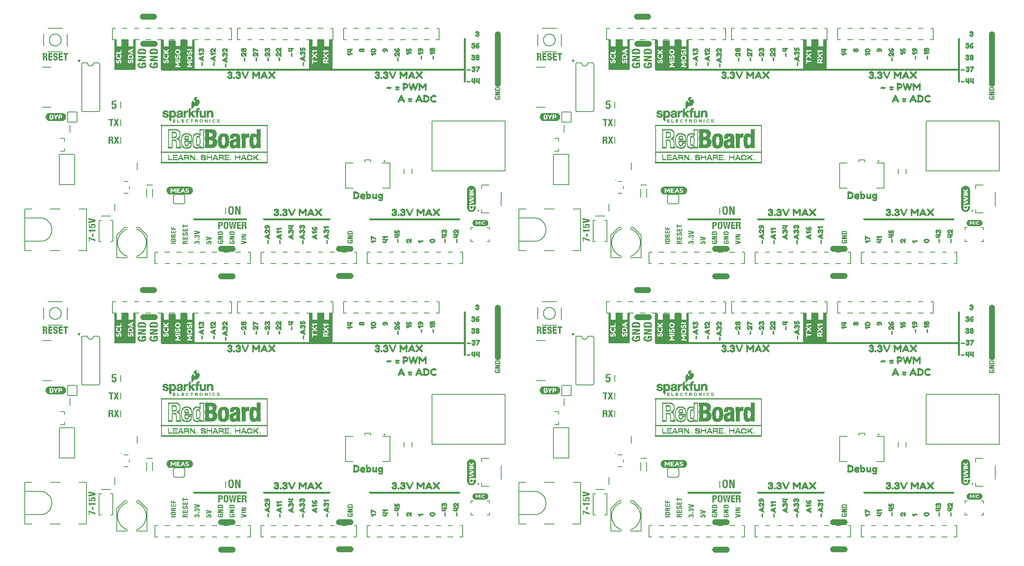
<source format=gto>
G04 EAGLE Gerber RS-274X export*
G75*
%MOMM*%
%FSLAX34Y34*%
%LPD*%
%INSilkscreen Top*%
%IPPOS*%
%AMOC8*
5,1,8,0,0,1.08239X$1,22.5*%
G01*
%ADD10R,0.030481X0.032006*%
%ADD11R,0.093981X0.032000*%
%ADD12R,0.129537X0.032000*%
%ADD13R,0.160019X0.032000*%
%ADD14R,0.160019X0.031750*%
%ADD15R,0.190500X0.031750*%
%ADD16R,0.416563X0.031750*%
%ADD17R,0.193038X0.031750*%
%ADD18R,0.287019X0.031750*%
%ADD19R,1.120138X0.032000*%
%ADD20R,0.193038X0.032000*%
%ADD21R,0.223519X0.032000*%
%ADD22R,0.576581X0.032000*%
%ADD23R,0.256538X0.032000*%
%ADD24R,0.734056X0.032000*%
%ADD25R,0.447038X0.032000*%
%ADD26R,0.254000X0.032000*%
%ADD27R,0.287019X0.032000*%
%ADD28R,0.861056X0.032000*%
%ADD29R,0.574037X0.032000*%
%ADD30R,1.120138X0.032006*%
%ADD31R,0.256538X0.032006*%
%ADD32R,0.287019X0.032006*%
%ADD33R,0.576581X0.032006*%
%ADD34R,0.990600X0.032006*%
%ADD35R,0.703581X0.032006*%
%ADD36R,0.317500X0.032000*%
%ADD37R,0.320038X0.032000*%
%ADD38R,1.023619X0.032000*%
%ADD39R,1.021081X0.032000*%
%ADD40R,0.863600X0.032000*%
%ADD41R,1.120138X0.031750*%
%ADD42R,0.223519X0.031750*%
%ADD43R,1.054100X0.031750*%
%ADD44R,0.990600X0.031750*%
%ADD45R,0.190500X0.032000*%
%ADD46R,1.087119X0.032000*%
%ADD47R,0.927100X0.032000*%
%ADD48R,0.160019X0.032006*%
%ADD49R,0.127000X0.032006*%
%ADD50R,0.129537X0.032006*%
%ADD51R,0.289556X0.032006*%
%ADD52R,0.320038X0.032006*%
%ADD53R,0.317500X0.032006*%
%ADD54R,0.736600X0.032006*%
%ADD55R,0.127000X0.032000*%
%ADD56R,0.416563X0.032000*%
%ADD57R,0.127000X0.031750*%
%ADD58R,0.157481X0.031750*%
%ADD59R,0.289563X0.031750*%
%ADD60R,0.157481X0.032000*%
%ADD61R,0.353063X0.032000*%
%ADD62R,0.223519X0.032006*%
%ADD63R,0.190500X0.032006*%
%ADD64R,0.157481X0.032006*%
%ADD65R,0.513081X0.032006*%
%ADD66R,0.063500X0.032000*%
%ADD67R,0.701037X0.032000*%
%ADD68R,0.673100X0.032000*%
%ADD69R,0.701037X0.031750*%
%ADD70R,0.830581X0.031750*%
%ADD71R,0.353056X0.032000*%
%ADD72R,0.543563X0.032000*%
%ADD73R,0.670556X0.032000*%
%ADD74R,0.226056X0.032000*%
%ADD75R,0.924556X0.032000*%
%ADD76R,0.480056X0.032006*%
%ADD77R,1.087119X0.032006*%
%ADD78R,0.416556X0.032006*%
%ADD79R,0.640075X0.032006*%
%ADD80R,0.254000X0.032006*%
%ADD81R,0.894081X0.032006*%
%ADD82R,0.576575X0.032000*%
%ADD83R,0.510537X0.032000*%
%ADD84R,0.543556X0.032000*%
%ADD85R,0.383538X0.032000*%
%ADD86R,0.480056X0.032000*%
%ADD87R,0.513075X0.032000*%
%ADD88R,0.767081X0.032000*%
%ADD89R,0.640075X0.032000*%
%ADD90R,0.607063X0.032000*%
%ADD91R,0.607056X0.032000*%
%ADD92R,0.736600X0.031750*%
%ADD93R,0.447038X0.031750*%
%ADD94R,0.513081X0.031750*%
%ADD95R,0.256538X0.031750*%
%ADD96R,0.320038X0.031750*%
%ADD97R,0.607063X0.031750*%
%ADD98R,0.576575X0.031750*%
%ADD99R,0.480056X0.031750*%
%ADD100R,0.800100X0.032000*%
%ADD101R,0.513081X0.032000*%
%ADD102R,0.350519X0.032000*%
%ADD103R,0.863600X0.032006*%
%ADD104R,0.449581X0.032006*%
%ADD105R,0.607063X0.032006*%
%ADD106R,0.576575X0.032006*%
%ADD107R,0.830581X0.032000*%
%ADD108R,0.033019X0.032000*%
%ADD109R,0.703575X0.031750*%
%ADD110R,0.541019X0.032000*%
%ADD111R,0.254000X0.031750*%
%ADD112R,0.543563X0.031750*%
%ADD113R,0.670563X0.032000*%
%ADD114R,0.543563X0.032006*%
%ADD115R,0.797563X0.032006*%
%ADD116R,0.477519X0.032000*%
%ADD117R,0.957581X0.032000*%
%ADD118R,0.414019X0.032000*%
%ADD119R,0.350519X0.031750*%
%ADD120R,0.830575X0.031750*%
%ADD121R,1.087119X0.031750*%
%ADD122R,0.510537X0.032006*%
%ADD123R,0.449575X0.031750*%
%ADD124R,0.193038X0.032006*%
%ADD125R,0.447038X0.032006*%
%ADD126R,0.096519X0.032000*%
%ADD127R,0.797556X0.032000*%
%ADD128R,0.957581X0.031750*%
%ADD129R,0.416556X0.031750*%
%ADD130R,0.797563X0.032000*%
%ADD131R,0.670563X0.032006*%
%ADD132R,0.670556X0.032006*%
%ADD133R,1.084575X0.032000*%
%ADD134R,0.416556X0.032000*%
%ADD135R,0.096519X0.031750*%
%ADD136R,0.383538X0.032006*%
%ADD137R,0.576581X0.031750*%
%ADD138R,0.353056X0.031750*%
%ADD139R,0.607056X0.032006*%
%ADD140R,0.350519X0.032006*%
%ADD141R,0.640081X0.032000*%
%ADD142R,0.800100X0.031750*%
%ADD143R,0.129537X0.031750*%
%ADD144R,0.927100X0.032006*%
%ADD145R,0.289556X0.032000*%
%ADD146R,0.957575X0.032000*%
%ADD147R,0.477519X0.031750*%
%ADD148R,0.543556X0.031750*%
%ADD149R,1.341119X0.032000*%
%ADD150R,1.407156X0.032006*%
%ADD151R,1.023619X0.032006*%
%ADD152R,1.021081X0.032006*%
%ADD153R,1.470656X0.031750*%
%ADD154R,0.767075X0.031750*%
%ADD155R,0.957575X0.031750*%
%ADD156R,0.960119X0.031750*%
%ADD157R,1.470656X0.032000*%
%ADD158R,0.894081X0.032000*%
%ADD159R,1.470656X0.032006*%
%ADD160R,0.830575X0.032006*%
%ADD161R,0.637537X0.032000*%
%ADD162R,0.830575X0.032000*%
%ADD163R,0.703581X0.032000*%
%ADD164R,0.767075X0.032006*%
%ADD165R,0.381000X0.032006*%
%ADD166R,0.353056X0.032006*%
%ADD167R,0.797563X0.031750*%
%ADD168R,0.381000X0.031750*%
%ADD169R,0.381000X0.032000*%
%ADD170R,0.414019X0.032006*%
%ADD171R,0.414019X0.031750*%
%ADD172R,0.289563X0.032000*%
%ADD173R,0.226056X0.031750*%
%ADD174R,0.703575X0.032000*%
%ADD175R,0.894075X0.032000*%
%ADD176R,0.990600X0.032000*%
%ADD177R,0.767075X0.032000*%
%ADD178R,0.960119X0.032006*%
%ADD179R,0.797556X0.032006*%
%ADD180R,0.927100X0.031750*%
%ADD181R,0.861056X0.031750*%
%ADD182R,0.289556X0.031750*%
%ADD183R,0.797556X0.031750*%
%ADD184R,0.734056X0.032006*%
%ADD185R,0.289563X0.032006*%
%ADD186R,0.541019X0.031750*%
%ADD187R,0.383538X0.031750*%
%ADD188R,0.957581X0.032006*%
%ADD189R,0.861056X0.032006*%
%ADD190R,0.830581X0.032006*%
%ADD191R,0.894075X0.032006*%
%ADD192R,1.117600X0.032000*%
%ADD193R,1.244600X0.031750*%
%ADD194R,1.308100X0.032000*%
%ADD195R,1.277619X0.032006*%
%ADD196R,1.183638X0.032000*%
%ADD197R,1.277619X0.031750*%
%ADD198R,1.277619X0.032000*%
%ADD199R,1.148081X0.032006*%
%ADD200R,0.894081X0.031750*%
%ADD201R,0.734063X0.032000*%
%ADD202R,11.280138X0.032000*%
%ADD203R,14.185900X0.032000*%
%ADD204R,11.468100X0.032006*%
%ADD205R,14.376400X0.032006*%
%ADD206R,11.534137X0.032000*%
%ADD207R,14.439900X0.032000*%
%ADD208R,11.597638X0.031750*%
%ADD209R,14.472919X0.031750*%
%ADD210R,0.030481X0.032000*%
%ADD211R,11.597638X0.032000*%
%ADD212R,14.505937X0.032000*%
%ADD213R,11.597638X0.032006*%
%ADD214R,14.505937X0.032006*%
%ADD215R,11.564619X0.031750*%
%ADD216R,14.439900X0.031750*%
%ADD217R,14.409419X0.032000*%
%ADD218R,11.407138X0.032006*%
%ADD219R,14.282419X0.032006*%
%ADD220R,0.734056X0.031750*%
%ADD221R,0.480063X0.032000*%
%ADD222R,0.480063X0.032006*%
%ADD223R,0.510537X0.031750*%
%ADD224R,0.317500X0.031750*%
%ADD225R,0.574037X0.031750*%
%ADD226R,0.543556X0.032006*%
%ADD227R,0.960119X0.032000*%
%ADD228R,1.181100X0.032006*%
%ADD229R,1.437638X0.032000*%
%ADD230R,1.534156X0.032006*%
%ADD231R,1.567175X0.031750*%
%ADD232R,1.628138X0.032000*%
%ADD233R,1.694175X0.032000*%
%ADD234R,1.724656X0.032006*%
%ADD235R,1.724656X0.032000*%
%ADD236R,1.724656X0.031750*%
%ADD237R,0.541019X0.032006*%
%ADD238R,0.734063X0.031750*%
%ADD239R,0.607056X0.031750*%
%ADD240R,0.637537X0.031750*%
%ADD241R,0.800100X0.032006*%
%ADD242R,1.661156X0.032006*%
%ADD243R,1.597656X0.032000*%
%ADD244R,1.534156X0.031750*%
%ADD245R,1.468119X0.032006*%
%ADD246R,1.407156X0.032000*%
%ADD247R,1.183638X0.031750*%
%ADD248R,1.054100X0.032000*%
%ADD249R,1.054100X0.032006*%
%ADD250R,0.508000X0.042162*%
%ADD251R,0.421637X0.042162*%
%ADD252R,0.340363X0.042162*%
%ADD253R,0.083819X0.042162*%
%ADD254R,0.127000X0.042162*%
%ADD255R,0.337819X0.042162*%
%ADD256R,0.086363X0.042162*%
%ADD257R,0.508000X0.042419*%
%ADD258R,0.421637X0.042419*%
%ADD259R,0.127000X0.042419*%
%ADD260R,0.424181X0.042419*%
%ADD261R,0.170181X0.042419*%
%ADD262R,0.464819X0.042419*%
%ADD263R,0.210819X0.042419*%
%ADD264R,0.167637X0.042419*%
%ADD265R,0.170181X0.042162*%
%ADD266R,0.167637X0.042162*%
%ADD267R,0.210819X0.042162*%
%ADD268R,0.083819X0.042419*%
%ADD269R,0.254000X0.042419*%
%ADD270R,0.254000X0.042162*%
%ADD271R,0.467363X0.042419*%
%ADD272R,0.337819X0.042419*%
%ADD273R,0.381000X0.042419*%
%ADD274R,0.294637X0.042419*%
%ADD275R,0.551181X0.042419*%
%ADD276R,0.213363X0.042419*%
%ADD277R,0.591819X0.042419*%
%ADD278R,0.467363X0.042162*%
%ADD279R,0.464819X0.042162*%
%ADD280R,0.297181X0.042162*%
%ADD281R,0.548638X0.042162*%
%ADD282R,0.381000X0.042162*%
%ADD283R,0.294637X0.042162*%
%ADD284R,0.477519X0.032006*%
%ADD285R,0.764538X0.032000*%
%ADD286R,0.701037X0.032006*%
%ADD287R,0.764538X0.031750*%
%ADD288R,0.957575X0.032006*%
%ADD289R,0.031750X0.223519*%
%ADD290R,0.032000X0.383538*%
%ADD291R,0.032000X0.287019*%
%ADD292R,0.032006X0.861063*%
%ADD293R,0.032006X0.350519*%
%ADD294R,0.032000X0.924563*%
%ADD295R,0.032000X0.414019*%
%ADD296R,0.031750X0.924563*%
%ADD297R,0.031750X0.447038*%
%ADD298R,0.032000X0.447038*%
%ADD299R,0.032006X0.924563*%
%ADD300R,0.032006X0.477519*%
%ADD301R,0.032000X0.477519*%
%ADD302R,0.032000X0.607063*%
%ADD303R,0.032000X0.254000*%
%ADD304R,0.031750X0.287019*%
%ADD305R,0.031750X0.256538*%
%ADD306R,0.031750X0.350519*%
%ADD307R,0.032006X0.254000*%
%ADD308R,0.032006X0.223519*%
%ADD309R,0.032006X0.287019*%
%ADD310R,0.032000X0.190500*%
%ADD311R,0.032000X0.256538*%
%ADD312R,0.032000X0.223519*%
%ADD313R,0.031750X0.254000*%
%ADD314R,0.031750X0.193038*%
%ADD315R,0.032000X0.193038*%
%ADD316R,0.032006X0.226056*%
%ADD317R,0.031750X0.289556*%
%ADD318R,0.032000X0.320038*%
%ADD319R,0.032006X0.383538*%
%ADD320R,0.032000X1.150619*%
%ADD321R,0.032000X1.117600*%
%ADD322R,0.031750X1.087119*%
%ADD323R,0.032006X1.087119*%
%ADD324R,0.032000X1.021075*%
%ADD325R,0.032000X0.990600*%
%ADD326R,0.031750X0.960119*%
%ADD327R,0.032000X0.830581*%
%ADD328R,0.032006X0.767075*%
%ADD329R,0.032000X0.574037*%
%ADD330R,0.032000X0.160019*%
%ADD331C,0.381000*%
%ADD332R,22.875238X0.014225*%
%ADD333R,22.903181X0.014475*%
%ADD334R,22.931119X0.014475*%
%ADD335R,22.961600X0.014475*%
%ADD336R,22.974300X0.014475*%
%ADD337R,22.974300X0.014219*%
%ADD338R,22.989538X0.014475*%
%ADD339R,22.989538X0.014225*%
%ADD340R,0.246375X0.014219*%
%ADD341R,0.231138X0.014219*%
%ADD342R,0.246375X0.014475*%
%ADD343R,0.231138X0.014475*%
%ADD344R,0.246375X0.014225*%
%ADD345R,0.231138X0.014225*%
%ADD346R,0.243838X0.014475*%
%ADD347R,0.431800X0.014475*%
%ADD348R,0.388619X0.014475*%
%ADD349R,0.909319X0.014225*%
%ADD350R,0.967738X0.014225*%
%ADD351R,0.261619X0.014225*%
%ADD352R,0.259075X0.014225*%
%ADD353R,0.218438X0.014225*%
%ADD354R,0.274319X0.014225*%
%ADD355R,0.548638X0.014225*%
%ADD356R,0.259081X0.014225*%
%ADD357R,0.965200X0.014225*%
%ADD358R,0.490219X0.014225*%
%ADD359R,0.317500X0.014225*%
%ADD360R,0.909319X0.014475*%
%ADD361R,0.967738X0.014475*%
%ADD362R,0.246381X0.014475*%
%ADD363R,0.261619X0.014475*%
%ADD364R,0.218438X0.014475*%
%ADD365R,0.289563X0.014475*%
%ADD366R,0.619756X0.014475*%
%ADD367R,0.259081X0.014475*%
%ADD368R,0.965200X0.014475*%
%ADD369R,0.576575X0.014475*%
%ADD370R,0.302262X0.014475*%
%ADD371R,0.690881X0.014475*%
%ADD372R,0.259075X0.014475*%
%ADD373R,0.635000X0.014475*%
%ADD374R,0.302256X0.014475*%
%ADD375R,0.751838X0.014475*%
%ADD376R,0.708656X0.014475*%
%ADD377R,0.317500X0.014475*%
%ADD378R,0.792475X0.014475*%
%ADD379R,0.749300X0.014475*%
%ADD380R,0.909319X0.014219*%
%ADD381R,0.967738X0.014219*%
%ADD382R,0.259081X0.014219*%
%ADD383R,0.218438X0.014219*%
%ADD384R,0.332738X0.014219*%
%ADD385R,0.838200X0.014219*%
%ADD386R,0.259075X0.014219*%
%ADD387R,0.246381X0.014219*%
%ADD388R,0.965200X0.014219*%
%ADD389R,0.261619X0.014219*%
%ADD390R,0.795019X0.014219*%
%ADD391R,0.317500X0.014219*%
%ADD392R,0.345438X0.014475*%
%ADD393R,0.866138X0.014475*%
%ADD394R,0.835656X0.014475*%
%ADD395R,0.894081X0.014475*%
%ADD396R,0.881381X0.014475*%
%ADD397R,0.304800X0.014475*%
%ADD398R,0.360681X0.014475*%
%ADD399R,0.924563X0.014475*%
%ADD400R,0.375919X0.014475*%
%ADD401R,0.952500X0.014475*%
%ADD402R,0.937256X0.014475*%
%ADD403R,0.403856X0.014475*%
%ADD404R,0.373375X0.014475*%
%ADD405R,0.403863X0.014475*%
%ADD406R,0.391156X0.014475*%
%ADD407R,0.243838X0.014225*%
%ADD408R,0.403863X0.014225*%
%ADD409R,0.345438X0.014225*%
%ADD410R,0.332738X0.014225*%
%ADD411R,0.246381X0.014225*%
%ADD412R,0.360675X0.014225*%
%ADD413R,0.896619X0.014475*%
%ADD414R,0.332738X0.014475*%
%ADD415R,0.228600X0.014475*%
%ADD416R,0.419100X0.014475*%
%ADD417R,0.289556X0.014475*%
%ADD418R,0.434338X0.014475*%
%ADD419R,0.287019X0.014475*%
%ADD420R,0.274319X0.014475*%
%ADD421R,0.447038X0.014475*%
%ADD422R,0.243838X0.014219*%
%ADD423R,0.462281X0.014219*%
%ADD424R,0.274319X0.014219*%
%ADD425R,0.228600X0.014219*%
%ADD426R,0.289556X0.014219*%
%ADD427R,0.271781X0.014219*%
%ADD428R,0.462281X0.014475*%
%ADD429R,0.477519X0.014475*%
%ADD430R,1.010919X0.014475*%
%ADD431R,0.490219X0.014475*%
%ADD432R,1.008381X0.014475*%
%ADD433R,1.008375X0.014475*%
%ADD434R,0.995681X0.014475*%
%ADD435R,0.995675X0.014475*%
%ADD436R,0.980438X0.014475*%
%ADD437R,0.982981X0.014475*%
%ADD438R,0.982975X0.014475*%
%ADD439R,0.228600X0.014225*%
%ADD440R,0.937262X0.014475*%
%ADD441R,0.924556X0.014475*%
%ADD442R,0.271781X0.014475*%
%ADD443R,0.922019X0.014475*%
%ADD444R,0.894075X0.014219*%
%ADD445R,0.302256X0.014219*%
%ADD446R,0.896619X0.014219*%
%ADD447R,0.302262X0.014219*%
%ADD448R,0.881375X0.014475*%
%ADD449R,0.330200X0.014475*%
%ADD450R,0.505456X0.014475*%
%ADD451R,0.373381X0.014475*%
%ADD452R,0.924556X0.014225*%
%ADD453R,0.982975X0.014225*%
%ADD454R,0.607056X0.014225*%
%ADD455R,0.922019X0.014225*%
%ADD456R,0.388619X0.014225*%
%ADD457R,0.302256X0.014225*%
%ADD458R,0.678175X0.014475*%
%ADD459R,0.939800X0.014475*%
%ADD460R,0.721356X0.014475*%
%ADD461R,1.153163X0.014475*%
%ADD462R,1.155700X0.014475*%
%ADD463R,0.764538X0.014475*%
%ADD464R,0.706119X0.014475*%
%ADD465R,0.779781X0.014475*%
%ADD466R,0.810256X0.014475*%
%ADD467R,0.924556X0.014219*%
%ADD468R,0.822956X0.014219*%
%ADD469R,1.153163X0.014219*%
%ADD470R,0.922019X0.014219*%
%ADD471R,1.155700X0.014219*%
%ADD472R,0.678181X0.014219*%
%ADD473R,0.662938X0.014475*%
%ADD474R,0.792481X0.014475*%
%ADD475R,0.647700X0.014475*%
%ADD476R,0.721363X0.014475*%
%ADD477R,0.360675X0.014475*%
%ADD478R,0.662938X0.014225*%
%ADD479R,1.153163X0.014225*%
%ADD480R,1.155700X0.014225*%
%ADD481R,0.591819X0.014475*%
%ADD482R,0.215900X0.014475*%
%ADD483R,0.474975X0.014475*%
%ADD484R,0.304800X0.014219*%
%ADD485R,0.215900X0.014225*%
%ADD486R,0.492756X0.014475*%
%ADD487R,0.462275X0.014475*%
%ADD488R,0.215900X0.014219*%
%ADD489R,0.449575X0.014219*%
%ADD490R,0.449575X0.014475*%
%ADD491R,1.038856X0.014475*%
%ADD492R,0.952500X0.014225*%
%ADD493R,0.403856X0.014225*%
%ADD494R,1.038856X0.014225*%
%ADD495R,0.391156X0.014225*%
%ADD496R,0.373381X0.014225*%
%ADD497R,1.026156X0.014475*%
%ADD498R,0.347975X0.014475*%
%ADD499R,0.850900X0.014475*%
%ADD500R,0.822956X0.014475*%
%ADD501R,0.838200X0.014475*%
%ADD502R,0.795019X0.014475*%
%ADD503R,0.347981X0.014475*%
%ADD504R,0.952500X0.014219*%
%ADD505R,0.764538X0.014219*%
%ADD506R,0.749300X0.014219*%
%ADD507R,0.576581X0.014475*%
%ADD508R,0.520700X0.014475*%
%ADD509R,22.989538X0.014219*%
%ADD510R,0.579119X0.014475*%
%ADD511R,0.866138X0.014225*%
%ADD512R,0.665481X0.014225*%
%ADD513R,0.287019X0.014225*%
%ADD514R,0.203200X0.014225*%
%ADD515R,0.187956X0.014225*%
%ADD516R,0.561338X0.014475*%
%ADD517R,0.807719X0.014475*%
%ADD518R,0.777238X0.014475*%
%ADD519R,1.125219X0.014475*%
%ADD520R,0.863600X0.014475*%
%ADD521R,0.835663X0.014475*%
%ADD522R,0.607056X0.014475*%
%ADD523R,1.023619X0.014475*%
%ADD524R,1.183638X0.014475*%
%ADD525R,0.736600X0.014475*%
%ADD526R,0.693419X0.014475*%
%ADD527R,1.023619X0.014219*%
%ADD528R,1.242056X0.014219*%
%ADD529R,1.356356X0.014219*%
%ADD530R,0.721356X0.014219*%
%ADD531R,1.054100X0.014475*%
%ADD532R,1.297937X0.014475*%
%ADD533R,1.600200X0.014475*%
%ADD534R,1.097275X0.014475*%
%ADD535R,1.069338X0.014475*%
%ADD536R,1.356356X0.014475*%
%ADD537R,1.717037X0.014475*%
%ADD538R,1.170937X0.014475*%
%ADD539R,1.414781X0.014475*%
%ADD540R,1.082037X0.014475*%
%ADD541R,1.805938X0.014475*%
%ADD542R,1.226819X0.014475*%
%ADD543R,1.442719X0.014475*%
%ADD544R,1.861819X0.014475*%
%ADD545R,1.282700X0.014475*%
%ADD546R,1.501138X0.014475*%
%ADD547R,2.092956X0.014475*%
%ADD548R,1.905000X0.014475*%
%ADD549R,1.343656X0.014475*%
%ADD550R,1.010919X0.014225*%
%ADD551R,1.097275X0.014225*%
%ADD552R,1.529075X0.014225*%
%ADD553R,2.108200X0.014225*%
%ADD554R,1.948181X0.014225*%
%ADD555R,1.384300X0.014225*%
%ADD556R,1.066800X0.014225*%
%ADD557R,0.835663X0.014225*%
%ADD558R,0.881375X0.014225*%
%ADD559R,1.023619X0.014225*%
%ADD560R,0.835656X0.014225*%
%ADD561R,1.371600X0.014475*%
%ADD562R,1.993900X0.014475*%
%ADD563R,1.430019X0.014475*%
%ADD564R,1.109981X0.014475*%
%ADD565R,1.112519X0.014475*%
%ADD566R,0.533400X0.014475*%
%ADD567R,2.021838X0.014475*%
%ADD568R,1.470656X0.014475*%
%ADD569R,1.140456X0.014475*%
%ADD570R,0.474981X0.014475*%
%ADD571R,1.254756X0.014475*%
%ADD572R,2.065019X0.014475*%
%ADD573R,1.516375X0.014475*%
%ADD574R,1.168400X0.014475*%
%ADD575R,1.211581X0.014475*%
%ADD576R,1.544319X0.014475*%
%ADD577R,1.196338X0.014475*%
%ADD578R,1.010919X0.014219*%
%ADD579R,1.109975X0.014219*%
%ADD580R,0.419100X0.014219*%
%ADD581R,0.406400X0.014219*%
%ADD582R,0.360675X0.014219*%
%ADD583R,1.183638X0.014219*%
%ADD584R,2.123438X0.014219*%
%ADD585R,1.587500X0.014219*%
%ADD586R,1.226819X0.014219*%
%ADD587R,0.850900X0.014219*%
%ADD588R,0.881375X0.014219*%
%ADD589R,1.196338X0.014219*%
%ADD590R,0.835656X0.014219*%
%ADD591R,2.136138X0.014475*%
%ADD592R,1.615438X0.014475*%
%ADD593R,1.242056X0.014475*%
%ADD594R,2.166619X0.014475*%
%ADD595R,1.645919X0.014475*%
%ADD596R,1.270000X0.014475*%
%ADD597R,2.194556X0.014475*%
%ADD598R,1.673856X0.014475*%
%ADD599R,2.105656X0.014475*%
%ADD600R,2.209800X0.014475*%
%ADD601R,1.704338X0.014475*%
%ADD602R,2.164081X0.014475*%
%ADD603R,2.237738X0.014475*%
%ADD604R,1.732275X0.014475*%
%ADD605R,2.120900X0.014475*%
%ADD606R,0.289556X0.014225*%
%ADD607R,0.360681X0.014225*%
%ADD608R,2.252981X0.014225*%
%ADD609R,1.760219X0.014225*%
%ADD610R,2.179319X0.014225*%
%ADD611R,2.136138X0.014225*%
%ADD612R,2.265681X0.014475*%
%ADD613R,1.790700X0.014475*%
%ADD614R,2.148837X0.014475*%
%ADD615R,2.280919X0.014475*%
%ADD616R,1.818638X0.014475*%
%ADD617R,2.179319X0.014475*%
%ADD618R,2.311400X0.014475*%
%ADD619R,1.831338X0.014475*%
%ADD620R,2.192019X0.014475*%
%ADD621R,2.324100X0.014475*%
%ADD622R,1.846581X0.014475*%
%ADD623R,0.287019X0.014219*%
%ADD624R,2.339338X0.014219*%
%ADD625R,1.877056X0.014219*%
%ADD626R,2.207256X0.014219*%
%ADD627R,2.179319X0.014219*%
%ADD628R,2.354581X0.014475*%
%ADD629R,2.207256X0.014475*%
%ADD630R,2.367281X0.014475*%
%ADD631R,2.222500X0.014475*%
%ADD632R,2.382519X0.014475*%
%ADD633R,1.932938X0.014475*%
%ADD634R,1.963419X0.014475*%
%ADD635R,0.157481X0.014475*%
%ADD636R,2.397756X0.014475*%
%ADD637R,2.410456X0.014225*%
%ADD638R,1.991356X0.014225*%
%ADD639R,2.222500X0.014225*%
%ADD640R,2.425700X0.014475*%
%ADD641R,2.006600X0.014475*%
%ADD642R,2.235200X0.014475*%
%ADD643R,0.187956X0.014475*%
%ADD644R,2.440937X0.014475*%
%ADD645R,2.019300X0.014475*%
%ADD646R,0.157475X0.014475*%
%ADD647R,2.034537X0.014475*%
%ADD648R,2.250438X0.014475*%
%ADD649R,0.129537X0.014475*%
%ADD650R,2.453638X0.014475*%
%ADD651R,2.049781X0.014475*%
%ADD652R,2.252975X0.014475*%
%ADD653R,0.548638X0.014475*%
%ADD654R,0.055881X0.014475*%
%ADD655R,2.468881X0.014475*%
%ADD656R,2.062481X0.014475*%
%ADD657R,0.579119X0.014219*%
%ADD658R,0.388619X0.014219*%
%ADD659R,2.468881X0.014219*%
%ADD660R,2.077719X0.014219*%
%ADD661R,2.252975X0.014219*%
%ADD662R,2.265681X0.014219*%
%ADD663R,0.604519X0.014475*%
%ADD664R,2.484119X0.014475*%
%ADD665R,2.265675X0.014475*%
%ADD666R,2.496819X0.014475*%
%ADD667R,2.278381X0.014475*%
%ADD668R,0.665481X0.014475*%
%ADD669R,0.535938X0.014475*%
%ADD670R,0.678181X0.014475*%
%ADD671R,2.512056X0.014475*%
%ADD672R,0.690881X0.014225*%
%ADD673R,0.591819X0.014225*%
%ADD674R,2.512056X0.014225*%
%ADD675R,0.995681X0.014225*%
%ADD676R,1.140456X0.014225*%
%ADD677R,2.293619X0.014225*%
%ADD678R,0.622300X0.014475*%
%ADD679R,2.527300X0.014475*%
%ADD680R,2.293619X0.014475*%
%ADD681R,2.540000X0.014475*%
%ADD682R,0.894075X0.014475*%
%ADD683R,2.308856X0.014475*%
%ADD684R,1.153156X0.014475*%
%ADD685R,2.555238X0.014219*%
%ADD686R,0.894081X0.014219*%
%ADD687R,0.982975X0.014219*%
%ADD688R,0.995675X0.014219*%
%ADD689R,1.094738X0.014219*%
%ADD690R,0.734056X0.014475*%
%ADD691R,2.555238X0.014475*%
%ADD692R,1.066800X0.014475*%
%ADD693R,2.570481X0.014475*%
%ADD694R,0.878838X0.014475*%
%ADD695R,0.853438X0.014475*%
%ADD696R,1.181100X0.014225*%
%ADD697R,0.863600X0.014225*%
%ADD698R,0.853438X0.014225*%
%ADD699R,0.896619X0.014225*%
%ADD700R,1.137919X0.014475*%
%ADD701R,1.097281X0.014475*%
%ADD702R,1.038863X0.014219*%
%ADD703R,0.866138X0.014219*%
%ADD704R,0.998219X0.014475*%
%ADD705R,0.998219X0.014225*%
%ADD706R,0.822956X0.014225*%
%ADD707R,0.850900X0.014225*%
%ADD708R,0.878838X0.014225*%
%ADD709R,0.863600X0.014219*%
%ADD710R,0.894075X0.014225*%
%ADD711R,0.937256X0.014225*%
%ADD712R,0.838200X0.014225*%
%ADD713R,0.894081X0.014225*%
%ADD714R,0.822963X0.014219*%
%ADD715R,0.937256X0.014219*%
%ADD716R,0.878838X0.014219*%
%ADD717R,0.980438X0.014219*%
%ADD718R,1.658619X0.014475*%
%ADD719R,1.198881X0.014475*%
%ADD720R,1.689100X0.014225*%
%ADD721R,1.242056X0.014225*%
%ADD722R,1.689100X0.014475*%
%ADD723R,1.315719X0.014475*%
%ADD724R,1.701800X0.014475*%
%ADD725R,2.151375X0.014475*%
%ADD726R,1.701800X0.014219*%
%ADD727R,2.136138X0.014219*%
%ADD728R,2.108200X0.014475*%
%ADD729R,2.077719X0.014475*%
%ADD730R,1.600200X0.014225*%
%ADD731R,2.065019X0.014225*%
%ADD732R,2.049775X0.014475*%
%ADD733R,0.431800X0.014219*%
%ADD734R,1.978656X0.014219*%
%ADD735R,1.935475X0.014475*%
%ADD736R,1.920238X0.014475*%
%ADD737R,1.892300X0.014475*%
%ADD738R,1.833875X0.014225*%
%ADD739R,1.803400X0.014475*%
%ADD740R,1.775456X0.014475*%
%ADD741R,1.198875X0.014475*%
%ADD742R,0.807719X0.014219*%
%ADD743R,2.527300X0.014219*%
%ADD744R,1.661156X0.014219*%
%ADD745R,1.617975X0.014475*%
%ADD746R,1.559556X0.014475*%
%ADD747R,0.650238X0.014475*%
%ADD748R,1.457956X0.014475*%
%ADD749R,1.399538X0.014475*%
%ADD750R,0.980438X0.014225*%
%ADD751R,2.468881X0.014225*%
%ADD752R,1.356356X0.014225*%
%ADD753R,1.300475X0.014475*%
%ADD754R,0.548638X0.014219*%
%ADD755R,2.410456X0.014219*%
%ADD756R,1.082037X0.014219*%
%ADD757R,2.339338X0.014475*%
%ADD758R,0.447038X0.014225*%
%ADD759R,2.311400X0.014225*%
%ADD760R,2.296156X0.014475*%
%ADD761R,0.505456X0.014219*%
%ADD762R,2.194556X0.014219*%
%ADD763R,0.779781X0.014219*%
%ADD764R,0.939800X0.014219*%
%ADD765R,2.123438X0.014475*%
%ADD766R,0.416556X0.014475*%
%ADD767R,0.795019X0.014225*%
%ADD768R,0.995675X0.014225*%
%ADD769R,0.779775X0.014475*%
%ADD770R,1.084575X0.014475*%
%ADD771R,2.237738X0.014219*%
%ADD772R,1.112519X0.014219*%
%ADD773R,0.881381X0.014219*%
%ADD774R,2.252981X0.014475*%
%ADD775R,1.630675X0.014475*%
%ADD776R,2.324100X0.014225*%
%ADD777R,1.661156X0.014225*%
%ADD778R,1.661156X0.014475*%
%ADD779R,0.360681X0.014219*%
%ADD780R,2.382519X0.014219*%
%ADD781R,0.906781X0.014219*%
%ADD782R,1.051556X0.014219*%
%ADD783R,0.906781X0.014475*%
%ADD784R,0.736600X0.014225*%
%ADD785R,0.622300X0.014225*%
%ADD786R,1.038863X0.014475*%
%ADD787R,0.619756X0.014219*%
%ADD788R,0.447038X0.014219*%
%ADD789R,2.092956X0.014219*%
%ADD790R,2.108200X0.014219*%
%ADD791R,2.062475X0.014475*%
%ADD792R,0.175256X0.014475*%
%ADD793R,2.047238X0.014475*%
%ADD794R,0.406400X0.014475*%
%ADD795R,0.157475X0.014225*%
%ADD796R,2.006600X0.014225*%
%ADD797R,2.034537X0.014225*%
%ADD798R,2.235200X0.014225*%
%ADD799R,1.976119X0.014475*%
%ADD800R,1.948181X0.014475*%
%ADD801R,1.991356X0.014475*%
%ADD802R,1.960875X0.014475*%
%ADD803R,1.889756X0.014219*%
%ADD804R,1.948175X0.014219*%
%ADD805R,2.192019X0.014219*%
%ADD806R,1.877056X0.014475*%
%ADD807R,1.846575X0.014475*%
%ADD808R,1.889763X0.014475*%
%ADD809R,0.330200X0.014225*%
%ADD810R,0.304800X0.014225*%
%ADD811R,1.775456X0.014225*%
%ADD812R,1.846581X0.014225*%
%ADD813R,1.760219X0.014475*%
%ADD814R,1.732281X0.014475*%
%ADD815R,1.747519X0.014475*%
%ADD816R,1.645919X0.014219*%
%ADD817R,1.717037X0.014219*%
%ADD818R,0.751838X0.014219*%
%ADD819R,1.673863X0.014475*%
%ADD820R,1.557019X0.014475*%
%ADD821R,1.643381X0.014475*%
%ADD822R,1.529081X0.014475*%
%ADD823R,1.617981X0.014475*%
%ADD824R,0.518156X0.014475*%
%ADD825R,1.572256X0.014475*%
%ADD826R,1.455419X0.014475*%
%ADD827R,1.531619X0.014475*%
%ADD828R,0.678181X0.014225*%
%ADD829R,0.576581X0.014225*%
%ADD830R,0.706119X0.014225*%
%ADD831R,1.414775X0.014225*%
%ADD832R,1.501138X0.014225*%
%ADD833R,1.513838X0.014475*%
%ADD834R,1.369063X0.014475*%
%ADD835R,1.341119X0.014475*%
%ADD836R,1.313181X0.014475*%
%ADD837R,1.384300X0.014475*%
%ADD838R,1.427475X0.014475*%
%ADD839R,1.328419X0.014475*%
%ADD840R,1.257300X0.014475*%
%ADD841R,0.822963X0.014475*%
%ADD842R,1.328419X0.014219*%
%ADD843R,1.026156X0.014219*%
%ADD844R,1.140463X0.014219*%
%ADD845R,1.211581X0.014219*%
%ADD846R,0.563881X0.014219*%
%ADD847R,0.767081X0.014475*%
%ADD848R,1.211575X0.014475*%
%ADD849R,0.690875X0.014475*%
%ADD850R,0.459738X0.014475*%
%ADD851R,0.939800X0.014225*%
%ADD852R,0.474981X0.014225*%
%ADD853R,0.477519X0.014225*%
%ADD854R,0.289563X0.014219*%
%ADD855R,1.082037X0.014225*%
%ADD856R,2.484119X0.014219*%
%ADD857R,0.749300X0.014225*%
%ADD858R,2.453638X0.014225*%
%ADD859R,2.425700X0.014219*%
%ADD860R,2.410456X0.014475*%
%ADD861R,2.367281X0.014225*%
%ADD862R,2.324100X0.014219*%
%ADD863R,2.237738X0.014225*%
%ADD864R,0.563881X0.014475*%
%ADD865R,0.736600X0.014219*%
%ADD866R,2.037081X0.014475*%
%ADD867R,2.209800X0.014225*%
%ADD868R,1.978656X0.014225*%
%ADD869R,1.935481X0.014475*%
%ADD870R,2.151381X0.014475*%
%ADD871R,1.833881X0.014475*%
%ADD872R,2.034537X0.014219*%
%ADD873R,1.689100X0.014219*%
%ADD874R,0.853438X0.014219*%
%ADD875R,22.946356X0.014219*%
%ADD876R,22.887937X0.014475*%
%ADD877R,22.844756X0.014475*%
%ADD878C,1.270000*%
%ADD879C,0.203200*%
%ADD880C,0.127000*%
%ADD881C,0.254000*%
%ADD882C,0.152400*%
%ADD883C,0.254000*%
%ADD884R,0.020000X4.040000*%
%ADD885R,0.020000X4.260000*%
%ADD886R,0.020000X4.380000*%
%ADD887R,0.020000X4.500000*%
%ADD888R,0.020000X4.580000*%
%ADD889R,0.020000X4.660000*%
%ADD890R,0.020000X4.740000*%
%ADD891R,0.020000X4.800000*%
%ADD892R,0.020000X4.860000*%
%ADD893R,0.020000X4.920000*%
%ADD894R,0.020000X4.960000*%
%ADD895R,0.020000X5.020000*%
%ADD896R,0.020000X5.060000*%
%ADD897R,0.020000X5.100000*%
%ADD898R,0.020000X5.140000*%
%ADD899R,0.020000X5.180000*%
%ADD900R,0.020000X5.220000*%
%ADD901R,0.020000X5.240000*%
%ADD902R,0.020000X5.260000*%
%ADD903R,0.020000X5.300000*%
%ADD904R,0.020000X0.600000*%
%ADD905R,0.020000X0.200000*%
%ADD906R,0.020000X0.050000*%
%ADD907R,0.020000X0.420000*%
%ADD908R,0.020000X0.040000*%
%ADD909R,0.020000X0.080000*%
%ADD910R,0.020000X0.480000*%
%ADD911R,0.020000X0.560000*%
%ADD912R,0.020000X0.160000*%
%ADD913R,0.020000X0.070000*%
%ADD914R,0.020000X0.060000*%
%ADD915R,0.020000X0.400000*%
%ADD916R,0.020000X0.580000*%
%ADD917R,0.020000X0.520000*%
%ADD918R,0.020000X0.120000*%
%ADD919R,0.020000X0.380000*%
%ADD920R,0.020000X0.360000*%
%ADD921R,0.020000X0.500000*%
%ADD922R,0.020000X0.320000*%
%ADD923R,0.020000X0.090000*%
%ADD924R,0.020000X0.280000*%
%ADD925R,0.020000X0.620000*%
%ADD926R,0.010000X0.480000*%
%ADD927R,0.010000X0.040000*%
%ADD928R,0.010000X0.090000*%
%ADD929R,0.010000X0.380000*%
%ADD930R,0.010000X0.360000*%
%ADD931R,0.010000X0.080000*%
%ADD932R,0.010000X0.260000*%
%ADD933R,0.010000X0.620000*%
%ADD934R,0.020000X0.460000*%
%ADD935R,0.020000X0.020000*%
%ADD936R,0.020000X0.110000*%
%ADD937R,0.020000X0.340000*%
%ADD938R,0.020000X0.240000*%
%ADD939R,0.020000X0.640000*%
%ADD940R,0.020000X0.100000*%
%ADD941R,0.020000X0.220000*%
%ADD942R,0.020000X0.440000*%
%ADD943R,0.020000X0.660000*%
%ADD944R,0.020000X0.130000*%
%ADD945R,0.020000X0.300000*%
%ADD946R,0.020000X0.180000*%
%ADD947R,0.020000X0.680000*%
%ADD948R,0.020000X0.150000*%
%ADD949R,0.020000X0.140000*%
%ADD950R,0.020000X0.260000*%
%ADD951R,0.020000X0.690000*%
%ADD952R,0.020000X0.790000*%
%ADD953R,0.020000X0.170000*%
%ADD954R,0.020000X0.840000*%
%ADD955R,0.020000X0.860000*%
%ADD956R,0.020000X0.900000*%
%ADD957R,0.020000X0.370000*%
%ADD958R,0.020000X0.190000*%
%ADD959R,0.020000X0.920000*%
%ADD960R,0.020000X0.410000*%
%ADD961R,0.020000X0.210000*%
%ADD962R,0.020000X0.940000*%
%ADD963R,0.020000X0.430000*%
%ADD964R,0.020000X0.960000*%
%ADD965R,0.020000X0.450000*%
%ADD966R,0.020000X0.230000*%
%ADD967R,0.020000X0.250000*%
%ADD968R,0.020000X0.270000*%
%ADD969R,0.020000X0.290000*%
%ADD970R,0.020000X0.310000*%
%ADD971R,0.020000X0.880000*%
%ADD972R,0.020000X0.330000*%
%ADD973R,0.020000X0.350000*%
%ADD974R,0.020000X0.810000*%
%ADD975R,0.010000X0.440000*%
%ADD976R,0.010000X0.390000*%
%ADD977R,0.010000X0.310000*%
%ADD978R,0.010000X0.370000*%
%ADD979R,0.010000X0.200000*%
%ADD980R,0.010000X0.640000*%
%ADD981R,0.020000X0.390000*%
%ADD982R,0.020000X3.220000*%
%ADD983R,0.020000X1.010000*%
%ADD984R,0.020000X3.910000*%
%ADD985R,0.020000X0.990000*%
%ADD986R,0.020000X3.890000*%
%ADD987R,0.020000X3.870000*%
%ADD988R,0.020000X0.970000*%
%ADD989R,0.020000X3.850000*%
%ADD990R,0.020000X0.950000*%
%ADD991R,0.020000X3.830000*%
%ADD992R,0.020000X0.930000*%
%ADD993R,0.020000X3.810000*%
%ADD994R,0.020000X0.910000*%
%ADD995R,0.020000X0.890000*%
%ADD996R,0.020000X3.770000*%
%ADD997R,0.020000X0.850000*%
%ADD998R,0.020000X3.750000*%
%ADD999R,0.020000X0.830000*%
%ADD1000R,0.020000X3.730000*%
%ADD1001R,0.020000X3.690000*%
%ADD1002R,0.020000X0.770000*%
%ADD1003R,0.020000X3.670000*%
%ADD1004R,0.020000X0.750000*%
%ADD1005R,0.020000X3.630000*%
%ADD1006R,0.020000X0.710000*%
%ADD1007R,0.020000X3.610000*%
%ADD1008R,0.020000X0.670000*%
%ADD1009R,0.020000X3.570000*%
%ADD1010R,0.020000X0.610000*%
%ADD1011R,0.020000X3.510000*%
%ADD1012R,0.020000X0.570000*%
%ADD1013R,0.020000X3.450000*%
%ADD1014R,0.020000X0.490000*%
%ADD1015R,0.020000X3.370000*%
%ADD1016R,0.020000X3.270000*%
%ADD1017C,0.200000*%
%ADD1018R,0.400000X0.100000*%
%ADD1019R,0.100000X0.100000*%
%ADD1020R,0.600000X0.100000*%
%ADD1021R,0.500000X0.100000*%
%ADD1022R,0.200000X0.100000*%
%ADD1023R,0.700000X0.100000*%
%ADD1024R,0.800000X0.100000*%
%ADD1025R,0.900000X0.100000*%
%ADD1026R,1.000000X0.100000*%
%ADD1027R,1.100000X0.100000*%
%ADD1028R,1.200000X0.100000*%
%ADD1029R,1.400000X0.100000*%
%ADD1030R,1.300000X0.100000*%
%ADD1031R,1.500000X0.100000*%
%ADD1032R,1.600000X0.100000*%
%ADD1033R,2.700000X0.100000*%
%ADD1034R,1.800000X0.100000*%
%ADD1035R,2.800000X0.100000*%
%ADD1036R,1.900000X0.100000*%
%ADD1037R,2.100000X0.100000*%
%ADD1038R,2.300000X0.100000*%
%ADD1039R,1.700000X0.100000*%
%ADD1040R,2.500000X0.100000*%
%ADD1041R,0.300000X0.100000*%
%ADD1042R,0.050000X0.050000*%
%ADD1043R,0.050000X0.100000*%
%ADD1044R,0.040000X0.220000*%
%ADD1045R,0.040000X0.270000*%
%ADD1046R,0.040000X0.400000*%
%ADD1047R,0.050000X0.270000*%
%ADD1048R,0.050000X0.310000*%
%ADD1049R,0.050000X0.490000*%
%ADD1050R,0.040000X0.320000*%
%ADD1051R,0.040000X0.350000*%
%ADD1052R,0.040000X0.540000*%
%ADD1053R,0.050000X0.360000*%
%ADD1054R,0.050000X0.400000*%
%ADD1055R,0.050000X0.580000*%
%ADD1056R,0.040000X0.450000*%
%ADD1057R,0.040000X0.630000*%
%ADD1058R,0.050000X0.440000*%
%ADD1059R,0.050000X0.630000*%
%ADD1060R,0.040000X0.490000*%
%ADD1061R,0.050000X0.540000*%
%ADD1062R,0.050000X0.370000*%
%ADD1063R,0.040000X0.580000*%
%ADD1064R,0.040000X0.680000*%
%ADD1065R,0.040000X0.310000*%
%ADD1066R,0.040000X0.730000*%
%ADD1067R,0.050000X0.770000*%
%ADD1068R,0.040000X0.810000*%
%ADD1069R,0.050000X0.900000*%
%ADD1070R,0.050000X0.810000*%
%ADD1071R,0.040000X0.900000*%
%ADD1072R,0.040000X0.360000*%
%ADD1073R,0.050000X0.980000*%
%ADD1074R,0.050000X0.320000*%
%ADD1075R,0.040000X0.980000*%
%ADD1076R,0.050000X1.080000*%
%ADD1077R,0.040000X1.080000*%
%ADD1078R,0.050000X0.760000*%
%ADD1079R,0.040000X0.720000*%
%ADD1080R,0.040000X0.280000*%
%ADD1081R,0.040000X0.550000*%
%ADD1082R,0.050000X0.220000*%
%ADD1083R,0.050000X0.230000*%
%ADD1084R,0.040000X0.140000*%
%ADD1085R,0.050000X0.090000*%
%ADD1086R,0.050000X0.080000*%
%ADD1087R,0.040000X0.180000*%
%ADD1088R,0.040000X0.050000*%
%ADD1089R,0.050000X0.180000*%
%ADD1090R,0.040000X0.760000*%
%ADD1091R,0.050000X0.800000*%
%ADD1092R,0.040000X0.850000*%
%ADD1093R,0.050000X0.170000*%
%ADD1094R,0.040000X0.670000*%
%ADD1095R,0.050000X0.710000*%
%ADD1096R,0.050000X0.730000*%
%ADD1097R,0.040000X0.370000*%
%ADD1098R,0.050000X0.350000*%
%ADD1099R,0.040000X0.130000*%
%ADD1100R,0.040000X0.090000*%
%ADD1101R,0.050000X0.450000*%
%ADD1102R,0.040000X0.440000*%
%ADD1103R,0.040000X0.460000*%
%ADD1104R,0.050000X0.850000*%
%ADD1105R,0.050000X0.500000*%
%ADD1106R,0.040000X0.800000*%
%ADD1107R,0.040000X0.500000*%
%ADD1108R,0.050000X0.950000*%
%ADD1109R,0.040000X0.950000*%
%ADD1110R,0.040000X0.770000*%
%ADD1111R,0.040000X0.230000*%
%ADD1112R,0.040000X0.190000*%
%ADD1113R,0.040000X0.820000*%
%ADD1114R,0.040000X0.860000*%
%ADD1115R,0.050000X0.820000*%
%ADD1116R,0.050000X0.720000*%
%ADD1117R,0.050000X0.860000*%
%ADD1118R,0.050000X0.680000*%
%ADD1119R,0.040000X0.410000*%
%ADD1120R,0.050000X0.280000*%
%ADD1121R,0.050000X0.410000*%
%ADD1122R,0.040000X0.590000*%
%ADD1123R,0.050000X0.590000*%
%ADD1124R,0.040000X0.940000*%
%ADD1125R,0.050000X0.940000*%
%ADD1126R,0.040000X1.030000*%
%ADD1127R,0.050000X1.030000*%
%ADD1128R,0.040000X1.130000*%
%ADD1129R,0.040000X0.260000*%
%ADD1130R,0.050000X0.260000*%
%ADD1131R,0.040000X0.710000*%
%ADD1132R,0.050000X0.670000*%
%ADD1133R,0.040000X1.120000*%
%ADD1134R,0.040000X0.890000*%
%ADD1135R,0.050000X0.890000*%
%ADD1136R,0.050000X0.040000*%
%ADD1137R,0.040000X0.620000*%
%ADD1138R,0.040000X0.040000*%
%ADD1139R,0.050000X0.130000*%
%ADD1140R,0.040000X0.170000*%
%ADD1141R,0.040000X0.530000*%
%ADD1142R,0.050000X0.990000*%
%ADD1143R,0.040000X4.910000*%
%ADD1144R,0.050000X4.910000*%
%ADD1145R,0.050000X2.610000*%
%ADD1146R,0.050000X0.140000*%
%ADD1147R,0.040000X0.080000*%
%ADD1148R,0.050000X0.190000*%
%ADD1149R,0.050000X0.550000*%
%ADD1150R,0.050000X2.390000*%
%ADD1151R,0.050000X1.220000*%
%ADD1152R,0.040000X0.640000*%
%ADD1153R,0.040000X0.100000*%
%ADD1154R,0.050000X0.530000*%
%ADD1155R,0.040000X4.000000*%
%ADD1156R,0.050000X4.000000*%
%ADD1157R,0.050000X1.120000*%
%ADD1158R,0.050000X0.620000*%
%ADD1159R,0.600000X0.060000*%
%ADD1160R,0.120000X0.060000*%
%ADD1161R,0.060000X0.060000*%
%ADD1162R,0.900000X0.060000*%
%ADD1163R,0.300000X0.060000*%
%ADD1164R,0.360000X0.060000*%
%ADD1165R,1.020000X0.060000*%
%ADD1166R,0.420000X0.060000*%
%ADD1167R,1.080000X0.060000*%
%ADD1168R,0.480000X0.060000*%
%ADD1169R,1.140000X0.060000*%
%ADD1170R,0.540000X0.060000*%
%ADD1171R,1.200000X0.060000*%
%ADD1172R,0.660000X0.060000*%
%ADD1173R,0.720000X0.060000*%
%ADD1174R,0.780000X0.060000*%
%ADD1175R,0.840000X0.060000*%
%ADD1176R,1.740000X0.060000*%
%ADD1177R,0.240000X0.060000*%
%ADD1178R,1.260000X0.060000*%
%ADD1179R,0.960000X0.060000*%
%ADD1180R,0.180000X0.060000*%
%ADD1181R,1.380000X0.060000*%
%ADD1182R,1.500000X0.060000*%
%ADD1183R,1.320000X0.060000*%
%ADD1184R,1.440000X0.060000*%
%ADD1185R,4.440000X0.040000*%
%ADD1186R,4.680000X0.040000*%
%ADD1187R,4.840000X0.040000*%
%ADD1188R,5.000000X0.040000*%
%ADD1189R,5.080000X0.040000*%
%ADD1190R,5.160000X0.040000*%
%ADD1191R,5.240000X0.040000*%
%ADD1192R,4.160000X0.040000*%
%ADD1193R,0.960000X0.040000*%
%ADD1194R,0.760000X0.040000*%
%ADD1195R,0.680000X0.040000*%
%ADD1196R,0.160000X0.040000*%
%ADD1197R,0.520000X0.040000*%
%ADD1198R,0.640000X0.040000*%
%ADD1199R,0.880000X0.040000*%
%ADD1200R,0.720000X0.040000*%
%ADD1201R,0.600000X0.040000*%
%ADD1202R,0.120000X0.040000*%
%ADD1203R,0.480000X0.040000*%
%ADD1204R,0.800000X0.040000*%
%ADD1205R,0.440000X0.040000*%
%ADD1206R,0.400000X0.040000*%
%ADD1207R,0.840000X0.040000*%
%ADD1208R,0.360000X0.040000*%
%ADD1209R,0.280000X0.040000*%
%ADD1210R,0.240000X0.040000*%
%ADD1211R,0.920000X0.040000*%
%ADD1212R,1.320000X0.040000*%
%ADD1213R,0.200000X0.040000*%
%ADD1214R,0.320000X0.040000*%
%ADD1215R,1.280000X0.040000*%
%ADD1216R,1.200000X0.040000*%
%ADD1217R,1.040000X0.040000*%
%ADD1218R,0.080000X0.040000*%
%ADD1219R,0.560000X0.040000*%
%ADD1220R,0.040000X3.830000*%
%ADD1221R,0.050000X3.830000*%
%ADD1222R,0.050000X1.620000*%
%ADD1223R,0.050000X1.270000*%
%ADD1224R,0.040000X3.920000*%
%ADD1225R,0.050000X3.920000*%
%ADD1226R,0.050000X1.760000*%
%ADD1227R,0.040000X1.040000*%
%ADD1228R,0.050000X1.040000*%
%ADD1229R,0.040000X4.180000*%
%ADD1230R,0.050000X4.180000*%
%ADD1231R,0.050000X3.150000*%
%ADD1232R,0.040000X0.990000*%
%ADD1233R,0.050000X0.460000*%
%ADD1234R,0.050000X0.640000*%
%ADD1235R,0.270000X0.050000*%
%ADD1236R,0.630000X0.050000*%
%ADD1237R,0.490000X0.040000*%
%ADD1238R,0.820000X0.040000*%
%ADD1239R,0.900000X0.050000*%
%ADD1240R,0.670000X0.040000*%
%ADD1241R,0.900000X0.040000*%
%ADD1242R,0.760000X0.050000*%
%ADD1243R,0.860000X0.040000*%
%ADD1244R,0.850000X0.050000*%
%ADD1245R,0.820000X0.050000*%
%ADD1246R,0.310000X0.040000*%
%ADD1247R,0.220000X0.050000*%
%ADD1248R,0.310000X0.050000*%
%ADD1249R,0.320000X0.050000*%
%ADD1250R,0.180000X0.040000*%
%ADD1251R,0.530000X0.050000*%
%ADD1252R,0.540000X0.040000*%
%ADD1253R,0.490000X0.050000*%
%ADD1254R,0.360000X0.050000*%
%ADD1255R,0.130000X0.040000*%
%ADD1256R,0.090000X0.040000*%
%ADD1257R,0.540000X0.050000*%
%ADD1258R,0.350000X0.050000*%
%ADD1259R,0.530000X0.040000*%
%ADD1260R,0.220000X0.040000*%
%ADD1261R,0.370000X0.050000*%
%ADD1262R,0.450000X0.040000*%
%ADD1263R,0.260000X0.040000*%
%ADD1264R,0.180000X0.050000*%
%ADD1265R,0.850000X0.040000*%
%ADD1266R,0.710000X0.050000*%
%ADD1267R,0.630000X0.040000*%
%ADD1268R,0.450000X0.050000*%
%ADD1269R,0.230000X0.050000*%
%ADD1270R,0.170000X0.040000*%
%ADD1271R,0.090000X0.050000*%
%ADD1272R,0.230000X0.040000*%
%ADD1273R,0.270000X0.040000*%
%ADD1274R,0.860000X0.050000*%
%ADD1275R,0.800000X0.050000*%
%ADD1276R,0.810000X0.050000*%
%ADD1277R,0.770000X0.040000*%
%ADD1278R,0.130000X0.050000*%
%ADD1279R,0.590000X0.050000*%
%ADD1280R,0.590000X0.040000*%
%ADD1281R,0.140000X0.050000*%
%ADD1282R,0.580000X0.050000*%
%ADD1283R,0.620000X0.040000*%
%ADD1284R,0.680000X0.050000*%
%ADD1285R,0.730000X0.040000*%
%ADD1286R,0.770000X0.050000*%
%ADD1287R,0.810000X0.040000*%
%ADD1288R,0.400000X0.050000*%
%ADD1289R,0.140000X0.040000*%
%ADD1290R,0.500000X0.040000*%
%ADD1291R,0.710000X0.040000*%
%ADD1292R,2.000000X0.100000*%
%ADD1293R,2.200000X0.100000*%
%ADD1294R,2.400000X0.100000*%
%ADD1295R,2.400000X0.040000*%
%ADD1296R,2.590000X0.030000*%
%ADD1297R,2.720000X0.030000*%
%ADD1298R,2.850000X0.030000*%
%ADD1299R,2.910000X0.030000*%
%ADD1300R,2.970000X0.040000*%
%ADD1301R,3.040000X0.030000*%
%ADD1302R,2.240000X0.030000*%
%ADD1303R,0.770000X0.030000*%
%ADD1304R,0.610000X0.030000*%
%ADD1305R,0.540000X0.030000*%
%ADD1306R,0.130000X0.030000*%
%ADD1307R,0.360000X0.030000*%
%ADD1308R,0.700000X0.030000*%
%ADD1309R,0.480000X0.030000*%
%ADD1310R,0.090000X0.030000*%
%ADD1311R,0.290000X0.030000*%
%ADD1312R,0.640000X0.030000*%
%ADD1313R,0.420000X0.040000*%
%ADD1314R,0.380000X0.030000*%
%ADD1315R,0.200000X0.030000*%
%ADD1316R,0.670000X0.030000*%
%ADD1317R,0.350000X0.030000*%
%ADD1318R,0.160000X0.030000*%
%ADD1319R,0.220000X0.030000*%
%ADD1320R,0.190000X0.030000*%
%ADD1321R,0.700000X0.040000*%
%ADD1322R,0.190000X0.040000*%
%ADD1323R,0.100000X0.040000*%
%ADD1324R,0.100000X0.030000*%
%ADD1325R,1.160000X0.030000*%
%ADD1326R,1.190000X0.030000*%
%ADD1327R,0.030000X0.030000*%
%ADD1328R,0.030000X0.040000*%
%ADD1329R,0.060000X0.040000*%
%ADD1330R,0.070000X0.040000*%
%ADD1331R,1.190000X0.040000*%
%ADD1332R,0.070000X0.030000*%
%ADD1333R,0.120000X0.030000*%
%ADD1334R,1.160000X0.040000*%
%ADD1335R,0.280000X0.030000*%
%ADD1336R,0.510000X0.030000*%
%ADD1337R,0.510000X0.040000*%
%ADD1338R,0.610000X0.040000*%
%ADD1339R,0.260000X0.030000*%
%ADD1340R,0.580000X0.030000*%
%ADD1341R,0.420000X0.030000*%
%ADD1342R,0.710000X0.030000*%
%ADD1343R,3.160000X0.040000*%
%ADD1344R,3.400000X0.040000*%
%ADD1345R,3.560000X0.040000*%
%ADD1346R,3.720000X0.040000*%
%ADD1347R,3.800000X0.040000*%
%ADD1348R,3.880000X0.040000*%
%ADD1349R,3.960000X0.040000*%
%ADD1350R,1.680000X0.040000*%
%ADD1351R,1.000000X0.040000*%
%ADD1352R,1.080000X0.040000*%
%ADD1353R,1.240000X0.040000*%

G36*
X1413628Y1045543D02*
X1413628Y1045543D01*
X1413747Y1045551D01*
X1413785Y1045563D01*
X1413826Y1045568D01*
X1413936Y1045612D01*
X1414049Y1045649D01*
X1414084Y1045670D01*
X1414121Y1045685D01*
X1414217Y1045755D01*
X1414318Y1045819D01*
X1414346Y1045848D01*
X1414379Y1045872D01*
X1414455Y1045964D01*
X1414536Y1046050D01*
X1414556Y1046086D01*
X1414581Y1046117D01*
X1414632Y1046225D01*
X1414690Y1046329D01*
X1414700Y1046368D01*
X1414717Y1046405D01*
X1414739Y1046521D01*
X1414769Y1046637D01*
X1414773Y1046697D01*
X1414777Y1046717D01*
X1414775Y1046737D01*
X1414779Y1046798D01*
X1414779Y1108710D01*
X1414764Y1108828D01*
X1414757Y1108947D01*
X1414744Y1108985D01*
X1414739Y1109026D01*
X1414696Y1109136D01*
X1414659Y1109249D01*
X1414637Y1109284D01*
X1414622Y1109321D01*
X1414553Y1109417D01*
X1414489Y1109518D01*
X1414459Y1109546D01*
X1414436Y1109579D01*
X1414344Y1109655D01*
X1414257Y1109736D01*
X1414222Y1109756D01*
X1414191Y1109781D01*
X1414083Y1109832D01*
X1413979Y1109890D01*
X1413939Y1109900D01*
X1413903Y1109917D01*
X1413786Y1109939D01*
X1413671Y1109969D01*
X1413611Y1109973D01*
X1413591Y1109977D01*
X1413570Y1109975D01*
X1413510Y1109979D01*
X1410970Y1109979D01*
X1410852Y1109964D01*
X1410733Y1109957D01*
X1410695Y1109944D01*
X1410654Y1109939D01*
X1410544Y1109896D01*
X1410431Y1109859D01*
X1410396Y1109837D01*
X1410359Y1109822D01*
X1410263Y1109753D01*
X1410162Y1109689D01*
X1410134Y1109659D01*
X1410101Y1109636D01*
X1410026Y1109544D01*
X1409944Y1109457D01*
X1409924Y1109422D01*
X1409899Y1109391D01*
X1409848Y1109283D01*
X1409790Y1109179D01*
X1409780Y1109139D01*
X1409763Y1109103D01*
X1409741Y1108986D01*
X1409711Y1108871D01*
X1409707Y1108811D01*
X1409703Y1108791D01*
X1409704Y1108783D01*
X1409703Y1108781D01*
X1409704Y1108765D01*
X1409701Y1108710D01*
X1409701Y1096009D01*
X1399539Y1096009D01*
X1399539Y1108710D01*
X1399524Y1108828D01*
X1399517Y1108947D01*
X1399504Y1108985D01*
X1399499Y1109026D01*
X1399456Y1109136D01*
X1399419Y1109249D01*
X1399397Y1109284D01*
X1399382Y1109321D01*
X1399313Y1109417D01*
X1399249Y1109518D01*
X1399219Y1109546D01*
X1399196Y1109579D01*
X1399104Y1109655D01*
X1399017Y1109736D01*
X1398982Y1109756D01*
X1398951Y1109781D01*
X1398843Y1109832D01*
X1398739Y1109890D01*
X1398699Y1109900D01*
X1398663Y1109917D01*
X1398546Y1109939D01*
X1398431Y1109969D01*
X1398371Y1109973D01*
X1398351Y1109977D01*
X1398330Y1109975D01*
X1398270Y1109979D01*
X1385570Y1109979D01*
X1385452Y1109964D01*
X1385333Y1109957D01*
X1385295Y1109944D01*
X1385254Y1109939D01*
X1385144Y1109896D01*
X1385031Y1109859D01*
X1384996Y1109837D01*
X1384959Y1109822D01*
X1384863Y1109753D01*
X1384762Y1109689D01*
X1384734Y1109659D01*
X1384701Y1109636D01*
X1384626Y1109544D01*
X1384544Y1109457D01*
X1384524Y1109422D01*
X1384499Y1109391D01*
X1384448Y1109283D01*
X1384390Y1109179D01*
X1384380Y1109139D01*
X1384363Y1109103D01*
X1384341Y1108986D01*
X1384311Y1108871D01*
X1384307Y1108811D01*
X1384303Y1108791D01*
X1384304Y1108783D01*
X1384303Y1108781D01*
X1384304Y1108765D01*
X1384301Y1108710D01*
X1384301Y1097279D01*
X1374139Y1097279D01*
X1374139Y1107440D01*
X1374124Y1107558D01*
X1374117Y1107677D01*
X1374104Y1107715D01*
X1374099Y1107756D01*
X1374056Y1107866D01*
X1374019Y1107979D01*
X1373997Y1108014D01*
X1373982Y1108051D01*
X1373913Y1108147D01*
X1373849Y1108248D01*
X1373819Y1108276D01*
X1373796Y1108309D01*
X1373704Y1108385D01*
X1373617Y1108466D01*
X1373582Y1108486D01*
X1373551Y1108511D01*
X1373443Y1108562D01*
X1373339Y1108620D01*
X1373299Y1108630D01*
X1373263Y1108647D01*
X1373146Y1108669D01*
X1373031Y1108699D01*
X1372971Y1108703D01*
X1372951Y1108707D01*
X1372930Y1108705D01*
X1372870Y1108709D01*
X1360170Y1108709D01*
X1360052Y1108694D01*
X1359933Y1108687D01*
X1359895Y1108674D01*
X1359854Y1108669D01*
X1359744Y1108626D01*
X1359631Y1108589D01*
X1359596Y1108567D01*
X1359559Y1108552D01*
X1359463Y1108483D01*
X1359362Y1108419D01*
X1359334Y1108389D01*
X1359301Y1108366D01*
X1359226Y1108274D01*
X1359144Y1108187D01*
X1359124Y1108152D01*
X1359099Y1108121D01*
X1359048Y1108013D01*
X1358990Y1107909D01*
X1358980Y1107869D01*
X1358963Y1107833D01*
X1358941Y1107716D01*
X1358911Y1107601D01*
X1358907Y1107541D01*
X1358903Y1107521D01*
X1358904Y1107514D01*
X1358903Y1107512D01*
X1358904Y1107496D01*
X1358901Y1107440D01*
X1358901Y1096009D01*
X1349266Y1096009D01*
X1348739Y1096536D01*
X1348739Y1108710D01*
X1348724Y1108828D01*
X1348717Y1108947D01*
X1348704Y1108985D01*
X1348699Y1109026D01*
X1348656Y1109136D01*
X1348619Y1109249D01*
X1348597Y1109284D01*
X1348582Y1109321D01*
X1348513Y1109417D01*
X1348449Y1109518D01*
X1348419Y1109546D01*
X1348396Y1109579D01*
X1348304Y1109655D01*
X1348217Y1109736D01*
X1348182Y1109756D01*
X1348151Y1109781D01*
X1348043Y1109832D01*
X1347939Y1109890D01*
X1347899Y1109900D01*
X1347863Y1109917D01*
X1347746Y1109939D01*
X1347631Y1109969D01*
X1347571Y1109973D01*
X1347551Y1109977D01*
X1347530Y1109975D01*
X1347470Y1109979D01*
X1343660Y1109979D01*
X1343542Y1109964D01*
X1343423Y1109957D01*
X1343385Y1109944D01*
X1343344Y1109939D01*
X1343234Y1109896D01*
X1343121Y1109859D01*
X1343086Y1109837D01*
X1343049Y1109822D01*
X1342953Y1109753D01*
X1342852Y1109689D01*
X1342824Y1109659D01*
X1342791Y1109636D01*
X1342716Y1109544D01*
X1342634Y1109457D01*
X1342614Y1109422D01*
X1342589Y1109391D01*
X1342538Y1109283D01*
X1342480Y1109179D01*
X1342470Y1109139D01*
X1342453Y1109103D01*
X1342431Y1108986D01*
X1342401Y1108871D01*
X1342397Y1108811D01*
X1342393Y1108791D01*
X1342394Y1108783D01*
X1342393Y1108781D01*
X1342394Y1108765D01*
X1342391Y1108710D01*
X1342391Y1092200D01*
X1342406Y1092082D01*
X1342413Y1091963D01*
X1342426Y1091925D01*
X1342431Y1091884D01*
X1342474Y1091774D01*
X1342511Y1091661D01*
X1342533Y1091626D01*
X1342548Y1091589D01*
X1342564Y1091567D01*
X1342528Y1091485D01*
X1342480Y1091399D01*
X1342465Y1091340D01*
X1342441Y1091284D01*
X1342426Y1091186D01*
X1342401Y1091091D01*
X1342395Y1090991D01*
X1342391Y1090970D01*
X1342393Y1090958D01*
X1342391Y1090930D01*
X1342391Y1046798D01*
X1342406Y1046679D01*
X1342413Y1046561D01*
X1342426Y1046522D01*
X1342431Y1046482D01*
X1342474Y1046371D01*
X1342511Y1046258D01*
X1342533Y1046224D01*
X1342548Y1046186D01*
X1342618Y1046090D01*
X1342681Y1045989D01*
X1342711Y1045962D01*
X1342734Y1045929D01*
X1342826Y1045853D01*
X1342913Y1045771D01*
X1342948Y1045752D01*
X1342979Y1045726D01*
X1343087Y1045675D01*
X1343191Y1045618D01*
X1343231Y1045608D01*
X1343267Y1045591D01*
X1343384Y1045568D01*
X1343499Y1045538D01*
X1343560Y1045535D01*
X1343580Y1045531D01*
X1343600Y1045532D01*
X1343660Y1045528D01*
X1413510Y1045528D01*
X1413628Y1045543D01*
G37*
G36*
X349368Y1045543D02*
X349368Y1045543D01*
X349487Y1045551D01*
X349525Y1045563D01*
X349566Y1045568D01*
X349676Y1045612D01*
X349789Y1045649D01*
X349824Y1045670D01*
X349861Y1045685D01*
X349957Y1045755D01*
X350058Y1045819D01*
X350086Y1045848D01*
X350119Y1045872D01*
X350195Y1045964D01*
X350276Y1046050D01*
X350296Y1046086D01*
X350321Y1046117D01*
X350372Y1046225D01*
X350430Y1046329D01*
X350440Y1046368D01*
X350457Y1046405D01*
X350479Y1046521D01*
X350509Y1046637D01*
X350513Y1046697D01*
X350517Y1046717D01*
X350515Y1046737D01*
X350519Y1046798D01*
X350519Y1108710D01*
X350504Y1108828D01*
X350497Y1108947D01*
X350484Y1108985D01*
X350479Y1109026D01*
X350436Y1109136D01*
X350399Y1109249D01*
X350377Y1109284D01*
X350362Y1109321D01*
X350293Y1109417D01*
X350229Y1109518D01*
X350199Y1109546D01*
X350176Y1109579D01*
X350084Y1109655D01*
X349997Y1109736D01*
X349962Y1109756D01*
X349931Y1109781D01*
X349823Y1109832D01*
X349719Y1109890D01*
X349679Y1109900D01*
X349643Y1109917D01*
X349526Y1109939D01*
X349411Y1109969D01*
X349351Y1109973D01*
X349331Y1109977D01*
X349310Y1109975D01*
X349250Y1109979D01*
X346710Y1109979D01*
X346592Y1109964D01*
X346473Y1109957D01*
X346435Y1109944D01*
X346394Y1109939D01*
X346284Y1109896D01*
X346171Y1109859D01*
X346136Y1109837D01*
X346099Y1109822D01*
X346003Y1109753D01*
X345902Y1109689D01*
X345874Y1109659D01*
X345841Y1109636D01*
X345766Y1109544D01*
X345684Y1109457D01*
X345664Y1109422D01*
X345639Y1109391D01*
X345588Y1109283D01*
X345530Y1109179D01*
X345520Y1109139D01*
X345503Y1109103D01*
X345481Y1108986D01*
X345451Y1108871D01*
X345447Y1108811D01*
X345443Y1108791D01*
X345444Y1108783D01*
X345443Y1108781D01*
X345444Y1108765D01*
X345441Y1108710D01*
X345441Y1096009D01*
X335279Y1096009D01*
X335279Y1108710D01*
X335264Y1108828D01*
X335257Y1108947D01*
X335244Y1108985D01*
X335239Y1109026D01*
X335196Y1109136D01*
X335159Y1109249D01*
X335137Y1109284D01*
X335122Y1109321D01*
X335053Y1109417D01*
X334989Y1109518D01*
X334959Y1109546D01*
X334936Y1109579D01*
X334844Y1109655D01*
X334757Y1109736D01*
X334722Y1109756D01*
X334691Y1109781D01*
X334583Y1109832D01*
X334479Y1109890D01*
X334439Y1109900D01*
X334403Y1109917D01*
X334286Y1109939D01*
X334171Y1109969D01*
X334111Y1109973D01*
X334091Y1109977D01*
X334070Y1109975D01*
X334010Y1109979D01*
X321310Y1109979D01*
X321192Y1109964D01*
X321073Y1109957D01*
X321035Y1109944D01*
X320994Y1109939D01*
X320884Y1109896D01*
X320771Y1109859D01*
X320736Y1109837D01*
X320699Y1109822D01*
X320603Y1109753D01*
X320502Y1109689D01*
X320474Y1109659D01*
X320441Y1109636D01*
X320366Y1109544D01*
X320284Y1109457D01*
X320264Y1109422D01*
X320239Y1109391D01*
X320188Y1109283D01*
X320130Y1109179D01*
X320120Y1109139D01*
X320103Y1109103D01*
X320081Y1108986D01*
X320051Y1108871D01*
X320047Y1108811D01*
X320043Y1108791D01*
X320044Y1108783D01*
X320043Y1108781D01*
X320044Y1108765D01*
X320041Y1108710D01*
X320041Y1097279D01*
X309879Y1097279D01*
X309879Y1107440D01*
X309864Y1107558D01*
X309857Y1107677D01*
X309844Y1107715D01*
X309839Y1107756D01*
X309796Y1107866D01*
X309759Y1107979D01*
X309737Y1108014D01*
X309722Y1108051D01*
X309653Y1108147D01*
X309589Y1108248D01*
X309559Y1108276D01*
X309536Y1108309D01*
X309444Y1108385D01*
X309357Y1108466D01*
X309322Y1108486D01*
X309291Y1108511D01*
X309183Y1108562D01*
X309079Y1108620D01*
X309039Y1108630D01*
X309003Y1108647D01*
X308886Y1108669D01*
X308771Y1108699D01*
X308711Y1108703D01*
X308691Y1108707D01*
X308670Y1108705D01*
X308610Y1108709D01*
X295910Y1108709D01*
X295792Y1108694D01*
X295673Y1108687D01*
X295635Y1108674D01*
X295594Y1108669D01*
X295484Y1108626D01*
X295371Y1108589D01*
X295336Y1108567D01*
X295299Y1108552D01*
X295203Y1108483D01*
X295102Y1108419D01*
X295074Y1108389D01*
X295041Y1108366D01*
X294966Y1108274D01*
X294884Y1108187D01*
X294864Y1108152D01*
X294839Y1108121D01*
X294788Y1108013D01*
X294730Y1107909D01*
X294720Y1107869D01*
X294703Y1107833D01*
X294681Y1107716D01*
X294651Y1107601D01*
X294647Y1107541D01*
X294643Y1107521D01*
X294644Y1107514D01*
X294643Y1107512D01*
X294644Y1107496D01*
X294641Y1107440D01*
X294641Y1096009D01*
X285006Y1096009D01*
X284479Y1096536D01*
X284479Y1108710D01*
X284464Y1108828D01*
X284457Y1108947D01*
X284444Y1108985D01*
X284439Y1109026D01*
X284396Y1109136D01*
X284359Y1109249D01*
X284337Y1109284D01*
X284322Y1109321D01*
X284253Y1109417D01*
X284189Y1109518D01*
X284159Y1109546D01*
X284136Y1109579D01*
X284044Y1109655D01*
X283957Y1109736D01*
X283922Y1109756D01*
X283891Y1109781D01*
X283783Y1109832D01*
X283679Y1109890D01*
X283639Y1109900D01*
X283603Y1109917D01*
X283486Y1109939D01*
X283371Y1109969D01*
X283311Y1109973D01*
X283291Y1109977D01*
X283270Y1109975D01*
X283210Y1109979D01*
X279400Y1109979D01*
X279282Y1109964D01*
X279163Y1109957D01*
X279125Y1109944D01*
X279084Y1109939D01*
X278974Y1109896D01*
X278861Y1109859D01*
X278826Y1109837D01*
X278789Y1109822D01*
X278693Y1109753D01*
X278592Y1109689D01*
X278564Y1109659D01*
X278531Y1109636D01*
X278456Y1109544D01*
X278374Y1109457D01*
X278354Y1109422D01*
X278329Y1109391D01*
X278278Y1109283D01*
X278220Y1109179D01*
X278210Y1109139D01*
X278193Y1109103D01*
X278171Y1108986D01*
X278141Y1108871D01*
X278137Y1108811D01*
X278133Y1108791D01*
X278134Y1108783D01*
X278133Y1108781D01*
X278134Y1108765D01*
X278131Y1108710D01*
X278131Y1092200D01*
X278146Y1092082D01*
X278153Y1091963D01*
X278166Y1091925D01*
X278171Y1091884D01*
X278214Y1091774D01*
X278251Y1091661D01*
X278273Y1091626D01*
X278288Y1091589D01*
X278304Y1091567D01*
X278268Y1091485D01*
X278220Y1091399D01*
X278205Y1091340D01*
X278181Y1091284D01*
X278166Y1091186D01*
X278141Y1091091D01*
X278135Y1090991D01*
X278131Y1090970D01*
X278133Y1090958D01*
X278131Y1090930D01*
X278131Y1046798D01*
X278146Y1046679D01*
X278153Y1046561D01*
X278166Y1046522D01*
X278171Y1046482D01*
X278214Y1046371D01*
X278251Y1046258D01*
X278273Y1046224D01*
X278288Y1046186D01*
X278358Y1046090D01*
X278421Y1045989D01*
X278451Y1045962D01*
X278474Y1045929D01*
X278566Y1045853D01*
X278653Y1045771D01*
X278688Y1045752D01*
X278719Y1045726D01*
X278827Y1045675D01*
X278931Y1045618D01*
X278971Y1045608D01*
X279007Y1045591D01*
X279124Y1045568D01*
X279239Y1045538D01*
X279300Y1045535D01*
X279320Y1045531D01*
X279340Y1045532D01*
X279400Y1045528D01*
X349250Y1045528D01*
X349368Y1045543D01*
G37*
G36*
X1413628Y456263D02*
X1413628Y456263D01*
X1413747Y456271D01*
X1413785Y456283D01*
X1413826Y456288D01*
X1413936Y456332D01*
X1414049Y456369D01*
X1414084Y456390D01*
X1414121Y456405D01*
X1414217Y456475D01*
X1414318Y456539D01*
X1414346Y456568D01*
X1414379Y456592D01*
X1414455Y456684D01*
X1414536Y456770D01*
X1414556Y456806D01*
X1414581Y456837D01*
X1414632Y456945D01*
X1414690Y457049D01*
X1414700Y457088D01*
X1414717Y457125D01*
X1414739Y457241D01*
X1414769Y457357D01*
X1414773Y457417D01*
X1414777Y457437D01*
X1414775Y457457D01*
X1414779Y457518D01*
X1414779Y519430D01*
X1414764Y519548D01*
X1414757Y519667D01*
X1414744Y519705D01*
X1414739Y519746D01*
X1414696Y519856D01*
X1414659Y519969D01*
X1414637Y520004D01*
X1414622Y520041D01*
X1414553Y520137D01*
X1414489Y520238D01*
X1414459Y520266D01*
X1414436Y520299D01*
X1414344Y520375D01*
X1414257Y520456D01*
X1414222Y520476D01*
X1414191Y520501D01*
X1414083Y520552D01*
X1413979Y520610D01*
X1413939Y520620D01*
X1413903Y520637D01*
X1413786Y520659D01*
X1413671Y520689D01*
X1413611Y520693D01*
X1413591Y520697D01*
X1413570Y520695D01*
X1413510Y520699D01*
X1410970Y520699D01*
X1410852Y520684D01*
X1410733Y520677D01*
X1410695Y520664D01*
X1410654Y520659D01*
X1410544Y520616D01*
X1410431Y520579D01*
X1410396Y520557D01*
X1410359Y520542D01*
X1410263Y520473D01*
X1410162Y520409D01*
X1410134Y520379D01*
X1410101Y520356D01*
X1410026Y520264D01*
X1409944Y520177D01*
X1409924Y520142D01*
X1409899Y520111D01*
X1409848Y520003D01*
X1409790Y519899D01*
X1409780Y519859D01*
X1409763Y519823D01*
X1409741Y519706D01*
X1409711Y519591D01*
X1409707Y519531D01*
X1409703Y519511D01*
X1409704Y519503D01*
X1409703Y519501D01*
X1409704Y519485D01*
X1409701Y519430D01*
X1409701Y506729D01*
X1399539Y506729D01*
X1399539Y519430D01*
X1399524Y519548D01*
X1399517Y519667D01*
X1399504Y519705D01*
X1399499Y519746D01*
X1399456Y519856D01*
X1399419Y519969D01*
X1399397Y520004D01*
X1399382Y520041D01*
X1399313Y520137D01*
X1399249Y520238D01*
X1399219Y520266D01*
X1399196Y520299D01*
X1399104Y520375D01*
X1399017Y520456D01*
X1398982Y520476D01*
X1398951Y520501D01*
X1398843Y520552D01*
X1398739Y520610D01*
X1398699Y520620D01*
X1398663Y520637D01*
X1398546Y520659D01*
X1398431Y520689D01*
X1398371Y520693D01*
X1398351Y520697D01*
X1398330Y520695D01*
X1398270Y520699D01*
X1385570Y520699D01*
X1385452Y520684D01*
X1385333Y520677D01*
X1385295Y520664D01*
X1385254Y520659D01*
X1385144Y520616D01*
X1385031Y520579D01*
X1384996Y520557D01*
X1384959Y520542D01*
X1384863Y520473D01*
X1384762Y520409D01*
X1384734Y520379D01*
X1384701Y520356D01*
X1384626Y520264D01*
X1384544Y520177D01*
X1384524Y520142D01*
X1384499Y520111D01*
X1384448Y520003D01*
X1384390Y519899D01*
X1384380Y519859D01*
X1384363Y519823D01*
X1384341Y519706D01*
X1384311Y519591D01*
X1384307Y519531D01*
X1384303Y519511D01*
X1384304Y519503D01*
X1384303Y519501D01*
X1384304Y519485D01*
X1384301Y519430D01*
X1384301Y507999D01*
X1374139Y507999D01*
X1374139Y518160D01*
X1374124Y518278D01*
X1374117Y518397D01*
X1374104Y518435D01*
X1374099Y518476D01*
X1374056Y518586D01*
X1374019Y518699D01*
X1373997Y518734D01*
X1373982Y518771D01*
X1373913Y518867D01*
X1373849Y518968D01*
X1373819Y518996D01*
X1373796Y519029D01*
X1373704Y519105D01*
X1373617Y519186D01*
X1373582Y519206D01*
X1373551Y519231D01*
X1373443Y519282D01*
X1373339Y519340D01*
X1373299Y519350D01*
X1373263Y519367D01*
X1373146Y519389D01*
X1373031Y519419D01*
X1372971Y519423D01*
X1372951Y519427D01*
X1372930Y519425D01*
X1372870Y519429D01*
X1360170Y519429D01*
X1360052Y519414D01*
X1359933Y519407D01*
X1359895Y519394D01*
X1359854Y519389D01*
X1359744Y519346D01*
X1359631Y519309D01*
X1359596Y519287D01*
X1359559Y519272D01*
X1359463Y519203D01*
X1359362Y519139D01*
X1359334Y519109D01*
X1359301Y519086D01*
X1359226Y518994D01*
X1359144Y518907D01*
X1359124Y518872D01*
X1359099Y518841D01*
X1359048Y518733D01*
X1358990Y518629D01*
X1358980Y518589D01*
X1358963Y518553D01*
X1358941Y518436D01*
X1358911Y518321D01*
X1358907Y518261D01*
X1358903Y518241D01*
X1358904Y518234D01*
X1358903Y518232D01*
X1358904Y518216D01*
X1358901Y518160D01*
X1358901Y506729D01*
X1349266Y506729D01*
X1348739Y507256D01*
X1348739Y519430D01*
X1348724Y519548D01*
X1348717Y519667D01*
X1348704Y519705D01*
X1348699Y519746D01*
X1348656Y519856D01*
X1348619Y519969D01*
X1348597Y520004D01*
X1348582Y520041D01*
X1348513Y520137D01*
X1348449Y520238D01*
X1348419Y520266D01*
X1348396Y520299D01*
X1348304Y520375D01*
X1348217Y520456D01*
X1348182Y520476D01*
X1348151Y520501D01*
X1348043Y520552D01*
X1347939Y520610D01*
X1347899Y520620D01*
X1347863Y520637D01*
X1347746Y520659D01*
X1347631Y520689D01*
X1347571Y520693D01*
X1347551Y520697D01*
X1347530Y520695D01*
X1347470Y520699D01*
X1343660Y520699D01*
X1343542Y520684D01*
X1343423Y520677D01*
X1343385Y520664D01*
X1343344Y520659D01*
X1343234Y520616D01*
X1343121Y520579D01*
X1343086Y520557D01*
X1343049Y520542D01*
X1342953Y520473D01*
X1342852Y520409D01*
X1342824Y520379D01*
X1342791Y520356D01*
X1342716Y520264D01*
X1342634Y520177D01*
X1342614Y520142D01*
X1342589Y520111D01*
X1342538Y520003D01*
X1342480Y519899D01*
X1342470Y519859D01*
X1342453Y519823D01*
X1342431Y519706D01*
X1342401Y519591D01*
X1342397Y519531D01*
X1342393Y519511D01*
X1342394Y519503D01*
X1342393Y519501D01*
X1342394Y519485D01*
X1342391Y519430D01*
X1342391Y502920D01*
X1342406Y502802D01*
X1342413Y502683D01*
X1342426Y502645D01*
X1342431Y502604D01*
X1342474Y502494D01*
X1342511Y502381D01*
X1342533Y502346D01*
X1342548Y502309D01*
X1342564Y502287D01*
X1342528Y502205D01*
X1342480Y502119D01*
X1342465Y502060D01*
X1342441Y502004D01*
X1342426Y501906D01*
X1342401Y501811D01*
X1342395Y501711D01*
X1342391Y501690D01*
X1342393Y501678D01*
X1342391Y501650D01*
X1342391Y457518D01*
X1342406Y457399D01*
X1342413Y457281D01*
X1342426Y457242D01*
X1342431Y457202D01*
X1342474Y457091D01*
X1342511Y456978D01*
X1342533Y456944D01*
X1342548Y456906D01*
X1342618Y456810D01*
X1342681Y456709D01*
X1342711Y456682D01*
X1342734Y456649D01*
X1342826Y456573D01*
X1342913Y456491D01*
X1342948Y456472D01*
X1342979Y456446D01*
X1343087Y456395D01*
X1343191Y456338D01*
X1343231Y456328D01*
X1343267Y456311D01*
X1343384Y456288D01*
X1343499Y456258D01*
X1343560Y456255D01*
X1343580Y456251D01*
X1343600Y456252D01*
X1343660Y456248D01*
X1413510Y456248D01*
X1413628Y456263D01*
G37*
G36*
X350504Y519548D02*
X350504Y519548D01*
X350497Y519667D01*
X350484Y519705D01*
X350479Y519746D01*
X350436Y519856D01*
X350399Y519969D01*
X350377Y520004D01*
X350362Y520041D01*
X350293Y520137D01*
X350229Y520238D01*
X350199Y520266D01*
X350176Y520299D01*
X350084Y520375D01*
X349997Y520456D01*
X349962Y520476D01*
X349931Y520501D01*
X349823Y520552D01*
X349719Y520610D01*
X349679Y520620D01*
X349643Y520637D01*
X349526Y520659D01*
X349411Y520689D01*
X349351Y520693D01*
X349331Y520697D01*
X349310Y520695D01*
X349250Y520699D01*
X346710Y520699D01*
X346592Y520684D01*
X346473Y520677D01*
X346435Y520664D01*
X346394Y520659D01*
X346284Y520616D01*
X346171Y520579D01*
X346136Y520557D01*
X346099Y520542D01*
X346003Y520473D01*
X345902Y520409D01*
X345874Y520379D01*
X345841Y520356D01*
X345766Y520264D01*
X345684Y520177D01*
X345664Y520142D01*
X345639Y520111D01*
X345588Y520003D01*
X345530Y519899D01*
X345520Y519859D01*
X345503Y519823D01*
X345481Y519706D01*
X345451Y519591D01*
X345447Y519531D01*
X345443Y519511D01*
X345444Y519503D01*
X345443Y519501D01*
X345444Y519485D01*
X345441Y519430D01*
X345441Y506729D01*
X335279Y506729D01*
X335279Y519430D01*
X335264Y519548D01*
X335257Y519667D01*
X335244Y519705D01*
X335239Y519746D01*
X335196Y519856D01*
X335159Y519969D01*
X335137Y520004D01*
X335122Y520041D01*
X335053Y520137D01*
X334989Y520238D01*
X334959Y520266D01*
X334936Y520299D01*
X334844Y520375D01*
X334757Y520456D01*
X334722Y520476D01*
X334691Y520501D01*
X334583Y520552D01*
X334479Y520610D01*
X334439Y520620D01*
X334403Y520637D01*
X334286Y520659D01*
X334171Y520689D01*
X334111Y520693D01*
X334091Y520697D01*
X334070Y520695D01*
X334010Y520699D01*
X321310Y520699D01*
X321192Y520684D01*
X321073Y520677D01*
X321035Y520664D01*
X320994Y520659D01*
X320884Y520616D01*
X320771Y520579D01*
X320736Y520557D01*
X320699Y520542D01*
X320603Y520473D01*
X320502Y520409D01*
X320474Y520379D01*
X320441Y520356D01*
X320366Y520264D01*
X320284Y520177D01*
X320264Y520142D01*
X320239Y520111D01*
X320188Y520003D01*
X320130Y519899D01*
X320120Y519859D01*
X320103Y519823D01*
X320081Y519706D01*
X320051Y519591D01*
X320047Y519531D01*
X320043Y519511D01*
X320044Y519503D01*
X320043Y519501D01*
X320044Y519485D01*
X320041Y519430D01*
X320041Y507999D01*
X309879Y507999D01*
X309879Y518160D01*
X309864Y518278D01*
X309857Y518397D01*
X309844Y518435D01*
X309839Y518476D01*
X309796Y518586D01*
X309759Y518699D01*
X309737Y518734D01*
X309722Y518771D01*
X309653Y518867D01*
X309589Y518968D01*
X309559Y518996D01*
X309536Y519029D01*
X309444Y519105D01*
X309357Y519186D01*
X309322Y519206D01*
X309291Y519231D01*
X309183Y519282D01*
X309079Y519340D01*
X309039Y519350D01*
X309003Y519367D01*
X308886Y519389D01*
X308771Y519419D01*
X308711Y519423D01*
X308691Y519427D01*
X308670Y519425D01*
X308610Y519429D01*
X295910Y519429D01*
X295792Y519414D01*
X295673Y519407D01*
X295635Y519394D01*
X295594Y519389D01*
X295484Y519346D01*
X295371Y519309D01*
X295336Y519287D01*
X295299Y519272D01*
X295203Y519203D01*
X295102Y519139D01*
X295074Y519109D01*
X295041Y519086D01*
X294966Y518994D01*
X294884Y518907D01*
X294864Y518872D01*
X294839Y518841D01*
X294788Y518733D01*
X294730Y518629D01*
X294720Y518589D01*
X294703Y518553D01*
X294681Y518436D01*
X294651Y518321D01*
X294647Y518261D01*
X294643Y518241D01*
X294644Y518234D01*
X294643Y518232D01*
X294644Y518216D01*
X294641Y518160D01*
X294641Y506729D01*
X285006Y506729D01*
X284479Y507256D01*
X284479Y519430D01*
X284464Y519548D01*
X284457Y519667D01*
X284444Y519705D01*
X284439Y519746D01*
X284396Y519856D01*
X284359Y519969D01*
X284337Y520004D01*
X284322Y520041D01*
X284253Y520137D01*
X284189Y520238D01*
X284159Y520266D01*
X284136Y520299D01*
X284044Y520375D01*
X283957Y520456D01*
X283922Y520476D01*
X283891Y520501D01*
X283783Y520552D01*
X283679Y520610D01*
X283639Y520620D01*
X283603Y520637D01*
X283486Y520659D01*
X283371Y520689D01*
X283311Y520693D01*
X283291Y520697D01*
X283270Y520695D01*
X283210Y520699D01*
X279400Y520699D01*
X279282Y520684D01*
X279163Y520677D01*
X279125Y520664D01*
X279084Y520659D01*
X278974Y520616D01*
X278861Y520579D01*
X278826Y520557D01*
X278789Y520542D01*
X278693Y520473D01*
X278592Y520409D01*
X278564Y520379D01*
X278531Y520356D01*
X278456Y520264D01*
X278374Y520177D01*
X278354Y520142D01*
X278329Y520111D01*
X278278Y520003D01*
X278220Y519899D01*
X278210Y519859D01*
X278193Y519823D01*
X278171Y519706D01*
X278141Y519591D01*
X278137Y519531D01*
X278133Y519511D01*
X278134Y519503D01*
X278133Y519501D01*
X278134Y519485D01*
X278131Y519430D01*
X278131Y502920D01*
X278146Y502802D01*
X278153Y502683D01*
X278166Y502645D01*
X278171Y502604D01*
X278214Y502494D01*
X278251Y502381D01*
X278273Y502346D01*
X278288Y502309D01*
X278304Y502287D01*
X278268Y502205D01*
X278220Y502119D01*
X278205Y502060D01*
X278181Y502004D01*
X278166Y501906D01*
X278141Y501811D01*
X278135Y501711D01*
X278131Y501690D01*
X278133Y501678D01*
X278131Y501650D01*
X278131Y457518D01*
X278146Y457399D01*
X278153Y457281D01*
X278166Y457242D01*
X278171Y457202D01*
X278214Y457091D01*
X278251Y456978D01*
X278273Y456944D01*
X278288Y456906D01*
X278358Y456810D01*
X278421Y456709D01*
X278451Y456682D01*
X278474Y456649D01*
X278566Y456573D01*
X278653Y456491D01*
X278688Y456472D01*
X278719Y456446D01*
X278827Y456395D01*
X278931Y456338D01*
X278971Y456328D01*
X279007Y456311D01*
X279124Y456288D01*
X279239Y456258D01*
X279300Y456255D01*
X279320Y456251D01*
X279340Y456252D01*
X279400Y456248D01*
X349250Y456248D01*
X349368Y456263D01*
X349487Y456271D01*
X349525Y456283D01*
X349566Y456288D01*
X349676Y456332D01*
X349789Y456369D01*
X349824Y456390D01*
X349861Y456405D01*
X349957Y456475D01*
X350058Y456539D01*
X350086Y456568D01*
X350119Y456592D01*
X350195Y456684D01*
X350276Y456770D01*
X350296Y456806D01*
X350321Y456837D01*
X350372Y456945D01*
X350430Y457049D01*
X350440Y457088D01*
X350457Y457125D01*
X350479Y457241D01*
X350509Y457357D01*
X350513Y457417D01*
X350517Y457437D01*
X350515Y457457D01*
X350519Y457518D01*
X350519Y519430D01*
X350504Y519548D01*
G37*
G36*
X646548Y1045226D02*
X646548Y1045226D01*
X646667Y1045233D01*
X646705Y1045246D01*
X646746Y1045251D01*
X646856Y1045294D01*
X646969Y1045331D01*
X647004Y1045353D01*
X647041Y1045368D01*
X647137Y1045438D01*
X647238Y1045501D01*
X647266Y1045531D01*
X647299Y1045554D01*
X647375Y1045646D01*
X647456Y1045733D01*
X647476Y1045768D01*
X647501Y1045799D01*
X647552Y1045907D01*
X647610Y1046011D01*
X647620Y1046051D01*
X647637Y1046087D01*
X647659Y1046204D01*
X647689Y1046319D01*
X647693Y1046380D01*
X647697Y1046400D01*
X647695Y1046420D01*
X647699Y1046480D01*
X647699Y1109980D01*
X647684Y1110098D01*
X647677Y1110217D01*
X647664Y1110255D01*
X647659Y1110296D01*
X647616Y1110406D01*
X647579Y1110519D01*
X647557Y1110554D01*
X647542Y1110591D01*
X647473Y1110687D01*
X647409Y1110788D01*
X647379Y1110816D01*
X647356Y1110849D01*
X647264Y1110925D01*
X647177Y1111006D01*
X647142Y1111026D01*
X647111Y1111051D01*
X647003Y1111102D01*
X646899Y1111160D01*
X646859Y1111170D01*
X646823Y1111187D01*
X646706Y1111209D01*
X646591Y1111239D01*
X646531Y1111243D01*
X646511Y1111247D01*
X646490Y1111245D01*
X646430Y1111249D01*
X641350Y1111249D01*
X641232Y1111234D01*
X641113Y1111227D01*
X641075Y1111214D01*
X641034Y1111209D01*
X640924Y1111166D01*
X640811Y1111129D01*
X640776Y1111107D01*
X640739Y1111092D01*
X640643Y1111023D01*
X640542Y1110959D01*
X640514Y1110929D01*
X640481Y1110906D01*
X640406Y1110814D01*
X640324Y1110727D01*
X640304Y1110692D01*
X640279Y1110661D01*
X640228Y1110553D01*
X640170Y1110449D01*
X640160Y1110409D01*
X640143Y1110373D01*
X640121Y1110256D01*
X640091Y1110141D01*
X640087Y1110081D01*
X640083Y1110061D01*
X640084Y1110053D01*
X640083Y1110050D01*
X640084Y1110035D01*
X640081Y1109980D01*
X640081Y1096009D01*
X629919Y1096009D01*
X629919Y1109980D01*
X629904Y1110098D01*
X629897Y1110217D01*
X629884Y1110255D01*
X629879Y1110296D01*
X629836Y1110406D01*
X629799Y1110519D01*
X629777Y1110554D01*
X629762Y1110591D01*
X629693Y1110687D01*
X629629Y1110788D01*
X629599Y1110816D01*
X629576Y1110849D01*
X629484Y1110925D01*
X629397Y1111006D01*
X629362Y1111026D01*
X629331Y1111051D01*
X629223Y1111102D01*
X629119Y1111160D01*
X629079Y1111170D01*
X629043Y1111187D01*
X628926Y1111209D01*
X628811Y1111239D01*
X628751Y1111243D01*
X628731Y1111247D01*
X628710Y1111245D01*
X628650Y1111249D01*
X615950Y1111249D01*
X615832Y1111234D01*
X615713Y1111227D01*
X615675Y1111214D01*
X615634Y1111209D01*
X615524Y1111166D01*
X615411Y1111129D01*
X615376Y1111107D01*
X615339Y1111092D01*
X615243Y1111023D01*
X615142Y1110959D01*
X615114Y1110929D01*
X615081Y1110906D01*
X615006Y1110814D01*
X614924Y1110727D01*
X614904Y1110692D01*
X614879Y1110661D01*
X614828Y1110553D01*
X614770Y1110449D01*
X614760Y1110409D01*
X614743Y1110373D01*
X614721Y1110256D01*
X614691Y1110141D01*
X614687Y1110081D01*
X614683Y1110061D01*
X614684Y1110053D01*
X614683Y1110050D01*
X614684Y1110035D01*
X614681Y1109980D01*
X614681Y1096009D01*
X604519Y1096009D01*
X604519Y1109980D01*
X604504Y1110098D01*
X604497Y1110217D01*
X604484Y1110255D01*
X604479Y1110296D01*
X604436Y1110406D01*
X604399Y1110519D01*
X604377Y1110554D01*
X604362Y1110591D01*
X604293Y1110687D01*
X604229Y1110788D01*
X604199Y1110816D01*
X604176Y1110849D01*
X604084Y1110925D01*
X603997Y1111006D01*
X603962Y1111026D01*
X603931Y1111051D01*
X603823Y1111102D01*
X603719Y1111160D01*
X603679Y1111170D01*
X603643Y1111187D01*
X603526Y1111209D01*
X603411Y1111239D01*
X603351Y1111243D01*
X603331Y1111247D01*
X603310Y1111245D01*
X603250Y1111249D01*
X598170Y1111249D01*
X598052Y1111234D01*
X597933Y1111227D01*
X597895Y1111214D01*
X597854Y1111209D01*
X597744Y1111166D01*
X597631Y1111129D01*
X597596Y1111107D01*
X597559Y1111092D01*
X597463Y1111023D01*
X597362Y1110959D01*
X597334Y1110929D01*
X597301Y1110906D01*
X597226Y1110814D01*
X597144Y1110727D01*
X597124Y1110692D01*
X597099Y1110661D01*
X597048Y1110553D01*
X596990Y1110449D01*
X596980Y1110409D01*
X596963Y1110373D01*
X596941Y1110256D01*
X596911Y1110141D01*
X596907Y1110081D01*
X596903Y1110061D01*
X596904Y1110053D01*
X596903Y1110050D01*
X596904Y1110035D01*
X596901Y1109980D01*
X596901Y1046480D01*
X596916Y1046362D01*
X596923Y1046243D01*
X596936Y1046205D01*
X596941Y1046164D01*
X596984Y1046054D01*
X597021Y1045941D01*
X597043Y1045906D01*
X597058Y1045869D01*
X597128Y1045773D01*
X597191Y1045672D01*
X597221Y1045644D01*
X597244Y1045611D01*
X597336Y1045536D01*
X597423Y1045454D01*
X597458Y1045434D01*
X597489Y1045409D01*
X597597Y1045358D01*
X597701Y1045300D01*
X597741Y1045290D01*
X597777Y1045273D01*
X597894Y1045251D01*
X598009Y1045221D01*
X598070Y1045217D01*
X598090Y1045213D01*
X598110Y1045215D01*
X598170Y1045211D01*
X646430Y1045211D01*
X646548Y1045226D01*
G37*
G36*
X1710808Y1045226D02*
X1710808Y1045226D01*
X1710927Y1045233D01*
X1710965Y1045246D01*
X1711006Y1045251D01*
X1711116Y1045294D01*
X1711229Y1045331D01*
X1711264Y1045353D01*
X1711301Y1045368D01*
X1711397Y1045438D01*
X1711498Y1045501D01*
X1711526Y1045531D01*
X1711559Y1045554D01*
X1711635Y1045646D01*
X1711716Y1045733D01*
X1711736Y1045768D01*
X1711761Y1045799D01*
X1711812Y1045907D01*
X1711870Y1046011D01*
X1711880Y1046051D01*
X1711897Y1046087D01*
X1711919Y1046204D01*
X1711949Y1046319D01*
X1711953Y1046380D01*
X1711957Y1046400D01*
X1711955Y1046420D01*
X1711959Y1046480D01*
X1711959Y1109980D01*
X1711944Y1110098D01*
X1711937Y1110217D01*
X1711924Y1110255D01*
X1711919Y1110296D01*
X1711876Y1110406D01*
X1711839Y1110519D01*
X1711817Y1110554D01*
X1711802Y1110591D01*
X1711733Y1110687D01*
X1711669Y1110788D01*
X1711639Y1110816D01*
X1711616Y1110849D01*
X1711524Y1110925D01*
X1711437Y1111006D01*
X1711402Y1111026D01*
X1711371Y1111051D01*
X1711263Y1111102D01*
X1711159Y1111160D01*
X1711119Y1111170D01*
X1711083Y1111187D01*
X1710966Y1111209D01*
X1710851Y1111239D01*
X1710791Y1111243D01*
X1710771Y1111247D01*
X1710750Y1111245D01*
X1710690Y1111249D01*
X1705610Y1111249D01*
X1705492Y1111234D01*
X1705373Y1111227D01*
X1705335Y1111214D01*
X1705294Y1111209D01*
X1705184Y1111166D01*
X1705071Y1111129D01*
X1705036Y1111107D01*
X1704999Y1111092D01*
X1704903Y1111023D01*
X1704802Y1110959D01*
X1704774Y1110929D01*
X1704741Y1110906D01*
X1704666Y1110814D01*
X1704584Y1110727D01*
X1704564Y1110692D01*
X1704539Y1110661D01*
X1704488Y1110553D01*
X1704430Y1110449D01*
X1704420Y1110409D01*
X1704403Y1110373D01*
X1704381Y1110256D01*
X1704351Y1110141D01*
X1704347Y1110081D01*
X1704343Y1110061D01*
X1704344Y1110053D01*
X1704343Y1110050D01*
X1704344Y1110035D01*
X1704341Y1109980D01*
X1704341Y1096009D01*
X1694179Y1096009D01*
X1694179Y1109980D01*
X1694164Y1110098D01*
X1694157Y1110217D01*
X1694144Y1110255D01*
X1694139Y1110296D01*
X1694096Y1110406D01*
X1694059Y1110519D01*
X1694037Y1110554D01*
X1694022Y1110591D01*
X1693953Y1110687D01*
X1693889Y1110788D01*
X1693859Y1110816D01*
X1693836Y1110849D01*
X1693744Y1110925D01*
X1693657Y1111006D01*
X1693622Y1111026D01*
X1693591Y1111051D01*
X1693483Y1111102D01*
X1693379Y1111160D01*
X1693339Y1111170D01*
X1693303Y1111187D01*
X1693186Y1111209D01*
X1693071Y1111239D01*
X1693011Y1111243D01*
X1692991Y1111247D01*
X1692970Y1111245D01*
X1692910Y1111249D01*
X1680210Y1111249D01*
X1680092Y1111234D01*
X1679973Y1111227D01*
X1679935Y1111214D01*
X1679894Y1111209D01*
X1679784Y1111166D01*
X1679671Y1111129D01*
X1679636Y1111107D01*
X1679599Y1111092D01*
X1679503Y1111023D01*
X1679402Y1110959D01*
X1679374Y1110929D01*
X1679341Y1110906D01*
X1679266Y1110814D01*
X1679184Y1110727D01*
X1679164Y1110692D01*
X1679139Y1110661D01*
X1679088Y1110553D01*
X1679030Y1110449D01*
X1679020Y1110409D01*
X1679003Y1110373D01*
X1678981Y1110256D01*
X1678951Y1110141D01*
X1678947Y1110081D01*
X1678943Y1110061D01*
X1678944Y1110053D01*
X1678943Y1110050D01*
X1678944Y1110035D01*
X1678941Y1109980D01*
X1678941Y1096009D01*
X1668779Y1096009D01*
X1668779Y1109980D01*
X1668764Y1110098D01*
X1668757Y1110217D01*
X1668744Y1110255D01*
X1668739Y1110296D01*
X1668696Y1110406D01*
X1668659Y1110519D01*
X1668637Y1110554D01*
X1668622Y1110591D01*
X1668553Y1110687D01*
X1668489Y1110788D01*
X1668459Y1110816D01*
X1668436Y1110849D01*
X1668344Y1110925D01*
X1668257Y1111006D01*
X1668222Y1111026D01*
X1668191Y1111051D01*
X1668083Y1111102D01*
X1667979Y1111160D01*
X1667939Y1111170D01*
X1667903Y1111187D01*
X1667786Y1111209D01*
X1667671Y1111239D01*
X1667611Y1111243D01*
X1667591Y1111247D01*
X1667570Y1111245D01*
X1667510Y1111249D01*
X1662430Y1111249D01*
X1662312Y1111234D01*
X1662193Y1111227D01*
X1662155Y1111214D01*
X1662114Y1111209D01*
X1662004Y1111166D01*
X1661891Y1111129D01*
X1661856Y1111107D01*
X1661819Y1111092D01*
X1661723Y1111023D01*
X1661622Y1110959D01*
X1661594Y1110929D01*
X1661561Y1110906D01*
X1661486Y1110814D01*
X1661404Y1110727D01*
X1661384Y1110692D01*
X1661359Y1110661D01*
X1661308Y1110553D01*
X1661250Y1110449D01*
X1661240Y1110409D01*
X1661223Y1110373D01*
X1661201Y1110256D01*
X1661171Y1110141D01*
X1661167Y1110081D01*
X1661163Y1110061D01*
X1661164Y1110053D01*
X1661163Y1110050D01*
X1661164Y1110035D01*
X1661161Y1109980D01*
X1661161Y1046480D01*
X1661176Y1046362D01*
X1661183Y1046243D01*
X1661196Y1046205D01*
X1661201Y1046164D01*
X1661244Y1046054D01*
X1661281Y1045941D01*
X1661303Y1045906D01*
X1661318Y1045869D01*
X1661388Y1045773D01*
X1661451Y1045672D01*
X1661481Y1045644D01*
X1661504Y1045611D01*
X1661596Y1045536D01*
X1661683Y1045454D01*
X1661718Y1045434D01*
X1661749Y1045409D01*
X1661857Y1045358D01*
X1661961Y1045300D01*
X1662001Y1045290D01*
X1662037Y1045273D01*
X1662154Y1045251D01*
X1662269Y1045221D01*
X1662330Y1045217D01*
X1662350Y1045213D01*
X1662370Y1045215D01*
X1662430Y1045211D01*
X1710690Y1045211D01*
X1710808Y1045226D01*
G37*
G36*
X646548Y455946D02*
X646548Y455946D01*
X646667Y455953D01*
X646705Y455966D01*
X646746Y455971D01*
X646856Y456014D01*
X646969Y456051D01*
X647004Y456073D01*
X647041Y456088D01*
X647137Y456158D01*
X647238Y456221D01*
X647266Y456251D01*
X647299Y456274D01*
X647375Y456366D01*
X647456Y456453D01*
X647476Y456488D01*
X647501Y456519D01*
X647552Y456627D01*
X647610Y456731D01*
X647620Y456771D01*
X647637Y456807D01*
X647659Y456924D01*
X647689Y457039D01*
X647693Y457100D01*
X647697Y457120D01*
X647695Y457140D01*
X647699Y457200D01*
X647699Y520700D01*
X647684Y520818D01*
X647677Y520937D01*
X647664Y520975D01*
X647659Y521016D01*
X647616Y521126D01*
X647579Y521239D01*
X647557Y521274D01*
X647542Y521311D01*
X647473Y521407D01*
X647409Y521508D01*
X647379Y521536D01*
X647356Y521569D01*
X647264Y521645D01*
X647177Y521726D01*
X647142Y521746D01*
X647111Y521771D01*
X647003Y521822D01*
X646899Y521880D01*
X646859Y521890D01*
X646823Y521907D01*
X646706Y521929D01*
X646591Y521959D01*
X646531Y521963D01*
X646511Y521967D01*
X646490Y521965D01*
X646430Y521969D01*
X641350Y521969D01*
X641232Y521954D01*
X641113Y521947D01*
X641075Y521934D01*
X641034Y521929D01*
X640924Y521886D01*
X640811Y521849D01*
X640776Y521827D01*
X640739Y521812D01*
X640643Y521743D01*
X640542Y521679D01*
X640514Y521649D01*
X640481Y521626D01*
X640406Y521534D01*
X640324Y521447D01*
X640304Y521412D01*
X640279Y521381D01*
X640228Y521273D01*
X640170Y521169D01*
X640160Y521129D01*
X640143Y521093D01*
X640121Y520976D01*
X640091Y520861D01*
X640087Y520801D01*
X640083Y520781D01*
X640084Y520773D01*
X640083Y520770D01*
X640084Y520755D01*
X640081Y520700D01*
X640081Y506729D01*
X629919Y506729D01*
X629919Y520700D01*
X629904Y520818D01*
X629897Y520937D01*
X629884Y520975D01*
X629879Y521016D01*
X629836Y521126D01*
X629799Y521239D01*
X629777Y521274D01*
X629762Y521311D01*
X629693Y521407D01*
X629629Y521508D01*
X629599Y521536D01*
X629576Y521569D01*
X629484Y521645D01*
X629397Y521726D01*
X629362Y521746D01*
X629331Y521771D01*
X629223Y521822D01*
X629119Y521880D01*
X629079Y521890D01*
X629043Y521907D01*
X628926Y521929D01*
X628811Y521959D01*
X628751Y521963D01*
X628731Y521967D01*
X628710Y521965D01*
X628650Y521969D01*
X615950Y521969D01*
X615832Y521954D01*
X615713Y521947D01*
X615675Y521934D01*
X615634Y521929D01*
X615524Y521886D01*
X615411Y521849D01*
X615376Y521827D01*
X615339Y521812D01*
X615243Y521743D01*
X615142Y521679D01*
X615114Y521649D01*
X615081Y521626D01*
X615006Y521534D01*
X614924Y521447D01*
X614904Y521412D01*
X614879Y521381D01*
X614828Y521273D01*
X614770Y521169D01*
X614760Y521129D01*
X614743Y521093D01*
X614721Y520976D01*
X614691Y520861D01*
X614687Y520801D01*
X614683Y520781D01*
X614684Y520773D01*
X614683Y520770D01*
X614684Y520755D01*
X614681Y520700D01*
X614681Y506729D01*
X604519Y506729D01*
X604519Y520700D01*
X604504Y520818D01*
X604497Y520937D01*
X604484Y520975D01*
X604479Y521016D01*
X604436Y521126D01*
X604399Y521239D01*
X604377Y521274D01*
X604362Y521311D01*
X604293Y521407D01*
X604229Y521508D01*
X604199Y521536D01*
X604176Y521569D01*
X604084Y521645D01*
X603997Y521726D01*
X603962Y521746D01*
X603931Y521771D01*
X603823Y521822D01*
X603719Y521880D01*
X603679Y521890D01*
X603643Y521907D01*
X603526Y521929D01*
X603411Y521959D01*
X603351Y521963D01*
X603331Y521967D01*
X603310Y521965D01*
X603250Y521969D01*
X598170Y521969D01*
X598052Y521954D01*
X597933Y521947D01*
X597895Y521934D01*
X597854Y521929D01*
X597744Y521886D01*
X597631Y521849D01*
X597596Y521827D01*
X597559Y521812D01*
X597463Y521743D01*
X597362Y521679D01*
X597334Y521649D01*
X597301Y521626D01*
X597226Y521534D01*
X597144Y521447D01*
X597124Y521412D01*
X597099Y521381D01*
X597048Y521273D01*
X596990Y521169D01*
X596980Y521129D01*
X596963Y521093D01*
X596941Y520976D01*
X596911Y520861D01*
X596907Y520801D01*
X596903Y520781D01*
X596904Y520773D01*
X596903Y520770D01*
X596904Y520755D01*
X596901Y520700D01*
X596901Y457200D01*
X596916Y457082D01*
X596923Y456963D01*
X596936Y456925D01*
X596941Y456884D01*
X596984Y456774D01*
X597021Y456661D01*
X597043Y456626D01*
X597058Y456589D01*
X597128Y456493D01*
X597191Y456392D01*
X597221Y456364D01*
X597244Y456331D01*
X597336Y456256D01*
X597423Y456174D01*
X597458Y456154D01*
X597489Y456129D01*
X597597Y456078D01*
X597701Y456020D01*
X597741Y456010D01*
X597777Y455993D01*
X597894Y455971D01*
X598009Y455941D01*
X598070Y455937D01*
X598090Y455933D01*
X598110Y455935D01*
X598170Y455931D01*
X646430Y455931D01*
X646548Y455946D01*
G37*
G36*
X1710808Y455946D02*
X1710808Y455946D01*
X1710927Y455953D01*
X1710965Y455966D01*
X1711006Y455971D01*
X1711116Y456014D01*
X1711229Y456051D01*
X1711264Y456073D01*
X1711301Y456088D01*
X1711397Y456158D01*
X1711498Y456221D01*
X1711526Y456251D01*
X1711559Y456274D01*
X1711635Y456366D01*
X1711716Y456453D01*
X1711736Y456488D01*
X1711761Y456519D01*
X1711812Y456627D01*
X1711870Y456731D01*
X1711880Y456771D01*
X1711897Y456807D01*
X1711919Y456924D01*
X1711949Y457039D01*
X1711953Y457100D01*
X1711957Y457120D01*
X1711955Y457140D01*
X1711959Y457200D01*
X1711959Y520700D01*
X1711944Y520818D01*
X1711937Y520937D01*
X1711924Y520975D01*
X1711919Y521016D01*
X1711876Y521126D01*
X1711839Y521239D01*
X1711817Y521274D01*
X1711802Y521311D01*
X1711733Y521407D01*
X1711669Y521508D01*
X1711639Y521536D01*
X1711616Y521569D01*
X1711524Y521645D01*
X1711437Y521726D01*
X1711402Y521746D01*
X1711371Y521771D01*
X1711263Y521822D01*
X1711159Y521880D01*
X1711119Y521890D01*
X1711083Y521907D01*
X1710966Y521929D01*
X1710851Y521959D01*
X1710791Y521963D01*
X1710771Y521967D01*
X1710750Y521965D01*
X1710690Y521969D01*
X1705610Y521969D01*
X1705492Y521954D01*
X1705373Y521947D01*
X1705335Y521934D01*
X1705294Y521929D01*
X1705184Y521886D01*
X1705071Y521849D01*
X1705036Y521827D01*
X1704999Y521812D01*
X1704903Y521743D01*
X1704802Y521679D01*
X1704774Y521649D01*
X1704741Y521626D01*
X1704666Y521534D01*
X1704584Y521447D01*
X1704564Y521412D01*
X1704539Y521381D01*
X1704488Y521273D01*
X1704430Y521169D01*
X1704420Y521129D01*
X1704403Y521093D01*
X1704381Y520976D01*
X1704351Y520861D01*
X1704347Y520801D01*
X1704343Y520781D01*
X1704344Y520773D01*
X1704343Y520770D01*
X1704344Y520755D01*
X1704341Y520700D01*
X1704341Y506729D01*
X1694179Y506729D01*
X1694179Y520700D01*
X1694164Y520818D01*
X1694157Y520937D01*
X1694144Y520975D01*
X1694139Y521016D01*
X1694096Y521126D01*
X1694059Y521239D01*
X1694037Y521274D01*
X1694022Y521311D01*
X1693953Y521407D01*
X1693889Y521508D01*
X1693859Y521536D01*
X1693836Y521569D01*
X1693744Y521645D01*
X1693657Y521726D01*
X1693622Y521746D01*
X1693591Y521771D01*
X1693483Y521822D01*
X1693379Y521880D01*
X1693339Y521890D01*
X1693303Y521907D01*
X1693186Y521929D01*
X1693071Y521959D01*
X1693011Y521963D01*
X1692991Y521967D01*
X1692970Y521965D01*
X1692910Y521969D01*
X1680210Y521969D01*
X1680092Y521954D01*
X1679973Y521947D01*
X1679935Y521934D01*
X1679894Y521929D01*
X1679784Y521886D01*
X1679671Y521849D01*
X1679636Y521827D01*
X1679599Y521812D01*
X1679503Y521743D01*
X1679402Y521679D01*
X1679374Y521649D01*
X1679341Y521626D01*
X1679266Y521534D01*
X1679184Y521447D01*
X1679164Y521412D01*
X1679139Y521381D01*
X1679088Y521273D01*
X1679030Y521169D01*
X1679020Y521129D01*
X1679003Y521093D01*
X1678981Y520976D01*
X1678951Y520861D01*
X1678947Y520801D01*
X1678943Y520781D01*
X1678944Y520773D01*
X1678943Y520770D01*
X1678944Y520755D01*
X1678941Y520700D01*
X1678941Y506729D01*
X1668779Y506729D01*
X1668779Y520700D01*
X1668764Y520818D01*
X1668757Y520937D01*
X1668744Y520975D01*
X1668739Y521016D01*
X1668696Y521126D01*
X1668659Y521239D01*
X1668637Y521274D01*
X1668622Y521311D01*
X1668553Y521407D01*
X1668489Y521508D01*
X1668459Y521536D01*
X1668436Y521569D01*
X1668344Y521645D01*
X1668257Y521726D01*
X1668222Y521746D01*
X1668191Y521771D01*
X1668083Y521822D01*
X1667979Y521880D01*
X1667939Y521890D01*
X1667903Y521907D01*
X1667786Y521929D01*
X1667671Y521959D01*
X1667611Y521963D01*
X1667591Y521967D01*
X1667570Y521965D01*
X1667510Y521969D01*
X1662430Y521969D01*
X1662312Y521954D01*
X1662193Y521947D01*
X1662155Y521934D01*
X1662114Y521929D01*
X1662004Y521886D01*
X1661891Y521849D01*
X1661856Y521827D01*
X1661819Y521812D01*
X1661723Y521743D01*
X1661622Y521679D01*
X1661594Y521649D01*
X1661561Y521626D01*
X1661486Y521534D01*
X1661404Y521447D01*
X1661384Y521412D01*
X1661359Y521381D01*
X1661308Y521273D01*
X1661250Y521169D01*
X1661240Y521129D01*
X1661223Y521093D01*
X1661201Y520976D01*
X1661171Y520861D01*
X1661167Y520801D01*
X1661163Y520781D01*
X1661164Y520773D01*
X1661163Y520770D01*
X1661164Y520755D01*
X1661161Y520700D01*
X1661161Y457200D01*
X1661176Y457082D01*
X1661183Y456963D01*
X1661196Y456925D01*
X1661201Y456884D01*
X1661244Y456774D01*
X1661281Y456661D01*
X1661303Y456626D01*
X1661318Y456589D01*
X1661388Y456493D01*
X1661451Y456392D01*
X1661481Y456364D01*
X1661504Y456331D01*
X1661596Y456256D01*
X1661683Y456174D01*
X1661718Y456154D01*
X1661749Y456129D01*
X1661857Y456078D01*
X1661961Y456020D01*
X1662001Y456010D01*
X1662037Y455993D01*
X1662154Y455971D01*
X1662269Y455941D01*
X1662330Y455937D01*
X1662350Y455933D01*
X1662370Y455935D01*
X1662430Y455931D01*
X1710690Y455931D01*
X1710808Y455946D01*
G37*
G36*
X1286628Y1045226D02*
X1286628Y1045226D01*
X1286747Y1045233D01*
X1286785Y1045246D01*
X1286826Y1045251D01*
X1286936Y1045294D01*
X1287049Y1045331D01*
X1287084Y1045353D01*
X1287121Y1045368D01*
X1287217Y1045438D01*
X1287318Y1045501D01*
X1287346Y1045531D01*
X1287379Y1045554D01*
X1287455Y1045646D01*
X1287536Y1045733D01*
X1287556Y1045768D01*
X1287581Y1045799D01*
X1287632Y1045907D01*
X1287690Y1046011D01*
X1287700Y1046051D01*
X1287717Y1046087D01*
X1287739Y1046204D01*
X1287769Y1046319D01*
X1287773Y1046380D01*
X1287777Y1046400D01*
X1287775Y1046420D01*
X1287779Y1046480D01*
X1287779Y1109980D01*
X1287764Y1110098D01*
X1287757Y1110217D01*
X1287744Y1110255D01*
X1287739Y1110296D01*
X1287696Y1110406D01*
X1287659Y1110519D01*
X1287637Y1110554D01*
X1287622Y1110591D01*
X1287553Y1110687D01*
X1287489Y1110788D01*
X1287459Y1110816D01*
X1287436Y1110849D01*
X1287344Y1110925D01*
X1287257Y1111006D01*
X1287222Y1111026D01*
X1287191Y1111051D01*
X1287083Y1111102D01*
X1286979Y1111160D01*
X1286939Y1111170D01*
X1286903Y1111187D01*
X1286786Y1111209D01*
X1286671Y1111239D01*
X1286611Y1111243D01*
X1286591Y1111247D01*
X1286570Y1111245D01*
X1286510Y1111249D01*
X1283970Y1111249D01*
X1283852Y1111234D01*
X1283733Y1111227D01*
X1283695Y1111214D01*
X1283654Y1111209D01*
X1283544Y1111166D01*
X1283431Y1111129D01*
X1283396Y1111107D01*
X1283359Y1111092D01*
X1283263Y1111023D01*
X1283162Y1110959D01*
X1283134Y1110929D01*
X1283101Y1110906D01*
X1283026Y1110814D01*
X1282944Y1110727D01*
X1282924Y1110692D01*
X1282899Y1110661D01*
X1282848Y1110553D01*
X1282790Y1110449D01*
X1282780Y1110409D01*
X1282763Y1110373D01*
X1282741Y1110256D01*
X1282711Y1110141D01*
X1282707Y1110081D01*
X1282703Y1110061D01*
X1282704Y1110053D01*
X1282703Y1110050D01*
X1282704Y1110035D01*
X1282701Y1109980D01*
X1282701Y1096536D01*
X1282174Y1096009D01*
X1273066Y1096009D01*
X1272539Y1096536D01*
X1272539Y1109980D01*
X1272524Y1110098D01*
X1272517Y1110217D01*
X1272504Y1110255D01*
X1272499Y1110296D01*
X1272456Y1110406D01*
X1272419Y1110519D01*
X1272397Y1110554D01*
X1272382Y1110591D01*
X1272313Y1110687D01*
X1272249Y1110788D01*
X1272219Y1110816D01*
X1272196Y1110849D01*
X1272104Y1110925D01*
X1272017Y1111006D01*
X1271982Y1111026D01*
X1271951Y1111051D01*
X1271843Y1111102D01*
X1271739Y1111160D01*
X1271699Y1111170D01*
X1271663Y1111187D01*
X1271546Y1111209D01*
X1271431Y1111239D01*
X1271371Y1111243D01*
X1271351Y1111247D01*
X1271330Y1111245D01*
X1271270Y1111249D01*
X1258570Y1111249D01*
X1258452Y1111234D01*
X1258333Y1111227D01*
X1258295Y1111214D01*
X1258254Y1111209D01*
X1258144Y1111166D01*
X1258031Y1111129D01*
X1257996Y1111107D01*
X1257959Y1111092D01*
X1257863Y1111023D01*
X1257762Y1110959D01*
X1257734Y1110929D01*
X1257701Y1110906D01*
X1257626Y1110814D01*
X1257544Y1110727D01*
X1257524Y1110692D01*
X1257499Y1110661D01*
X1257448Y1110553D01*
X1257390Y1110449D01*
X1257380Y1110409D01*
X1257363Y1110373D01*
X1257341Y1110256D01*
X1257311Y1110141D01*
X1257307Y1110081D01*
X1257303Y1110061D01*
X1257304Y1110053D01*
X1257303Y1110050D01*
X1257304Y1110035D01*
X1257301Y1109980D01*
X1257301Y1096009D01*
X1247139Y1096009D01*
X1247139Y1109980D01*
X1247124Y1110098D01*
X1247117Y1110217D01*
X1247104Y1110255D01*
X1247099Y1110296D01*
X1247056Y1110406D01*
X1247019Y1110519D01*
X1246997Y1110554D01*
X1246982Y1110591D01*
X1246913Y1110687D01*
X1246849Y1110788D01*
X1246819Y1110816D01*
X1246796Y1110849D01*
X1246704Y1110925D01*
X1246617Y1111006D01*
X1246582Y1111026D01*
X1246551Y1111051D01*
X1246443Y1111102D01*
X1246339Y1111160D01*
X1246299Y1111170D01*
X1246263Y1111187D01*
X1246146Y1111209D01*
X1246031Y1111239D01*
X1245971Y1111243D01*
X1245951Y1111247D01*
X1245930Y1111245D01*
X1245870Y1111249D01*
X1243330Y1111249D01*
X1243212Y1111234D01*
X1243093Y1111227D01*
X1243055Y1111214D01*
X1243014Y1111209D01*
X1242904Y1111166D01*
X1242791Y1111129D01*
X1242756Y1111107D01*
X1242719Y1111092D01*
X1242623Y1111023D01*
X1242522Y1110959D01*
X1242494Y1110929D01*
X1242461Y1110906D01*
X1242386Y1110814D01*
X1242304Y1110727D01*
X1242284Y1110692D01*
X1242259Y1110661D01*
X1242208Y1110553D01*
X1242150Y1110449D01*
X1242140Y1110409D01*
X1242123Y1110373D01*
X1242101Y1110256D01*
X1242071Y1110141D01*
X1242067Y1110081D01*
X1242063Y1110061D01*
X1242064Y1110053D01*
X1242063Y1110050D01*
X1242064Y1110035D01*
X1242061Y1109980D01*
X1242061Y1046480D01*
X1242076Y1046362D01*
X1242083Y1046243D01*
X1242096Y1046205D01*
X1242101Y1046164D01*
X1242144Y1046054D01*
X1242181Y1045941D01*
X1242203Y1045906D01*
X1242218Y1045869D01*
X1242288Y1045773D01*
X1242351Y1045672D01*
X1242381Y1045644D01*
X1242404Y1045611D01*
X1242496Y1045536D01*
X1242583Y1045454D01*
X1242618Y1045434D01*
X1242649Y1045409D01*
X1242757Y1045358D01*
X1242861Y1045300D01*
X1242901Y1045290D01*
X1242937Y1045273D01*
X1243054Y1045251D01*
X1243169Y1045221D01*
X1243230Y1045217D01*
X1243250Y1045213D01*
X1243270Y1045215D01*
X1243330Y1045211D01*
X1286510Y1045211D01*
X1286628Y1045226D01*
G37*
G36*
X222368Y1045226D02*
X222368Y1045226D01*
X222487Y1045233D01*
X222525Y1045246D01*
X222566Y1045251D01*
X222676Y1045294D01*
X222789Y1045331D01*
X222824Y1045353D01*
X222861Y1045368D01*
X222957Y1045438D01*
X223058Y1045501D01*
X223086Y1045531D01*
X223119Y1045554D01*
X223195Y1045646D01*
X223276Y1045733D01*
X223296Y1045768D01*
X223321Y1045799D01*
X223372Y1045907D01*
X223430Y1046011D01*
X223440Y1046051D01*
X223457Y1046087D01*
X223479Y1046204D01*
X223509Y1046319D01*
X223513Y1046380D01*
X223517Y1046400D01*
X223515Y1046420D01*
X223519Y1046480D01*
X223519Y1109980D01*
X223504Y1110098D01*
X223497Y1110217D01*
X223484Y1110255D01*
X223479Y1110296D01*
X223436Y1110406D01*
X223399Y1110519D01*
X223377Y1110554D01*
X223362Y1110591D01*
X223293Y1110687D01*
X223229Y1110788D01*
X223199Y1110816D01*
X223176Y1110849D01*
X223084Y1110925D01*
X222997Y1111006D01*
X222962Y1111026D01*
X222931Y1111051D01*
X222823Y1111102D01*
X222719Y1111160D01*
X222679Y1111170D01*
X222643Y1111187D01*
X222526Y1111209D01*
X222411Y1111239D01*
X222351Y1111243D01*
X222331Y1111247D01*
X222310Y1111245D01*
X222250Y1111249D01*
X219710Y1111249D01*
X219592Y1111234D01*
X219473Y1111227D01*
X219435Y1111214D01*
X219394Y1111209D01*
X219284Y1111166D01*
X219171Y1111129D01*
X219136Y1111107D01*
X219099Y1111092D01*
X219003Y1111023D01*
X218902Y1110959D01*
X218874Y1110929D01*
X218841Y1110906D01*
X218766Y1110814D01*
X218684Y1110727D01*
X218664Y1110692D01*
X218639Y1110661D01*
X218588Y1110553D01*
X218530Y1110449D01*
X218520Y1110409D01*
X218503Y1110373D01*
X218481Y1110256D01*
X218451Y1110141D01*
X218447Y1110081D01*
X218443Y1110061D01*
X218444Y1110053D01*
X218443Y1110050D01*
X218444Y1110035D01*
X218441Y1109980D01*
X218441Y1096536D01*
X217914Y1096009D01*
X208806Y1096009D01*
X208279Y1096536D01*
X208279Y1109980D01*
X208264Y1110098D01*
X208257Y1110217D01*
X208244Y1110255D01*
X208239Y1110296D01*
X208196Y1110406D01*
X208159Y1110519D01*
X208137Y1110554D01*
X208122Y1110591D01*
X208053Y1110687D01*
X207989Y1110788D01*
X207959Y1110816D01*
X207936Y1110849D01*
X207844Y1110925D01*
X207757Y1111006D01*
X207722Y1111026D01*
X207691Y1111051D01*
X207583Y1111102D01*
X207479Y1111160D01*
X207439Y1111170D01*
X207403Y1111187D01*
X207286Y1111209D01*
X207171Y1111239D01*
X207111Y1111243D01*
X207091Y1111247D01*
X207070Y1111245D01*
X207010Y1111249D01*
X194310Y1111249D01*
X194192Y1111234D01*
X194073Y1111227D01*
X194035Y1111214D01*
X193994Y1111209D01*
X193884Y1111166D01*
X193771Y1111129D01*
X193736Y1111107D01*
X193699Y1111092D01*
X193603Y1111023D01*
X193502Y1110959D01*
X193474Y1110929D01*
X193441Y1110906D01*
X193366Y1110814D01*
X193284Y1110727D01*
X193264Y1110692D01*
X193239Y1110661D01*
X193188Y1110553D01*
X193130Y1110449D01*
X193120Y1110409D01*
X193103Y1110373D01*
X193081Y1110256D01*
X193051Y1110141D01*
X193047Y1110081D01*
X193043Y1110061D01*
X193044Y1110053D01*
X193043Y1110050D01*
X193044Y1110035D01*
X193041Y1109980D01*
X193041Y1096009D01*
X182879Y1096009D01*
X182879Y1109980D01*
X182864Y1110098D01*
X182857Y1110217D01*
X182844Y1110255D01*
X182839Y1110296D01*
X182796Y1110406D01*
X182759Y1110519D01*
X182737Y1110554D01*
X182722Y1110591D01*
X182653Y1110687D01*
X182589Y1110788D01*
X182559Y1110816D01*
X182536Y1110849D01*
X182444Y1110925D01*
X182357Y1111006D01*
X182322Y1111026D01*
X182291Y1111051D01*
X182183Y1111102D01*
X182079Y1111160D01*
X182039Y1111170D01*
X182003Y1111187D01*
X181886Y1111209D01*
X181771Y1111239D01*
X181711Y1111243D01*
X181691Y1111247D01*
X181670Y1111245D01*
X181610Y1111249D01*
X179070Y1111249D01*
X178952Y1111234D01*
X178833Y1111227D01*
X178795Y1111214D01*
X178754Y1111209D01*
X178644Y1111166D01*
X178531Y1111129D01*
X178496Y1111107D01*
X178459Y1111092D01*
X178363Y1111023D01*
X178262Y1110959D01*
X178234Y1110929D01*
X178201Y1110906D01*
X178126Y1110814D01*
X178044Y1110727D01*
X178024Y1110692D01*
X177999Y1110661D01*
X177948Y1110553D01*
X177890Y1110449D01*
X177880Y1110409D01*
X177863Y1110373D01*
X177841Y1110256D01*
X177811Y1110141D01*
X177807Y1110081D01*
X177803Y1110061D01*
X177804Y1110053D01*
X177803Y1110050D01*
X177804Y1110035D01*
X177801Y1109980D01*
X177801Y1046480D01*
X177816Y1046362D01*
X177823Y1046243D01*
X177836Y1046205D01*
X177841Y1046164D01*
X177884Y1046054D01*
X177921Y1045941D01*
X177943Y1045906D01*
X177958Y1045869D01*
X178028Y1045773D01*
X178091Y1045672D01*
X178121Y1045644D01*
X178144Y1045611D01*
X178236Y1045536D01*
X178323Y1045454D01*
X178358Y1045434D01*
X178389Y1045409D01*
X178497Y1045358D01*
X178601Y1045300D01*
X178641Y1045290D01*
X178677Y1045273D01*
X178794Y1045251D01*
X178909Y1045221D01*
X178970Y1045217D01*
X178990Y1045213D01*
X179010Y1045215D01*
X179070Y1045211D01*
X222250Y1045211D01*
X222368Y1045226D01*
G37*
G36*
X222368Y455946D02*
X222368Y455946D01*
X222487Y455953D01*
X222525Y455966D01*
X222566Y455971D01*
X222676Y456014D01*
X222789Y456051D01*
X222824Y456073D01*
X222861Y456088D01*
X222957Y456158D01*
X223058Y456221D01*
X223086Y456251D01*
X223119Y456274D01*
X223195Y456366D01*
X223276Y456453D01*
X223296Y456488D01*
X223321Y456519D01*
X223372Y456627D01*
X223430Y456731D01*
X223440Y456771D01*
X223457Y456807D01*
X223479Y456924D01*
X223509Y457039D01*
X223513Y457100D01*
X223517Y457120D01*
X223515Y457140D01*
X223519Y457200D01*
X223519Y520700D01*
X223504Y520818D01*
X223497Y520937D01*
X223484Y520975D01*
X223479Y521016D01*
X223436Y521126D01*
X223399Y521239D01*
X223377Y521274D01*
X223362Y521311D01*
X223293Y521407D01*
X223229Y521508D01*
X223199Y521536D01*
X223176Y521569D01*
X223084Y521645D01*
X222997Y521726D01*
X222962Y521746D01*
X222931Y521771D01*
X222823Y521822D01*
X222719Y521880D01*
X222679Y521890D01*
X222643Y521907D01*
X222526Y521929D01*
X222411Y521959D01*
X222351Y521963D01*
X222331Y521967D01*
X222310Y521965D01*
X222250Y521969D01*
X219710Y521969D01*
X219592Y521954D01*
X219473Y521947D01*
X219435Y521934D01*
X219394Y521929D01*
X219284Y521886D01*
X219171Y521849D01*
X219136Y521827D01*
X219099Y521812D01*
X219003Y521743D01*
X218902Y521679D01*
X218874Y521649D01*
X218841Y521626D01*
X218766Y521534D01*
X218684Y521447D01*
X218664Y521412D01*
X218639Y521381D01*
X218588Y521273D01*
X218530Y521169D01*
X218520Y521129D01*
X218503Y521093D01*
X218481Y520976D01*
X218451Y520861D01*
X218447Y520801D01*
X218443Y520781D01*
X218444Y520773D01*
X218443Y520770D01*
X218444Y520755D01*
X218441Y520700D01*
X218441Y507256D01*
X217914Y506729D01*
X208806Y506729D01*
X208279Y507256D01*
X208279Y520700D01*
X208264Y520818D01*
X208257Y520937D01*
X208244Y520975D01*
X208239Y521016D01*
X208196Y521126D01*
X208159Y521239D01*
X208137Y521274D01*
X208122Y521311D01*
X208053Y521407D01*
X207989Y521508D01*
X207959Y521536D01*
X207936Y521569D01*
X207844Y521645D01*
X207757Y521726D01*
X207722Y521746D01*
X207691Y521771D01*
X207583Y521822D01*
X207479Y521880D01*
X207439Y521890D01*
X207403Y521907D01*
X207286Y521929D01*
X207171Y521959D01*
X207111Y521963D01*
X207091Y521967D01*
X207070Y521965D01*
X207010Y521969D01*
X194310Y521969D01*
X194192Y521954D01*
X194073Y521947D01*
X194035Y521934D01*
X193994Y521929D01*
X193884Y521886D01*
X193771Y521849D01*
X193736Y521827D01*
X193699Y521812D01*
X193603Y521743D01*
X193502Y521679D01*
X193474Y521649D01*
X193441Y521626D01*
X193366Y521534D01*
X193284Y521447D01*
X193264Y521412D01*
X193239Y521381D01*
X193188Y521273D01*
X193130Y521169D01*
X193120Y521129D01*
X193103Y521093D01*
X193081Y520976D01*
X193051Y520861D01*
X193047Y520801D01*
X193043Y520781D01*
X193044Y520773D01*
X193043Y520770D01*
X193044Y520755D01*
X193041Y520700D01*
X193041Y506729D01*
X182879Y506729D01*
X182879Y520700D01*
X182864Y520818D01*
X182857Y520937D01*
X182844Y520975D01*
X182839Y521016D01*
X182796Y521126D01*
X182759Y521239D01*
X182737Y521274D01*
X182722Y521311D01*
X182653Y521407D01*
X182589Y521508D01*
X182559Y521536D01*
X182536Y521569D01*
X182444Y521645D01*
X182357Y521726D01*
X182322Y521746D01*
X182291Y521771D01*
X182183Y521822D01*
X182079Y521880D01*
X182039Y521890D01*
X182003Y521907D01*
X181886Y521929D01*
X181771Y521959D01*
X181711Y521963D01*
X181691Y521967D01*
X181670Y521965D01*
X181610Y521969D01*
X179070Y521969D01*
X178952Y521954D01*
X178833Y521947D01*
X178795Y521934D01*
X178754Y521929D01*
X178644Y521886D01*
X178531Y521849D01*
X178496Y521827D01*
X178459Y521812D01*
X178363Y521743D01*
X178262Y521679D01*
X178234Y521649D01*
X178201Y521626D01*
X178126Y521534D01*
X178044Y521447D01*
X178024Y521412D01*
X177999Y521381D01*
X177948Y521273D01*
X177890Y521169D01*
X177880Y521129D01*
X177863Y521093D01*
X177841Y520976D01*
X177811Y520861D01*
X177807Y520801D01*
X177803Y520781D01*
X177804Y520773D01*
X177803Y520770D01*
X177804Y520755D01*
X177801Y520700D01*
X177801Y457200D01*
X177816Y457082D01*
X177823Y456963D01*
X177836Y456925D01*
X177841Y456884D01*
X177884Y456774D01*
X177921Y456661D01*
X177943Y456626D01*
X177958Y456589D01*
X178028Y456493D01*
X178091Y456392D01*
X178121Y456364D01*
X178144Y456331D01*
X178236Y456256D01*
X178323Y456174D01*
X178358Y456154D01*
X178389Y456129D01*
X178497Y456078D01*
X178601Y456020D01*
X178641Y456010D01*
X178677Y455993D01*
X178794Y455971D01*
X178909Y455941D01*
X178970Y455937D01*
X178990Y455933D01*
X179010Y455935D01*
X179070Y455931D01*
X222250Y455931D01*
X222368Y455946D01*
G37*
G36*
X1286628Y455946D02*
X1286628Y455946D01*
X1286747Y455953D01*
X1286785Y455966D01*
X1286826Y455971D01*
X1286936Y456014D01*
X1287049Y456051D01*
X1287084Y456073D01*
X1287121Y456088D01*
X1287217Y456158D01*
X1287318Y456221D01*
X1287346Y456251D01*
X1287379Y456274D01*
X1287455Y456366D01*
X1287536Y456453D01*
X1287556Y456488D01*
X1287581Y456519D01*
X1287632Y456627D01*
X1287690Y456731D01*
X1287700Y456771D01*
X1287717Y456807D01*
X1287739Y456924D01*
X1287769Y457039D01*
X1287773Y457100D01*
X1287777Y457120D01*
X1287775Y457140D01*
X1287779Y457200D01*
X1287779Y520700D01*
X1287764Y520818D01*
X1287757Y520937D01*
X1287744Y520975D01*
X1287739Y521016D01*
X1287696Y521126D01*
X1287659Y521239D01*
X1287637Y521274D01*
X1287622Y521311D01*
X1287553Y521407D01*
X1287489Y521508D01*
X1287459Y521536D01*
X1287436Y521569D01*
X1287344Y521645D01*
X1287257Y521726D01*
X1287222Y521746D01*
X1287191Y521771D01*
X1287083Y521822D01*
X1286979Y521880D01*
X1286939Y521890D01*
X1286903Y521907D01*
X1286786Y521929D01*
X1286671Y521959D01*
X1286611Y521963D01*
X1286591Y521967D01*
X1286570Y521965D01*
X1286510Y521969D01*
X1283970Y521969D01*
X1283852Y521954D01*
X1283733Y521947D01*
X1283695Y521934D01*
X1283654Y521929D01*
X1283544Y521886D01*
X1283431Y521849D01*
X1283396Y521827D01*
X1283359Y521812D01*
X1283263Y521743D01*
X1283162Y521679D01*
X1283134Y521649D01*
X1283101Y521626D01*
X1283026Y521534D01*
X1282944Y521447D01*
X1282924Y521412D01*
X1282899Y521381D01*
X1282848Y521273D01*
X1282790Y521169D01*
X1282780Y521129D01*
X1282763Y521093D01*
X1282741Y520976D01*
X1282711Y520861D01*
X1282707Y520801D01*
X1282703Y520781D01*
X1282704Y520773D01*
X1282703Y520770D01*
X1282704Y520755D01*
X1282701Y520700D01*
X1282701Y507256D01*
X1282174Y506729D01*
X1273066Y506729D01*
X1272539Y507256D01*
X1272539Y520700D01*
X1272524Y520818D01*
X1272517Y520937D01*
X1272504Y520975D01*
X1272499Y521016D01*
X1272456Y521126D01*
X1272419Y521239D01*
X1272397Y521274D01*
X1272382Y521311D01*
X1272313Y521407D01*
X1272249Y521508D01*
X1272219Y521536D01*
X1272196Y521569D01*
X1272104Y521645D01*
X1272017Y521726D01*
X1271982Y521746D01*
X1271951Y521771D01*
X1271843Y521822D01*
X1271739Y521880D01*
X1271699Y521890D01*
X1271663Y521907D01*
X1271546Y521929D01*
X1271431Y521959D01*
X1271371Y521963D01*
X1271351Y521967D01*
X1271330Y521965D01*
X1271270Y521969D01*
X1258570Y521969D01*
X1258452Y521954D01*
X1258333Y521947D01*
X1258295Y521934D01*
X1258254Y521929D01*
X1258144Y521886D01*
X1258031Y521849D01*
X1257996Y521827D01*
X1257959Y521812D01*
X1257863Y521743D01*
X1257762Y521679D01*
X1257734Y521649D01*
X1257701Y521626D01*
X1257626Y521534D01*
X1257544Y521447D01*
X1257524Y521412D01*
X1257499Y521381D01*
X1257448Y521273D01*
X1257390Y521169D01*
X1257380Y521129D01*
X1257363Y521093D01*
X1257341Y520976D01*
X1257311Y520861D01*
X1257307Y520801D01*
X1257303Y520781D01*
X1257304Y520773D01*
X1257303Y520770D01*
X1257304Y520755D01*
X1257301Y520700D01*
X1257301Y506729D01*
X1247139Y506729D01*
X1247139Y520700D01*
X1247124Y520818D01*
X1247117Y520937D01*
X1247104Y520975D01*
X1247099Y521016D01*
X1247056Y521126D01*
X1247019Y521239D01*
X1246997Y521274D01*
X1246982Y521311D01*
X1246913Y521407D01*
X1246849Y521508D01*
X1246819Y521536D01*
X1246796Y521569D01*
X1246704Y521645D01*
X1246617Y521726D01*
X1246582Y521746D01*
X1246551Y521771D01*
X1246443Y521822D01*
X1246339Y521880D01*
X1246299Y521890D01*
X1246263Y521907D01*
X1246146Y521929D01*
X1246031Y521959D01*
X1245971Y521963D01*
X1245951Y521967D01*
X1245930Y521965D01*
X1245870Y521969D01*
X1243330Y521969D01*
X1243212Y521954D01*
X1243093Y521947D01*
X1243055Y521934D01*
X1243014Y521929D01*
X1242904Y521886D01*
X1242791Y521849D01*
X1242756Y521827D01*
X1242719Y521812D01*
X1242623Y521743D01*
X1242522Y521679D01*
X1242494Y521649D01*
X1242461Y521626D01*
X1242386Y521534D01*
X1242304Y521447D01*
X1242284Y521412D01*
X1242259Y521381D01*
X1242208Y521273D01*
X1242150Y521169D01*
X1242140Y521129D01*
X1242123Y521093D01*
X1242101Y520976D01*
X1242071Y520861D01*
X1242067Y520801D01*
X1242063Y520781D01*
X1242064Y520773D01*
X1242063Y520770D01*
X1242064Y520755D01*
X1242061Y520700D01*
X1242061Y457200D01*
X1242076Y457082D01*
X1242083Y456963D01*
X1242096Y456925D01*
X1242101Y456884D01*
X1242144Y456774D01*
X1242181Y456661D01*
X1242203Y456626D01*
X1242218Y456589D01*
X1242288Y456493D01*
X1242351Y456392D01*
X1242381Y456364D01*
X1242404Y456331D01*
X1242496Y456256D01*
X1242583Y456174D01*
X1242618Y456154D01*
X1242649Y456129D01*
X1242757Y456078D01*
X1242861Y456020D01*
X1242901Y456010D01*
X1242937Y455993D01*
X1243054Y455971D01*
X1243169Y455941D01*
X1243230Y455937D01*
X1243250Y455933D01*
X1243270Y455935D01*
X1243330Y455931D01*
X1286510Y455931D01*
X1286628Y455946D01*
G37*
%LPC*%
G36*
X331469Y461009D02*
X331469Y461009D01*
X331469Y501650D01*
X331469Y501651D01*
X347981Y501651D01*
X347981Y461009D01*
X331469Y461009D01*
G37*
%LPD*%
%LPC*%
G36*
X1395729Y461009D02*
X1395729Y461009D01*
X1395729Y501650D01*
X1395729Y501651D01*
X1412241Y501651D01*
X1412241Y461009D01*
X1395729Y461009D01*
G37*
%LPD*%
%LPC*%
G36*
X331469Y1050289D02*
X331469Y1050289D01*
X331469Y1090930D01*
X331469Y1090931D01*
X347981Y1090931D01*
X347981Y1050289D01*
X331469Y1050289D01*
G37*
%LPD*%
%LPC*%
G36*
X1395729Y1050289D02*
X1395729Y1050289D01*
X1395729Y1090930D01*
X1395729Y1090931D01*
X1412241Y1090931D01*
X1412241Y1050289D01*
X1395729Y1050289D01*
G37*
%LPD*%
%LPC*%
G36*
X306069Y461009D02*
X306069Y461009D01*
X306069Y501651D01*
X321311Y501651D01*
X321311Y501650D01*
X321311Y461009D01*
X306069Y461009D01*
G37*
%LPD*%
%LPC*%
G36*
X306069Y1050289D02*
X306069Y1050289D01*
X306069Y1090931D01*
X321311Y1090931D01*
X321311Y1090930D01*
X321311Y1050289D01*
X306069Y1050289D01*
G37*
%LPD*%
%LPC*%
G36*
X1370329Y1050289D02*
X1370329Y1050289D01*
X1370329Y1090931D01*
X1385571Y1090931D01*
X1385571Y1090930D01*
X1385571Y1050289D01*
X1370329Y1050289D01*
G37*
%LPD*%
%LPC*%
G36*
X1370329Y461009D02*
X1370329Y461009D01*
X1370329Y501651D01*
X1385571Y501651D01*
X1385571Y501650D01*
X1385571Y461009D01*
X1370329Y461009D01*
G37*
%LPD*%
%LPC*%
G36*
X626109Y1055369D02*
X626109Y1055369D01*
X626109Y1090931D01*
X642621Y1090931D01*
X642621Y1055369D01*
X626109Y1055369D01*
G37*
%LPD*%
%LPC*%
G36*
X1690369Y1055369D02*
X1690369Y1055369D01*
X1690369Y1090931D01*
X1706881Y1090931D01*
X1706881Y1055369D01*
X1690369Y1055369D01*
G37*
%LPD*%
%LPC*%
G36*
X626109Y466089D02*
X626109Y466089D01*
X626109Y501651D01*
X642621Y501651D01*
X642621Y466089D01*
X626109Y466089D01*
G37*
%LPD*%
%LPC*%
G36*
X1690369Y466089D02*
X1690369Y466089D01*
X1690369Y501651D01*
X1706881Y501651D01*
X1706881Y466089D01*
X1690369Y466089D01*
G37*
%LPD*%
%LPC*%
G36*
X603249Y464819D02*
X603249Y464819D01*
X603249Y501651D01*
X617221Y501651D01*
X617221Y464819D01*
X603249Y464819D01*
G37*
%LPD*%
%LPC*%
G36*
X603249Y1054099D02*
X603249Y1054099D01*
X603249Y1090931D01*
X617221Y1090931D01*
X617221Y1054099D01*
X603249Y1054099D01*
G37*
%LPD*%
%LPC*%
G36*
X1667509Y1054099D02*
X1667509Y1054099D01*
X1667509Y1090931D01*
X1681481Y1090931D01*
X1681481Y1054099D01*
X1667509Y1054099D01*
G37*
%LPD*%
%LPC*%
G36*
X1667509Y464819D02*
X1667509Y464819D01*
X1667509Y501651D01*
X1681481Y501651D01*
X1681481Y464819D01*
X1667509Y464819D01*
G37*
%LPD*%
%LPC*%
G36*
X205739Y1055369D02*
X205739Y1055369D01*
X205739Y1090931D01*
X219711Y1090931D01*
X219711Y1055369D01*
X205739Y1055369D01*
G37*
%LPD*%
%LPC*%
G36*
X1269999Y1055369D02*
X1269999Y1055369D01*
X1269999Y1090931D01*
X1283971Y1090931D01*
X1283971Y1055369D01*
X1269999Y1055369D01*
G37*
%LPD*%
%LPC*%
G36*
X205739Y466089D02*
X205739Y466089D01*
X205739Y501651D01*
X219711Y501651D01*
X219711Y466089D01*
X205739Y466089D01*
G37*
%LPD*%
%LPC*%
G36*
X1269999Y466089D02*
X1269999Y466089D01*
X1269999Y501651D01*
X1283971Y501651D01*
X1283971Y466089D01*
X1269999Y466089D01*
G37*
%LPD*%
%LPC*%
G36*
X1346199Y1056639D02*
X1346199Y1056639D01*
X1346199Y1090931D01*
X1360171Y1090931D01*
X1360171Y1056639D01*
X1346199Y1056639D01*
G37*
%LPD*%
%LPC*%
G36*
X281939Y1056639D02*
X281939Y1056639D01*
X281939Y1090931D01*
X295911Y1090931D01*
X295911Y1056639D01*
X281939Y1056639D01*
G37*
%LPD*%
%LPC*%
G36*
X1346199Y467359D02*
X1346199Y467359D01*
X1346199Y501651D01*
X1360171Y501651D01*
X1360171Y467359D01*
X1346199Y467359D01*
G37*
%LPD*%
%LPC*%
G36*
X281939Y467359D02*
X281939Y467359D01*
X281939Y501651D01*
X295911Y501651D01*
X295911Y467359D01*
X281939Y467359D01*
G37*
%LPD*%
%LPC*%
G36*
X1245869Y1056639D02*
X1245869Y1056639D01*
X1245869Y1090931D01*
X1258571Y1090931D01*
X1258571Y1056639D01*
X1245869Y1056639D01*
G37*
%LPD*%
%LPC*%
G36*
X181609Y1056639D02*
X181609Y1056639D01*
X181609Y1090931D01*
X194311Y1090931D01*
X194311Y1056639D01*
X181609Y1056639D01*
G37*
%LPD*%
%LPC*%
G36*
X181609Y467359D02*
X181609Y467359D01*
X181609Y501651D01*
X194311Y501651D01*
X194311Y467359D01*
X181609Y467359D01*
G37*
%LPD*%
%LPC*%
G36*
X1245869Y467359D02*
X1245869Y467359D01*
X1245869Y501651D01*
X1258571Y501651D01*
X1258571Y467359D01*
X1245869Y467359D01*
G37*
%LPD*%
G36*
X344869Y371531D02*
X344869Y371531D01*
X344931Y371533D01*
X344953Y371546D01*
X344979Y371550D01*
X345050Y371598D01*
X345083Y371616D01*
X345089Y371624D01*
X345099Y371631D01*
X345599Y372131D01*
X345618Y372162D01*
X345656Y372204D01*
X345932Y372664D01*
X346399Y373131D01*
X346407Y373144D01*
X346422Y373157D01*
X346911Y373743D01*
X348099Y374931D01*
X348106Y374942D01*
X348119Y374953D01*
X349309Y376342D01*
X350266Y377298D01*
X351164Y377837D01*
X351661Y377920D01*
X353530Y377920D01*
X353556Y377926D01*
X353593Y377925D01*
X354793Y378125D01*
X354808Y378132D01*
X354830Y378133D01*
X355930Y378433D01*
X355947Y378442D01*
X355971Y378447D01*
X356971Y378847D01*
X356993Y378862D01*
X357026Y378874D01*
X358026Y379474D01*
X358046Y379494D01*
X358080Y379514D01*
X358880Y380214D01*
X358887Y380223D01*
X358899Y380231D01*
X359699Y381031D01*
X359710Y381049D01*
X359730Y381067D01*
X360430Y381967D01*
X360441Y381990D01*
X360462Y382015D01*
X361462Y383815D01*
X361473Y383851D01*
X361498Y383903D01*
X361998Y385803D01*
X361999Y385835D01*
X362010Y385878D01*
X362110Y387578D01*
X362103Y387614D01*
X362104Y387670D01*
X361804Y389270D01*
X361795Y389291D01*
X361791Y389320D01*
X361291Y390820D01*
X361272Y390851D01*
X361251Y390904D01*
X360551Y392004D01*
X360532Y392023D01*
X360514Y392053D01*
X360289Y392306D01*
X359951Y392686D01*
X359714Y392953D01*
X359682Y392975D01*
X359632Y393022D01*
X358832Y393522D01*
X358802Y393533D01*
X358782Y393547D01*
X358747Y393553D01*
X358702Y393573D01*
X358685Y393573D01*
X358668Y393578D01*
X358636Y393574D01*
X358630Y393574D01*
X358622Y393572D01*
X358599Y393569D01*
X358529Y393567D01*
X358514Y393558D01*
X358496Y393556D01*
X358466Y393536D01*
X358461Y393535D01*
X358447Y393523D01*
X358438Y393517D01*
X358377Y393484D01*
X358367Y393469D01*
X358352Y393459D01*
X358336Y393431D01*
X358328Y393425D01*
X358314Y393394D01*
X358277Y393342D01*
X358274Y393323D01*
X358266Y393309D01*
X358264Y393283D01*
X358257Y393266D01*
X358258Y393241D01*
X358250Y393200D01*
X358250Y392362D01*
X358178Y392146D01*
X358118Y392025D01*
X357925Y391832D01*
X357768Y391780D01*
X357577Y391780D01*
X356863Y391959D01*
X356521Y392130D01*
X356250Y392311D01*
X355880Y392588D01*
X355326Y393142D01*
X354983Y393656D01*
X354910Y393947D01*
X354910Y394438D01*
X354982Y394654D01*
X355060Y394809D01*
X355210Y395035D01*
X355531Y395275D01*
X355854Y395437D01*
X356305Y395527D01*
X356312Y395531D01*
X356322Y395531D01*
X356677Y395620D01*
X357140Y395620D01*
X357260Y395560D01*
X357275Y395556D01*
X357288Y395547D01*
X357422Y395521D01*
X357429Y395520D01*
X357430Y395520D01*
X357530Y395520D01*
X357555Y395526D01*
X357581Y395523D01*
X357639Y395545D01*
X357699Y395559D01*
X357719Y395576D01*
X357743Y395585D01*
X357785Y395630D01*
X357832Y395669D01*
X357843Y395693D01*
X357860Y395712D01*
X357878Y395771D01*
X357903Y395828D01*
X357902Y395853D01*
X357910Y395878D01*
X357899Y395939D01*
X357897Y396001D01*
X357884Y396023D01*
X357880Y396049D01*
X357832Y396120D01*
X357814Y396153D01*
X357806Y396159D01*
X357799Y396169D01*
X357699Y396269D01*
X357679Y396281D01*
X357658Y396304D01*
X357258Y396604D01*
X357232Y396616D01*
X357200Y396640D01*
X355800Y397340D01*
X355788Y397343D01*
X355779Y397349D01*
X355750Y397355D01*
X355713Y397371D01*
X354813Y397571D01*
X354779Y397571D01*
X354730Y397580D01*
X353730Y397580D01*
X353702Y397574D01*
X353662Y397574D01*
X352562Y397374D01*
X352527Y397359D01*
X352470Y397341D01*
X352455Y397337D01*
X352452Y397335D01*
X352448Y397334D01*
X351348Y396734D01*
X351328Y396716D01*
X351297Y396700D01*
X350397Y396000D01*
X350377Y395976D01*
X350308Y395902D01*
X349808Y395102D01*
X349796Y395068D01*
X349769Y395020D01*
X349469Y394120D01*
X349466Y394083D01*
X349450Y394000D01*
X349450Y393200D01*
X349457Y393167D01*
X349459Y393118D01*
X349659Y392218D01*
X349676Y392182D01*
X349698Y392115D01*
X350198Y391215D01*
X350220Y391191D01*
X350244Y391150D01*
X350944Y390350D01*
X350945Y390349D01*
X350946Y390347D01*
X351746Y389447D01*
X351754Y389442D01*
X351761Y389431D01*
X352403Y388789D01*
X352650Y388131D01*
X352650Y387562D01*
X352491Y387085D01*
X352170Y386684D01*
X351674Y386353D01*
X350983Y386180D01*
X350268Y386180D01*
X349839Y386266D01*
X349444Y386424D01*
X348926Y386942D01*
X348775Y387169D01*
X348710Y387362D01*
X348710Y387638D01*
X348762Y387795D01*
X349235Y388268D01*
X349450Y388339D01*
X349470Y388352D01*
X349500Y388360D01*
X349900Y388560D01*
X349929Y388584D01*
X349999Y388631D01*
X350099Y388731D01*
X350112Y388752D01*
X350131Y388768D01*
X350157Y388825D01*
X350190Y388878D01*
X350193Y388903D01*
X350203Y388926D01*
X350201Y388989D01*
X350207Y389051D01*
X350198Y389074D01*
X350197Y389099D01*
X350167Y389154D01*
X350145Y389213D01*
X350127Y389230D01*
X350115Y389252D01*
X350045Y389306D01*
X350018Y389330D01*
X350009Y389333D01*
X350000Y389340D01*
X349600Y389540D01*
X349585Y389544D01*
X349572Y389553D01*
X349438Y389579D01*
X349432Y389580D01*
X349431Y389580D01*
X349430Y389580D01*
X348230Y389580D01*
X348204Y389574D01*
X348168Y389575D01*
X347568Y389475D01*
X347562Y389473D01*
X347555Y389473D01*
X347055Y389373D01*
X347029Y389361D01*
X346989Y389353D01*
X346489Y389153D01*
X346458Y389131D01*
X346402Y389104D01*
X346002Y388804D01*
X345998Y388800D01*
X345992Y388797D01*
X345492Y388397D01*
X345475Y388374D01*
X345404Y388296D01*
X344804Y387296D01*
X344792Y387260D01*
X344764Y387204D01*
X344564Y386504D01*
X344563Y386479D01*
X344553Y386447D01*
X344453Y385647D01*
X344455Y385626D01*
X344450Y385600D01*
X344450Y371900D01*
X344456Y371875D01*
X344453Y371849D01*
X344475Y371792D01*
X344489Y371731D01*
X344506Y371711D01*
X344515Y371687D01*
X344560Y371645D01*
X344599Y371598D01*
X344623Y371587D01*
X344642Y371570D01*
X344701Y371552D01*
X344758Y371527D01*
X344783Y371528D01*
X344808Y371520D01*
X344869Y371531D01*
G37*
G36*
X1409129Y371531D02*
X1409129Y371531D01*
X1409191Y371533D01*
X1409213Y371546D01*
X1409239Y371550D01*
X1409310Y371598D01*
X1409343Y371616D01*
X1409349Y371624D01*
X1409359Y371631D01*
X1409859Y372131D01*
X1409878Y372162D01*
X1409916Y372204D01*
X1410192Y372664D01*
X1410659Y373131D01*
X1410667Y373144D01*
X1410682Y373157D01*
X1411171Y373743D01*
X1412359Y374931D01*
X1412366Y374942D01*
X1412379Y374953D01*
X1413569Y376342D01*
X1414526Y377298D01*
X1415424Y377837D01*
X1415921Y377920D01*
X1417790Y377920D01*
X1417816Y377926D01*
X1417853Y377925D01*
X1419053Y378125D01*
X1419068Y378132D01*
X1419090Y378133D01*
X1420190Y378433D01*
X1420207Y378442D01*
X1420231Y378447D01*
X1421231Y378847D01*
X1421253Y378862D01*
X1421286Y378874D01*
X1422286Y379474D01*
X1422306Y379494D01*
X1422340Y379514D01*
X1423140Y380214D01*
X1423147Y380223D01*
X1423159Y380231D01*
X1423959Y381031D01*
X1423970Y381049D01*
X1423990Y381067D01*
X1424690Y381967D01*
X1424701Y381990D01*
X1424722Y382015D01*
X1425722Y383815D01*
X1425733Y383851D01*
X1425758Y383903D01*
X1426258Y385803D01*
X1426259Y385835D01*
X1426270Y385878D01*
X1426370Y387578D01*
X1426363Y387614D01*
X1426364Y387670D01*
X1426064Y389270D01*
X1426055Y389291D01*
X1426051Y389320D01*
X1425551Y390820D01*
X1425532Y390851D01*
X1425511Y390904D01*
X1424811Y392004D01*
X1424792Y392023D01*
X1424774Y392053D01*
X1424549Y392306D01*
X1424211Y392686D01*
X1423974Y392953D01*
X1423942Y392975D01*
X1423892Y393022D01*
X1423092Y393522D01*
X1423062Y393533D01*
X1423042Y393547D01*
X1423007Y393553D01*
X1422962Y393573D01*
X1422945Y393573D01*
X1422928Y393578D01*
X1422896Y393574D01*
X1422890Y393574D01*
X1422882Y393572D01*
X1422859Y393569D01*
X1422789Y393567D01*
X1422774Y393558D01*
X1422756Y393556D01*
X1422726Y393536D01*
X1422721Y393535D01*
X1422707Y393523D01*
X1422698Y393517D01*
X1422637Y393484D01*
X1422627Y393469D01*
X1422612Y393459D01*
X1422596Y393431D01*
X1422588Y393425D01*
X1422574Y393394D01*
X1422537Y393342D01*
X1422534Y393323D01*
X1422526Y393309D01*
X1422524Y393283D01*
X1422517Y393266D01*
X1422518Y393241D01*
X1422510Y393200D01*
X1422510Y392362D01*
X1422438Y392146D01*
X1422378Y392025D01*
X1422185Y391832D01*
X1422028Y391780D01*
X1421837Y391780D01*
X1421123Y391959D01*
X1420781Y392130D01*
X1420510Y392311D01*
X1420140Y392588D01*
X1419586Y393142D01*
X1419243Y393656D01*
X1419170Y393947D01*
X1419170Y394438D01*
X1419242Y394654D01*
X1419320Y394809D01*
X1419470Y395035D01*
X1419791Y395275D01*
X1420114Y395437D01*
X1420565Y395527D01*
X1420572Y395531D01*
X1420582Y395531D01*
X1420937Y395620D01*
X1421400Y395620D01*
X1421520Y395560D01*
X1421535Y395556D01*
X1421548Y395547D01*
X1421682Y395521D01*
X1421689Y395520D01*
X1421690Y395520D01*
X1421790Y395520D01*
X1421815Y395526D01*
X1421841Y395523D01*
X1421899Y395545D01*
X1421959Y395559D01*
X1421979Y395576D01*
X1422003Y395585D01*
X1422045Y395630D01*
X1422092Y395669D01*
X1422103Y395693D01*
X1422120Y395712D01*
X1422138Y395771D01*
X1422163Y395828D01*
X1422162Y395853D01*
X1422170Y395878D01*
X1422159Y395939D01*
X1422157Y396001D01*
X1422144Y396023D01*
X1422140Y396049D01*
X1422092Y396120D01*
X1422074Y396153D01*
X1422066Y396159D01*
X1422059Y396169D01*
X1421959Y396269D01*
X1421939Y396281D01*
X1421918Y396304D01*
X1421518Y396604D01*
X1421492Y396616D01*
X1421460Y396640D01*
X1420060Y397340D01*
X1420048Y397343D01*
X1420039Y397349D01*
X1420010Y397355D01*
X1419973Y397371D01*
X1419073Y397571D01*
X1419039Y397571D01*
X1418990Y397580D01*
X1417990Y397580D01*
X1417962Y397574D01*
X1417922Y397574D01*
X1416822Y397374D01*
X1416787Y397359D01*
X1416730Y397341D01*
X1416715Y397337D01*
X1416712Y397335D01*
X1416708Y397334D01*
X1415608Y396734D01*
X1415588Y396716D01*
X1415557Y396700D01*
X1414657Y396000D01*
X1414637Y395976D01*
X1414568Y395902D01*
X1414068Y395102D01*
X1414056Y395068D01*
X1414029Y395020D01*
X1413729Y394120D01*
X1413726Y394083D01*
X1413710Y394000D01*
X1413710Y393200D01*
X1413717Y393167D01*
X1413719Y393118D01*
X1413919Y392218D01*
X1413936Y392182D01*
X1413958Y392115D01*
X1414458Y391215D01*
X1414480Y391191D01*
X1414504Y391150D01*
X1415204Y390350D01*
X1415205Y390349D01*
X1415206Y390347D01*
X1416006Y389447D01*
X1416014Y389442D01*
X1416021Y389431D01*
X1416663Y388789D01*
X1416910Y388131D01*
X1416910Y387562D01*
X1416751Y387085D01*
X1416430Y386684D01*
X1415934Y386353D01*
X1415243Y386180D01*
X1414528Y386180D01*
X1414099Y386266D01*
X1413704Y386424D01*
X1413186Y386942D01*
X1413035Y387169D01*
X1412970Y387362D01*
X1412970Y387638D01*
X1413022Y387795D01*
X1413495Y388268D01*
X1413710Y388339D01*
X1413730Y388352D01*
X1413760Y388360D01*
X1414160Y388560D01*
X1414189Y388584D01*
X1414259Y388631D01*
X1414359Y388731D01*
X1414372Y388752D01*
X1414391Y388768D01*
X1414417Y388825D01*
X1414450Y388878D01*
X1414453Y388903D01*
X1414463Y388926D01*
X1414461Y388989D01*
X1414467Y389051D01*
X1414458Y389074D01*
X1414457Y389099D01*
X1414427Y389154D01*
X1414405Y389213D01*
X1414387Y389230D01*
X1414375Y389252D01*
X1414305Y389306D01*
X1414278Y389330D01*
X1414269Y389333D01*
X1414260Y389340D01*
X1413860Y389540D01*
X1413845Y389544D01*
X1413832Y389553D01*
X1413698Y389579D01*
X1413692Y389580D01*
X1413691Y389580D01*
X1413690Y389580D01*
X1412490Y389580D01*
X1412464Y389574D01*
X1412428Y389575D01*
X1411828Y389475D01*
X1411822Y389473D01*
X1411815Y389473D01*
X1411315Y389373D01*
X1411289Y389361D01*
X1411249Y389353D01*
X1410749Y389153D01*
X1410718Y389131D01*
X1410662Y389104D01*
X1410262Y388804D01*
X1410258Y388800D01*
X1410252Y388797D01*
X1409752Y388397D01*
X1409735Y388374D01*
X1409664Y388296D01*
X1409064Y387296D01*
X1409052Y387260D01*
X1409024Y387204D01*
X1408824Y386504D01*
X1408823Y386479D01*
X1408813Y386447D01*
X1408713Y385647D01*
X1408715Y385626D01*
X1408710Y385600D01*
X1408710Y371900D01*
X1408716Y371875D01*
X1408713Y371849D01*
X1408735Y371792D01*
X1408749Y371731D01*
X1408766Y371711D01*
X1408775Y371687D01*
X1408820Y371645D01*
X1408859Y371598D01*
X1408883Y371587D01*
X1408902Y371570D01*
X1408961Y371552D01*
X1409018Y371527D01*
X1409043Y371528D01*
X1409068Y371520D01*
X1409129Y371531D01*
G37*
G36*
X344869Y960811D02*
X344869Y960811D01*
X344931Y960813D01*
X344953Y960826D01*
X344979Y960830D01*
X345050Y960878D01*
X345083Y960896D01*
X345089Y960904D01*
X345099Y960911D01*
X345599Y961411D01*
X345618Y961442D01*
X345656Y961484D01*
X345932Y961944D01*
X346399Y962411D01*
X346407Y962424D01*
X346422Y962437D01*
X346911Y963023D01*
X348099Y964211D01*
X348106Y964222D01*
X348119Y964233D01*
X349309Y965622D01*
X350266Y966578D01*
X351164Y967117D01*
X351661Y967200D01*
X353530Y967200D01*
X353556Y967206D01*
X353593Y967205D01*
X354793Y967405D01*
X354808Y967412D01*
X354830Y967413D01*
X355930Y967713D01*
X355947Y967722D01*
X355971Y967727D01*
X356971Y968127D01*
X356993Y968142D01*
X357026Y968154D01*
X358026Y968754D01*
X358046Y968774D01*
X358080Y968794D01*
X358880Y969494D01*
X358887Y969503D01*
X358899Y969511D01*
X359699Y970311D01*
X359710Y970329D01*
X359730Y970347D01*
X360430Y971247D01*
X360441Y971270D01*
X360462Y971295D01*
X361462Y973095D01*
X361473Y973131D01*
X361498Y973183D01*
X361998Y975083D01*
X361999Y975115D01*
X362010Y975158D01*
X362110Y976858D01*
X362103Y976894D01*
X362104Y976950D01*
X361804Y978550D01*
X361795Y978571D01*
X361791Y978600D01*
X361291Y980100D01*
X361272Y980131D01*
X361251Y980184D01*
X360551Y981284D01*
X360532Y981303D01*
X360514Y981333D01*
X360289Y981586D01*
X359951Y981966D01*
X359714Y982233D01*
X359682Y982255D01*
X359632Y982302D01*
X358832Y982802D01*
X358802Y982813D01*
X358782Y982827D01*
X358747Y982833D01*
X358702Y982853D01*
X358685Y982853D01*
X358668Y982858D01*
X358636Y982854D01*
X358630Y982854D01*
X358623Y982852D01*
X358599Y982849D01*
X358529Y982847D01*
X358514Y982838D01*
X358496Y982836D01*
X358466Y982816D01*
X358461Y982815D01*
X358448Y982804D01*
X358438Y982797D01*
X358377Y982764D01*
X358367Y982749D01*
X358352Y982739D01*
X358336Y982711D01*
X358328Y982705D01*
X358314Y982675D01*
X358277Y982622D01*
X358274Y982603D01*
X358266Y982589D01*
X358264Y982563D01*
X358257Y982546D01*
X358258Y982521D01*
X358250Y982480D01*
X358250Y981642D01*
X358178Y981426D01*
X358118Y981305D01*
X357925Y981112D01*
X357768Y981060D01*
X357577Y981060D01*
X356863Y981239D01*
X356521Y981410D01*
X356250Y981591D01*
X355880Y981868D01*
X355326Y982422D01*
X354983Y982936D01*
X354910Y983227D01*
X354910Y983718D01*
X354982Y983934D01*
X355060Y984089D01*
X355210Y984315D01*
X355531Y984555D01*
X355854Y984717D01*
X356305Y984807D01*
X356312Y984811D01*
X356322Y984811D01*
X356677Y984900D01*
X357140Y984900D01*
X357260Y984840D01*
X357275Y984836D01*
X357288Y984827D01*
X357422Y984801D01*
X357429Y984800D01*
X357430Y984800D01*
X357530Y984800D01*
X357555Y984806D01*
X357581Y984803D01*
X357639Y984825D01*
X357699Y984839D01*
X357719Y984856D01*
X357743Y984865D01*
X357785Y984910D01*
X357832Y984949D01*
X357843Y984973D01*
X357860Y984992D01*
X357878Y985051D01*
X357903Y985108D01*
X357902Y985133D01*
X357910Y985158D01*
X357899Y985219D01*
X357897Y985281D01*
X357884Y985303D01*
X357880Y985329D01*
X357832Y985400D01*
X357814Y985433D01*
X357806Y985439D01*
X357799Y985449D01*
X357699Y985549D01*
X357679Y985561D01*
X357658Y985584D01*
X357258Y985884D01*
X357232Y985896D01*
X357200Y985920D01*
X355800Y986620D01*
X355788Y986623D01*
X355779Y986629D01*
X355750Y986635D01*
X355713Y986651D01*
X354813Y986851D01*
X354779Y986851D01*
X354730Y986860D01*
X353730Y986860D01*
X353702Y986854D01*
X353662Y986854D01*
X352562Y986654D01*
X352527Y986639D01*
X352470Y986621D01*
X352455Y986617D01*
X352452Y986615D01*
X352448Y986614D01*
X351348Y986014D01*
X351328Y985996D01*
X351297Y985980D01*
X350397Y985280D01*
X350377Y985256D01*
X350308Y985182D01*
X349808Y984382D01*
X349796Y984348D01*
X349769Y984300D01*
X349469Y983400D01*
X349466Y983363D01*
X349450Y983280D01*
X349450Y982480D01*
X349457Y982447D01*
X349459Y982398D01*
X349659Y981498D01*
X349676Y981462D01*
X349698Y981395D01*
X350198Y980495D01*
X350220Y980471D01*
X350244Y980430D01*
X350944Y979630D01*
X350945Y979629D01*
X350946Y979627D01*
X351746Y978727D01*
X351754Y978722D01*
X351761Y978711D01*
X352403Y978069D01*
X352650Y977411D01*
X352650Y976842D01*
X352491Y976365D01*
X352170Y975964D01*
X351674Y975633D01*
X350983Y975460D01*
X350268Y975460D01*
X349839Y975546D01*
X349444Y975704D01*
X348926Y976222D01*
X348775Y976449D01*
X348710Y976642D01*
X348710Y976918D01*
X348762Y977075D01*
X349235Y977548D01*
X349450Y977619D01*
X349470Y977632D01*
X349500Y977640D01*
X349900Y977840D01*
X349929Y977864D01*
X349999Y977911D01*
X350099Y978011D01*
X350112Y978032D01*
X350131Y978048D01*
X350157Y978105D01*
X350190Y978158D01*
X350193Y978183D01*
X350203Y978206D01*
X350201Y978269D01*
X350207Y978331D01*
X350198Y978354D01*
X350197Y978379D01*
X350167Y978434D01*
X350145Y978493D01*
X350127Y978510D01*
X350115Y978532D01*
X350045Y978586D01*
X350018Y978610D01*
X350009Y978613D01*
X350000Y978620D01*
X349600Y978820D01*
X349585Y978824D01*
X349572Y978833D01*
X349438Y978859D01*
X349432Y978860D01*
X349431Y978860D01*
X349430Y978860D01*
X348230Y978860D01*
X348204Y978854D01*
X348168Y978855D01*
X347568Y978755D01*
X347562Y978753D01*
X347555Y978753D01*
X347055Y978653D01*
X347029Y978641D01*
X346989Y978633D01*
X346489Y978433D01*
X346458Y978411D01*
X346402Y978384D01*
X346002Y978084D01*
X345998Y978080D01*
X345992Y978077D01*
X345492Y977677D01*
X345475Y977654D01*
X345404Y977576D01*
X344804Y976576D01*
X344792Y976540D01*
X344764Y976484D01*
X344564Y975784D01*
X344563Y975759D01*
X344553Y975727D01*
X344453Y974927D01*
X344455Y974906D01*
X344450Y974880D01*
X344450Y961180D01*
X344456Y961155D01*
X344453Y961129D01*
X344475Y961072D01*
X344489Y961011D01*
X344506Y960991D01*
X344515Y960967D01*
X344560Y960925D01*
X344599Y960878D01*
X344623Y960867D01*
X344642Y960850D01*
X344701Y960832D01*
X344758Y960807D01*
X344783Y960808D01*
X344808Y960800D01*
X344869Y960811D01*
G37*
G36*
X1409129Y960811D02*
X1409129Y960811D01*
X1409191Y960813D01*
X1409213Y960826D01*
X1409239Y960830D01*
X1409310Y960878D01*
X1409343Y960896D01*
X1409349Y960904D01*
X1409359Y960911D01*
X1409859Y961411D01*
X1409878Y961442D01*
X1409916Y961484D01*
X1410192Y961944D01*
X1410659Y962411D01*
X1410667Y962424D01*
X1410682Y962437D01*
X1411171Y963023D01*
X1412359Y964211D01*
X1412366Y964222D01*
X1412379Y964233D01*
X1413569Y965622D01*
X1414526Y966578D01*
X1415424Y967117D01*
X1415921Y967200D01*
X1417790Y967200D01*
X1417816Y967206D01*
X1417853Y967205D01*
X1419053Y967405D01*
X1419068Y967412D01*
X1419090Y967413D01*
X1420190Y967713D01*
X1420207Y967722D01*
X1420231Y967727D01*
X1421231Y968127D01*
X1421253Y968142D01*
X1421286Y968154D01*
X1422286Y968754D01*
X1422306Y968774D01*
X1422340Y968794D01*
X1423140Y969494D01*
X1423147Y969503D01*
X1423159Y969511D01*
X1423959Y970311D01*
X1423970Y970329D01*
X1423990Y970347D01*
X1424690Y971247D01*
X1424701Y971270D01*
X1424722Y971295D01*
X1425722Y973095D01*
X1425733Y973131D01*
X1425758Y973183D01*
X1426258Y975083D01*
X1426259Y975115D01*
X1426270Y975158D01*
X1426370Y976858D01*
X1426363Y976894D01*
X1426364Y976950D01*
X1426064Y978550D01*
X1426055Y978571D01*
X1426051Y978600D01*
X1425551Y980100D01*
X1425532Y980131D01*
X1425511Y980184D01*
X1424811Y981284D01*
X1424792Y981303D01*
X1424774Y981333D01*
X1424549Y981586D01*
X1424211Y981966D01*
X1423974Y982233D01*
X1423942Y982255D01*
X1423892Y982302D01*
X1423092Y982802D01*
X1423062Y982813D01*
X1423042Y982827D01*
X1423007Y982833D01*
X1422962Y982853D01*
X1422945Y982853D01*
X1422928Y982858D01*
X1422896Y982854D01*
X1422890Y982854D01*
X1422883Y982852D01*
X1422859Y982849D01*
X1422789Y982847D01*
X1422774Y982838D01*
X1422756Y982836D01*
X1422726Y982816D01*
X1422721Y982815D01*
X1422708Y982804D01*
X1422698Y982797D01*
X1422637Y982764D01*
X1422627Y982749D01*
X1422612Y982739D01*
X1422596Y982711D01*
X1422588Y982705D01*
X1422574Y982675D01*
X1422537Y982622D01*
X1422534Y982603D01*
X1422526Y982589D01*
X1422524Y982563D01*
X1422517Y982546D01*
X1422518Y982521D01*
X1422510Y982480D01*
X1422510Y981642D01*
X1422438Y981426D01*
X1422378Y981305D01*
X1422185Y981112D01*
X1422028Y981060D01*
X1421837Y981060D01*
X1421123Y981239D01*
X1420781Y981410D01*
X1420510Y981591D01*
X1420140Y981868D01*
X1419586Y982422D01*
X1419243Y982936D01*
X1419170Y983227D01*
X1419170Y983718D01*
X1419242Y983934D01*
X1419320Y984089D01*
X1419470Y984315D01*
X1419791Y984555D01*
X1420114Y984717D01*
X1420565Y984807D01*
X1420572Y984811D01*
X1420582Y984811D01*
X1420937Y984900D01*
X1421400Y984900D01*
X1421520Y984840D01*
X1421535Y984836D01*
X1421548Y984827D01*
X1421682Y984801D01*
X1421689Y984800D01*
X1421690Y984800D01*
X1421790Y984800D01*
X1421815Y984806D01*
X1421841Y984803D01*
X1421899Y984825D01*
X1421959Y984839D01*
X1421979Y984856D01*
X1422003Y984865D01*
X1422045Y984910D01*
X1422092Y984949D01*
X1422103Y984973D01*
X1422120Y984992D01*
X1422138Y985051D01*
X1422163Y985108D01*
X1422162Y985133D01*
X1422170Y985158D01*
X1422159Y985219D01*
X1422157Y985281D01*
X1422144Y985303D01*
X1422140Y985329D01*
X1422092Y985400D01*
X1422074Y985433D01*
X1422066Y985439D01*
X1422059Y985449D01*
X1421959Y985549D01*
X1421939Y985561D01*
X1421918Y985584D01*
X1421518Y985884D01*
X1421492Y985896D01*
X1421460Y985920D01*
X1420060Y986620D01*
X1420048Y986623D01*
X1420039Y986629D01*
X1420010Y986635D01*
X1419973Y986651D01*
X1419073Y986851D01*
X1419039Y986851D01*
X1418990Y986860D01*
X1417990Y986860D01*
X1417962Y986854D01*
X1417922Y986854D01*
X1416822Y986654D01*
X1416787Y986639D01*
X1416730Y986621D01*
X1416715Y986617D01*
X1416712Y986615D01*
X1416708Y986614D01*
X1415608Y986014D01*
X1415588Y985996D01*
X1415557Y985980D01*
X1414657Y985280D01*
X1414637Y985256D01*
X1414568Y985182D01*
X1414068Y984382D01*
X1414056Y984348D01*
X1414029Y984300D01*
X1413729Y983400D01*
X1413726Y983363D01*
X1413710Y983280D01*
X1413710Y982480D01*
X1413717Y982447D01*
X1413719Y982398D01*
X1413919Y981498D01*
X1413936Y981462D01*
X1413958Y981395D01*
X1414458Y980495D01*
X1414480Y980471D01*
X1414504Y980430D01*
X1415204Y979630D01*
X1415205Y979629D01*
X1415206Y979627D01*
X1416006Y978727D01*
X1416014Y978722D01*
X1416021Y978711D01*
X1416663Y978069D01*
X1416910Y977411D01*
X1416910Y976842D01*
X1416751Y976365D01*
X1416430Y975964D01*
X1415934Y975633D01*
X1415243Y975460D01*
X1414528Y975460D01*
X1414099Y975546D01*
X1413704Y975704D01*
X1413186Y976222D01*
X1413035Y976449D01*
X1412970Y976642D01*
X1412970Y976918D01*
X1413022Y977075D01*
X1413495Y977548D01*
X1413710Y977619D01*
X1413730Y977632D01*
X1413760Y977640D01*
X1414160Y977840D01*
X1414189Y977864D01*
X1414259Y977911D01*
X1414359Y978011D01*
X1414372Y978032D01*
X1414391Y978048D01*
X1414417Y978105D01*
X1414450Y978158D01*
X1414453Y978183D01*
X1414463Y978206D01*
X1414461Y978269D01*
X1414467Y978331D01*
X1414458Y978354D01*
X1414457Y978379D01*
X1414427Y978434D01*
X1414405Y978493D01*
X1414387Y978510D01*
X1414375Y978532D01*
X1414305Y978586D01*
X1414278Y978610D01*
X1414269Y978613D01*
X1414260Y978620D01*
X1413860Y978820D01*
X1413845Y978824D01*
X1413832Y978833D01*
X1413698Y978859D01*
X1413692Y978860D01*
X1413691Y978860D01*
X1413690Y978860D01*
X1412490Y978860D01*
X1412464Y978854D01*
X1412428Y978855D01*
X1411828Y978755D01*
X1411822Y978753D01*
X1411815Y978753D01*
X1411315Y978653D01*
X1411289Y978641D01*
X1411249Y978633D01*
X1410749Y978433D01*
X1410718Y978411D01*
X1410662Y978384D01*
X1410262Y978084D01*
X1410258Y978080D01*
X1410252Y978077D01*
X1409752Y977677D01*
X1409735Y977654D01*
X1409664Y977576D01*
X1409064Y976576D01*
X1409052Y976540D01*
X1409024Y976484D01*
X1408824Y975784D01*
X1408823Y975759D01*
X1408813Y975727D01*
X1408713Y974927D01*
X1408715Y974906D01*
X1408710Y974880D01*
X1408710Y961180D01*
X1408716Y961155D01*
X1408713Y961129D01*
X1408735Y961072D01*
X1408749Y961011D01*
X1408766Y960991D01*
X1408775Y960967D01*
X1408820Y960925D01*
X1408859Y960878D01*
X1408883Y960867D01*
X1408902Y960850D01*
X1408961Y960832D01*
X1409018Y960807D01*
X1409043Y960808D01*
X1409068Y960800D01*
X1409129Y960811D01*
G37*
G36*
X300470Y934270D02*
X300470Y934270D01*
X300552Y934271D01*
X300556Y934273D01*
X300561Y934273D01*
X300633Y934312D01*
X300706Y934350D01*
X300709Y934354D01*
X300713Y934356D01*
X300760Y934423D01*
X300809Y934490D01*
X300810Y934494D01*
X300813Y934498D01*
X300840Y934640D01*
X300840Y943822D01*
X300991Y943671D01*
X301007Y943661D01*
X301022Y943643D01*
X301522Y943243D01*
X301543Y943233D01*
X301564Y943214D01*
X302064Y942914D01*
X302097Y942904D01*
X302140Y942879D01*
X303340Y942479D01*
X303365Y942477D01*
X303398Y942465D01*
X303998Y942365D01*
X304024Y942367D01*
X304060Y942360D01*
X304660Y942360D01*
X304671Y942362D01*
X304685Y942361D01*
X306185Y942461D01*
X306223Y942472D01*
X306297Y942485D01*
X307597Y942985D01*
X307627Y943006D01*
X307678Y943029D01*
X308678Y943729D01*
X308697Y943750D01*
X308729Y943771D01*
X309629Y944671D01*
X309647Y944700D01*
X309681Y944736D01*
X310381Y945836D01*
X310390Y945862D01*
X310411Y945894D01*
X310911Y947094D01*
X310917Y947130D01*
X310936Y947186D01*
X311136Y948586D01*
X311135Y948598D01*
X311139Y948613D01*
X311239Y950013D01*
X311237Y950025D01*
X311240Y950040D01*
X311240Y951440D01*
X311233Y951472D01*
X311232Y951520D01*
X310932Y952920D01*
X310921Y952943D01*
X310915Y952977D01*
X310415Y954277D01*
X310400Y954298D01*
X310388Y954332D01*
X309688Y955532D01*
X309663Y955559D01*
X309629Y955609D01*
X308729Y956509D01*
X308700Y956527D01*
X308664Y956561D01*
X307564Y957261D01*
X307534Y957271D01*
X307497Y957295D01*
X306197Y957795D01*
X306160Y957800D01*
X306107Y957817D01*
X304507Y958017D01*
X304468Y958013D01*
X304398Y958015D01*
X302598Y957715D01*
X302561Y957700D01*
X302490Y957680D01*
X301961Y957416D01*
X301890Y957380D01*
X301880Y957372D01*
X301864Y957366D01*
X300864Y956766D01*
X300844Y956746D01*
X300763Y956678D01*
X300640Y956524D01*
X300640Y957240D01*
X300640Y957241D01*
X300640Y957242D01*
X300621Y957322D01*
X300601Y957409D01*
X300600Y957410D01*
X300600Y957411D01*
X300546Y957475D01*
X300491Y957542D01*
X300490Y957543D01*
X300489Y957544D01*
X300410Y957579D01*
X300332Y957613D01*
X300331Y957613D01*
X300330Y957614D01*
X300185Y957613D01*
X299685Y957513D01*
X299678Y957509D01*
X299668Y957509D01*
X299277Y957411D01*
X298322Y957220D01*
X297960Y957220D01*
X297930Y957213D01*
X297885Y957213D01*
X297385Y957113D01*
X297378Y957109D01*
X297368Y957109D01*
X296977Y957011D01*
X296485Y956913D01*
X296473Y956907D01*
X296459Y956907D01*
X296395Y956872D01*
X296328Y956841D01*
X296319Y956830D01*
X296307Y956824D01*
X296265Y956764D01*
X296218Y956707D01*
X296215Y956693D01*
X296207Y956682D01*
X296180Y956540D01*
X296180Y938140D01*
X296197Y938066D01*
X296210Y937991D01*
X296217Y937981D01*
X296219Y937971D01*
X296243Y937942D01*
X296291Y937871D01*
X296791Y937371D01*
X296807Y937361D01*
X296822Y937343D01*
X297306Y936956D01*
X298191Y936071D01*
X298207Y936061D01*
X298222Y936043D01*
X299206Y935256D01*
X299691Y934771D01*
X299707Y934761D01*
X299722Y934743D01*
X300222Y934343D01*
X300227Y934341D01*
X300229Y934338D01*
X300304Y934304D01*
X300379Y934269D01*
X300383Y934269D01*
X300388Y934267D01*
X300470Y934270D01*
G37*
G36*
X1364730Y934270D02*
X1364730Y934270D01*
X1364812Y934271D01*
X1364816Y934273D01*
X1364821Y934273D01*
X1364893Y934312D01*
X1364966Y934350D01*
X1364969Y934354D01*
X1364973Y934356D01*
X1365020Y934423D01*
X1365069Y934490D01*
X1365070Y934494D01*
X1365073Y934498D01*
X1365100Y934640D01*
X1365100Y943822D01*
X1365251Y943671D01*
X1365267Y943661D01*
X1365282Y943643D01*
X1365782Y943243D01*
X1365803Y943233D01*
X1365824Y943214D01*
X1366324Y942914D01*
X1366357Y942904D01*
X1366400Y942879D01*
X1367600Y942479D01*
X1367625Y942477D01*
X1367658Y942465D01*
X1368258Y942365D01*
X1368284Y942367D01*
X1368320Y942360D01*
X1368920Y942360D01*
X1368931Y942362D01*
X1368945Y942361D01*
X1370445Y942461D01*
X1370483Y942472D01*
X1370557Y942485D01*
X1371857Y942985D01*
X1371887Y943006D01*
X1371938Y943029D01*
X1372938Y943729D01*
X1372957Y943750D01*
X1372989Y943771D01*
X1373889Y944671D01*
X1373907Y944700D01*
X1373941Y944736D01*
X1374641Y945836D01*
X1374650Y945862D01*
X1374671Y945894D01*
X1375171Y947094D01*
X1375177Y947130D01*
X1375196Y947186D01*
X1375396Y948586D01*
X1375395Y948598D01*
X1375399Y948613D01*
X1375499Y950013D01*
X1375497Y950025D01*
X1375500Y950040D01*
X1375500Y951440D01*
X1375493Y951472D01*
X1375492Y951520D01*
X1375192Y952920D01*
X1375181Y952943D01*
X1375175Y952977D01*
X1374675Y954277D01*
X1374660Y954298D01*
X1374648Y954332D01*
X1373948Y955532D01*
X1373923Y955559D01*
X1373889Y955609D01*
X1372989Y956509D01*
X1372960Y956527D01*
X1372924Y956561D01*
X1371824Y957261D01*
X1371794Y957271D01*
X1371757Y957295D01*
X1370457Y957795D01*
X1370420Y957800D01*
X1370367Y957817D01*
X1368767Y958017D01*
X1368728Y958013D01*
X1368658Y958015D01*
X1366858Y957715D01*
X1366821Y957700D01*
X1366750Y957680D01*
X1366221Y957416D01*
X1366150Y957380D01*
X1366140Y957372D01*
X1366124Y957366D01*
X1365124Y956766D01*
X1365104Y956746D01*
X1365023Y956678D01*
X1364900Y956524D01*
X1364900Y957240D01*
X1364900Y957241D01*
X1364900Y957242D01*
X1364881Y957322D01*
X1364861Y957409D01*
X1364860Y957410D01*
X1364860Y957411D01*
X1364806Y957475D01*
X1364751Y957542D01*
X1364750Y957543D01*
X1364749Y957544D01*
X1364670Y957579D01*
X1364592Y957613D01*
X1364591Y957613D01*
X1364590Y957614D01*
X1364445Y957613D01*
X1363945Y957513D01*
X1363938Y957509D01*
X1363928Y957509D01*
X1363537Y957411D01*
X1362582Y957220D01*
X1362220Y957220D01*
X1362190Y957213D01*
X1362145Y957213D01*
X1361645Y957113D01*
X1361638Y957109D01*
X1361628Y957109D01*
X1361237Y957011D01*
X1360745Y956913D01*
X1360733Y956907D01*
X1360719Y956907D01*
X1360655Y956872D01*
X1360588Y956841D01*
X1360579Y956830D01*
X1360567Y956824D01*
X1360525Y956764D01*
X1360478Y956707D01*
X1360475Y956693D01*
X1360467Y956682D01*
X1360440Y956540D01*
X1360440Y938140D01*
X1360457Y938066D01*
X1360470Y937991D01*
X1360477Y937981D01*
X1360479Y937971D01*
X1360503Y937942D01*
X1360551Y937871D01*
X1361051Y937371D01*
X1361067Y937361D01*
X1361082Y937343D01*
X1361566Y936956D01*
X1362451Y936071D01*
X1362467Y936061D01*
X1362482Y936043D01*
X1363466Y935256D01*
X1363951Y934771D01*
X1363967Y934761D01*
X1363982Y934743D01*
X1364482Y934343D01*
X1364487Y934341D01*
X1364489Y934338D01*
X1364564Y934304D01*
X1364639Y934269D01*
X1364643Y934269D01*
X1364648Y934267D01*
X1364730Y934270D01*
G37*
G36*
X1364730Y344990D02*
X1364730Y344990D01*
X1364812Y344991D01*
X1364816Y344993D01*
X1364821Y344993D01*
X1364893Y345032D01*
X1364966Y345070D01*
X1364969Y345074D01*
X1364973Y345076D01*
X1365020Y345143D01*
X1365069Y345210D01*
X1365070Y345214D01*
X1365073Y345218D01*
X1365100Y345360D01*
X1365100Y354542D01*
X1365251Y354391D01*
X1365267Y354381D01*
X1365282Y354363D01*
X1365782Y353963D01*
X1365803Y353953D01*
X1365824Y353934D01*
X1366324Y353634D01*
X1366357Y353624D01*
X1366400Y353599D01*
X1367600Y353199D01*
X1367625Y353197D01*
X1367658Y353185D01*
X1368258Y353085D01*
X1368284Y353087D01*
X1368320Y353080D01*
X1368920Y353080D01*
X1368931Y353082D01*
X1368945Y353081D01*
X1370445Y353181D01*
X1370483Y353192D01*
X1370557Y353205D01*
X1371857Y353705D01*
X1371887Y353726D01*
X1371938Y353749D01*
X1372938Y354449D01*
X1372957Y354470D01*
X1372989Y354491D01*
X1373889Y355391D01*
X1373907Y355420D01*
X1373941Y355456D01*
X1374641Y356556D01*
X1374650Y356582D01*
X1374671Y356614D01*
X1375171Y357814D01*
X1375177Y357850D01*
X1375196Y357906D01*
X1375396Y359306D01*
X1375395Y359318D01*
X1375399Y359333D01*
X1375499Y360733D01*
X1375497Y360745D01*
X1375500Y360760D01*
X1375500Y362160D01*
X1375493Y362192D01*
X1375492Y362240D01*
X1375192Y363640D01*
X1375181Y363663D01*
X1375175Y363697D01*
X1374675Y364997D01*
X1374660Y365018D01*
X1374648Y365052D01*
X1373948Y366252D01*
X1373923Y366279D01*
X1373889Y366329D01*
X1372989Y367229D01*
X1372960Y367247D01*
X1372924Y367281D01*
X1371824Y367981D01*
X1371794Y367991D01*
X1371757Y368015D01*
X1370457Y368515D01*
X1370420Y368520D01*
X1370367Y368537D01*
X1368767Y368737D01*
X1368728Y368733D01*
X1368658Y368735D01*
X1366858Y368435D01*
X1366821Y368420D01*
X1366750Y368400D01*
X1366221Y368136D01*
X1366150Y368100D01*
X1366140Y368092D01*
X1366124Y368086D01*
X1365124Y367486D01*
X1365104Y367466D01*
X1365023Y367398D01*
X1364900Y367244D01*
X1364900Y367960D01*
X1364900Y367961D01*
X1364900Y367962D01*
X1364881Y368042D01*
X1364861Y368129D01*
X1364860Y368130D01*
X1364860Y368131D01*
X1364806Y368195D01*
X1364751Y368262D01*
X1364750Y368263D01*
X1364749Y368264D01*
X1364670Y368299D01*
X1364592Y368333D01*
X1364591Y368333D01*
X1364590Y368334D01*
X1364445Y368333D01*
X1363945Y368233D01*
X1363938Y368229D01*
X1363928Y368229D01*
X1363537Y368131D01*
X1362582Y367940D01*
X1362220Y367940D01*
X1362190Y367933D01*
X1362145Y367933D01*
X1361645Y367833D01*
X1361638Y367829D01*
X1361628Y367829D01*
X1361237Y367731D01*
X1360745Y367633D01*
X1360733Y367627D01*
X1360719Y367627D01*
X1360655Y367592D01*
X1360588Y367561D01*
X1360579Y367550D01*
X1360567Y367544D01*
X1360525Y367484D01*
X1360478Y367427D01*
X1360475Y367413D01*
X1360467Y367402D01*
X1360440Y367260D01*
X1360440Y348860D01*
X1360457Y348786D01*
X1360470Y348711D01*
X1360477Y348701D01*
X1360479Y348691D01*
X1360503Y348662D01*
X1360551Y348591D01*
X1361051Y348091D01*
X1361067Y348081D01*
X1361082Y348063D01*
X1361566Y347676D01*
X1362451Y346791D01*
X1362467Y346781D01*
X1362482Y346763D01*
X1363466Y345976D01*
X1363951Y345491D01*
X1363967Y345481D01*
X1363982Y345463D01*
X1364482Y345063D01*
X1364487Y345061D01*
X1364489Y345058D01*
X1364564Y345024D01*
X1364639Y344989D01*
X1364643Y344989D01*
X1364648Y344987D01*
X1364730Y344990D01*
G37*
G36*
X300470Y344990D02*
X300470Y344990D01*
X300552Y344991D01*
X300556Y344993D01*
X300561Y344993D01*
X300633Y345032D01*
X300706Y345070D01*
X300709Y345074D01*
X300713Y345076D01*
X300760Y345143D01*
X300809Y345210D01*
X300810Y345214D01*
X300813Y345218D01*
X300840Y345360D01*
X300840Y354542D01*
X300991Y354391D01*
X301007Y354381D01*
X301022Y354363D01*
X301522Y353963D01*
X301543Y353953D01*
X301564Y353934D01*
X302064Y353634D01*
X302097Y353624D01*
X302140Y353599D01*
X303340Y353199D01*
X303365Y353197D01*
X303398Y353185D01*
X303998Y353085D01*
X304024Y353087D01*
X304060Y353080D01*
X304660Y353080D01*
X304671Y353082D01*
X304685Y353081D01*
X306185Y353181D01*
X306223Y353192D01*
X306297Y353205D01*
X307597Y353705D01*
X307627Y353726D01*
X307678Y353749D01*
X308678Y354449D01*
X308697Y354470D01*
X308729Y354491D01*
X309629Y355391D01*
X309647Y355420D01*
X309681Y355456D01*
X310381Y356556D01*
X310390Y356582D01*
X310411Y356614D01*
X310911Y357814D01*
X310917Y357850D01*
X310936Y357906D01*
X311136Y359306D01*
X311135Y359318D01*
X311139Y359333D01*
X311239Y360733D01*
X311237Y360745D01*
X311240Y360760D01*
X311240Y362160D01*
X311233Y362192D01*
X311232Y362240D01*
X310932Y363640D01*
X310921Y363663D01*
X310915Y363697D01*
X310415Y364997D01*
X310400Y365018D01*
X310388Y365052D01*
X309688Y366252D01*
X309663Y366279D01*
X309629Y366329D01*
X308729Y367229D01*
X308700Y367247D01*
X308664Y367281D01*
X307564Y367981D01*
X307534Y367991D01*
X307497Y368015D01*
X306197Y368515D01*
X306160Y368520D01*
X306107Y368537D01*
X304507Y368737D01*
X304468Y368733D01*
X304398Y368735D01*
X302598Y368435D01*
X302561Y368420D01*
X302490Y368400D01*
X301961Y368136D01*
X301890Y368100D01*
X301880Y368092D01*
X301864Y368086D01*
X300864Y367486D01*
X300844Y367466D01*
X300763Y367398D01*
X300640Y367244D01*
X300640Y367960D01*
X300640Y367961D01*
X300640Y367962D01*
X300621Y368042D01*
X300601Y368129D01*
X300600Y368130D01*
X300600Y368131D01*
X300546Y368195D01*
X300491Y368262D01*
X300490Y368263D01*
X300489Y368264D01*
X300410Y368299D01*
X300332Y368333D01*
X300331Y368333D01*
X300330Y368334D01*
X300185Y368333D01*
X299685Y368233D01*
X299678Y368229D01*
X299668Y368229D01*
X299277Y368131D01*
X298322Y367940D01*
X297960Y367940D01*
X297930Y367933D01*
X297885Y367933D01*
X297385Y367833D01*
X297378Y367829D01*
X297368Y367829D01*
X296977Y367731D01*
X296485Y367633D01*
X296473Y367627D01*
X296459Y367627D01*
X296395Y367592D01*
X296328Y367561D01*
X296319Y367550D01*
X296307Y367544D01*
X296265Y367484D01*
X296218Y367427D01*
X296215Y367413D01*
X296207Y367402D01*
X296180Y367260D01*
X296180Y348860D01*
X296197Y348786D01*
X296210Y348711D01*
X296217Y348701D01*
X296219Y348691D01*
X296243Y348662D01*
X296291Y348591D01*
X296791Y348091D01*
X296807Y348081D01*
X296822Y348063D01*
X297306Y347676D01*
X298191Y346791D01*
X298207Y346781D01*
X298222Y346763D01*
X299206Y345976D01*
X299691Y345491D01*
X299707Y345481D01*
X299722Y345463D01*
X300222Y345063D01*
X300227Y345061D01*
X300229Y345058D01*
X300304Y345024D01*
X300379Y344989D01*
X300383Y344989D01*
X300388Y344987D01*
X300470Y344990D01*
G37*
G36*
X1381457Y352988D02*
X1381457Y352988D01*
X1381540Y352999D01*
X1381782Y353080D01*
X1382420Y353080D01*
X1382457Y353088D01*
X1382540Y353099D01*
X1382782Y353180D01*
X1383020Y353180D01*
X1383057Y353188D01*
X1383140Y353199D01*
X1383426Y353295D01*
X1383812Y353391D01*
X1383824Y353397D01*
X1383840Y353399D01*
X1384140Y353499D01*
X1384173Y353519D01*
X1384231Y353544D01*
X1384511Y353731D01*
X1384610Y353780D01*
X1384690Y353820D01*
X1384706Y353833D01*
X1384731Y353844D01*
X1384989Y354015D01*
X1385240Y354099D01*
X1385273Y354119D01*
X1385331Y354144D01*
X1385540Y354283D01*
X1385540Y354260D01*
X1385557Y354186D01*
X1385570Y354111D01*
X1385577Y354101D01*
X1385579Y354091D01*
X1385603Y354062D01*
X1385651Y353991D01*
X1385657Y353985D01*
X1385670Y353911D01*
X1385677Y353901D01*
X1385679Y353891D01*
X1385703Y353862D01*
X1385740Y353808D01*
X1385740Y353760D01*
X1385751Y353710D01*
X1385753Y353659D01*
X1385771Y353627D01*
X1385779Y353591D01*
X1385812Y353552D01*
X1385836Y353507D01*
X1385866Y353486D01*
X1385889Y353458D01*
X1385936Y353437D01*
X1385978Y353407D01*
X1386020Y353399D01*
X1386048Y353387D01*
X1386078Y353388D01*
X1386120Y353380D01*
X1390020Y353380D01*
X1390070Y353391D01*
X1390121Y353393D01*
X1390153Y353411D01*
X1390189Y353419D01*
X1390228Y353452D01*
X1390273Y353476D01*
X1390294Y353506D01*
X1390322Y353529D01*
X1390343Y353576D01*
X1390373Y353618D01*
X1390381Y353660D01*
X1390393Y353688D01*
X1390392Y353718D01*
X1390400Y353760D01*
X1390400Y353860D01*
X1390397Y353875D01*
X1390399Y353890D01*
X1390362Y354022D01*
X1390361Y354029D01*
X1390360Y354029D01*
X1390360Y354030D01*
X1390300Y354150D01*
X1390300Y354160D01*
X1390297Y354175D01*
X1390299Y354190D01*
X1390262Y354322D01*
X1390261Y354329D01*
X1390260Y354329D01*
X1390260Y354330D01*
X1390200Y354450D01*
X1390200Y354460D01*
X1390197Y354475D01*
X1390199Y354490D01*
X1390162Y354622D01*
X1390161Y354629D01*
X1390160Y354629D01*
X1390160Y354630D01*
X1390100Y354750D01*
X1390100Y355060D01*
X1390097Y355075D01*
X1390099Y355090D01*
X1390062Y355222D01*
X1390061Y355229D01*
X1390060Y355229D01*
X1390060Y355230D01*
X1390000Y355350D01*
X1390000Y364260D01*
X1389994Y364286D01*
X1389995Y364323D01*
X1389795Y365523D01*
X1389780Y365559D01*
X1389760Y365630D01*
X1389567Y366016D01*
X1389373Y366501D01*
X1389371Y366505D01*
X1389370Y366509D01*
X1389289Y366629D01*
X1388589Y367329D01*
X1388569Y367341D01*
X1388548Y367364D01*
X1388148Y367664D01*
X1388122Y367676D01*
X1388090Y367700D01*
X1387690Y367900D01*
X1387676Y367903D01*
X1387661Y367913D01*
X1387161Y368113D01*
X1387139Y368116D01*
X1387112Y368129D01*
X1386726Y368225D01*
X1386140Y368421D01*
X1386119Y368423D01*
X1386095Y368433D01*
X1385595Y368533D01*
X1385563Y368532D01*
X1385520Y368540D01*
X1385051Y368540D01*
X1384483Y368635D01*
X1384456Y368633D01*
X1384420Y368640D01*
X1382220Y368640D01*
X1382194Y368634D01*
X1382158Y368635D01*
X1380358Y368335D01*
X1380327Y368322D01*
X1380279Y368313D01*
X1379279Y367913D01*
X1379257Y367898D01*
X1379224Y367886D01*
X1378724Y367586D01*
X1378712Y367574D01*
X1378692Y367564D01*
X1377892Y366964D01*
X1377877Y366946D01*
X1377851Y366929D01*
X1377451Y366529D01*
X1377439Y366509D01*
X1377416Y366488D01*
X1377116Y366088D01*
X1377109Y366072D01*
X1377094Y366056D01*
X1376794Y365556D01*
X1376784Y365523D01*
X1376759Y365480D01*
X1376559Y364880D01*
X1376557Y364859D01*
X1376551Y364843D01*
X1376549Y364840D01*
X1376547Y364835D01*
X1376447Y364335D01*
X1376447Y364325D01*
X1376444Y364314D01*
X1376344Y363614D01*
X1376350Y363537D01*
X1376353Y363459D01*
X1376358Y363451D01*
X1376359Y363441D01*
X1376399Y363375D01*
X1376436Y363307D01*
X1376444Y363302D01*
X1376449Y363293D01*
X1376515Y363252D01*
X1376578Y363207D01*
X1376588Y363205D01*
X1376595Y363201D01*
X1376631Y363197D01*
X1376720Y363180D01*
X1380620Y363180D01*
X1380670Y363191D01*
X1380721Y363193D01*
X1380753Y363211D01*
X1380789Y363219D01*
X1380828Y363252D01*
X1380873Y363276D01*
X1380894Y363306D01*
X1380922Y363329D01*
X1380943Y363376D01*
X1380973Y363418D01*
X1380981Y363460D01*
X1380993Y363488D01*
X1380992Y363518D01*
X1381000Y363560D01*
X1381000Y363770D01*
X1381060Y363890D01*
X1381064Y363905D01*
X1381073Y363918D01*
X1381099Y364052D01*
X1381100Y364059D01*
X1381100Y364060D01*
X1381100Y364270D01*
X1381233Y364535D01*
X1381745Y365048D01*
X1382010Y365180D01*
X1382120Y365180D01*
X1382157Y365188D01*
X1382240Y365199D01*
X1382482Y365280D01*
X1382920Y365280D01*
X1382957Y365288D01*
X1383040Y365299D01*
X1383191Y365349D01*
X1383250Y365320D01*
X1383265Y365316D01*
X1383278Y365307D01*
X1383412Y365281D01*
X1383419Y365280D01*
X1383420Y365280D01*
X1384030Y365280D01*
X1384150Y365220D01*
X1384165Y365216D01*
X1384178Y365207D01*
X1384312Y365181D01*
X1384319Y365180D01*
X1384320Y365180D01*
X1384430Y365180D01*
X1384895Y364948D01*
X1385108Y364735D01*
X1385240Y364470D01*
X1385240Y364360D01*
X1385248Y364323D01*
X1385259Y364240D01*
X1385340Y363998D01*
X1385340Y363798D01*
X1385264Y363419D01*
X1385048Y363132D01*
X1384741Y362901D01*
X1384232Y362732D01*
X1383569Y362637D01*
X1382777Y362538D01*
X1381878Y362438D01*
X1381861Y362432D01*
X1381838Y362431D01*
X1380955Y362235D01*
X1380173Y362137D01*
X1380158Y362132D01*
X1380138Y362131D01*
X1379238Y361931D01*
X1379217Y361921D01*
X1379187Y361916D01*
X1378387Y361616D01*
X1378365Y361601D01*
X1378331Y361590D01*
X1377631Y361190D01*
X1377603Y361164D01*
X1377551Y361129D01*
X1376951Y360529D01*
X1376937Y360506D01*
X1376911Y360481D01*
X1376411Y359781D01*
X1376396Y359745D01*
X1376359Y359680D01*
X1376059Y358780D01*
X1376058Y358763D01*
X1376055Y358756D01*
X1376055Y358742D01*
X1376041Y358694D01*
X1375941Y357594D01*
X1375943Y357579D01*
X1375940Y357560D01*
X1375940Y357060D01*
X1375947Y357030D01*
X1375947Y356985D01*
X1376047Y356485D01*
X1376051Y356478D01*
X1376051Y356468D01*
X1376251Y355668D01*
X1376267Y355638D01*
X1376280Y355590D01*
X1376480Y355190D01*
X1376498Y355168D01*
X1376516Y355132D01*
X1376816Y354732D01*
X1376834Y354717D01*
X1376851Y354691D01*
X1377451Y354091D01*
X1377478Y354075D01*
X1377509Y354044D01*
X1377809Y353844D01*
X1377829Y353836D01*
X1377850Y353820D01*
X1378650Y353420D01*
X1378683Y353412D01*
X1378728Y353391D01*
X1379087Y353301D01*
X1379450Y353120D01*
X1379465Y353116D01*
X1379478Y353107D01*
X1379612Y353081D01*
X1379619Y353080D01*
X1379620Y353080D01*
X1380082Y353080D01*
X1380545Y352987D01*
X1380577Y352988D01*
X1380620Y352980D01*
X1381420Y352980D01*
X1381457Y352988D01*
G37*
G36*
X317197Y352988D02*
X317197Y352988D01*
X317280Y352999D01*
X317522Y353080D01*
X318160Y353080D01*
X318197Y353088D01*
X318280Y353099D01*
X318522Y353180D01*
X318760Y353180D01*
X318797Y353188D01*
X318880Y353199D01*
X319166Y353295D01*
X319552Y353391D01*
X319564Y353397D01*
X319580Y353399D01*
X319880Y353499D01*
X319913Y353519D01*
X319971Y353544D01*
X320251Y353731D01*
X320350Y353780D01*
X320430Y353820D01*
X320446Y353833D01*
X320471Y353844D01*
X320729Y354015D01*
X320980Y354099D01*
X321013Y354119D01*
X321071Y354144D01*
X321280Y354283D01*
X321280Y354260D01*
X321297Y354186D01*
X321310Y354111D01*
X321317Y354101D01*
X321319Y354091D01*
X321343Y354062D01*
X321391Y353991D01*
X321397Y353985D01*
X321410Y353911D01*
X321417Y353901D01*
X321419Y353891D01*
X321443Y353862D01*
X321480Y353808D01*
X321480Y353760D01*
X321491Y353710D01*
X321493Y353659D01*
X321511Y353627D01*
X321519Y353591D01*
X321552Y353552D01*
X321576Y353507D01*
X321606Y353486D01*
X321629Y353458D01*
X321676Y353437D01*
X321718Y353407D01*
X321760Y353399D01*
X321788Y353387D01*
X321818Y353388D01*
X321860Y353380D01*
X325760Y353380D01*
X325810Y353391D01*
X325861Y353393D01*
X325893Y353411D01*
X325929Y353419D01*
X325968Y353452D01*
X326013Y353476D01*
X326034Y353506D01*
X326062Y353529D01*
X326083Y353576D01*
X326113Y353618D01*
X326121Y353660D01*
X326133Y353688D01*
X326132Y353718D01*
X326140Y353760D01*
X326140Y353860D01*
X326137Y353875D01*
X326139Y353890D01*
X326102Y354022D01*
X326101Y354029D01*
X326100Y354029D01*
X326100Y354030D01*
X326040Y354150D01*
X326040Y354160D01*
X326037Y354175D01*
X326039Y354190D01*
X326002Y354322D01*
X326001Y354329D01*
X326000Y354329D01*
X326000Y354330D01*
X325940Y354450D01*
X325940Y354460D01*
X325937Y354475D01*
X325939Y354490D01*
X325902Y354622D01*
X325901Y354629D01*
X325900Y354629D01*
X325900Y354630D01*
X325840Y354750D01*
X325840Y355060D01*
X325837Y355075D01*
X325839Y355090D01*
X325802Y355222D01*
X325801Y355229D01*
X325800Y355229D01*
X325800Y355230D01*
X325740Y355350D01*
X325740Y364260D01*
X325734Y364286D01*
X325735Y364323D01*
X325535Y365523D01*
X325520Y365559D01*
X325500Y365630D01*
X325307Y366016D01*
X325113Y366501D01*
X325111Y366505D01*
X325110Y366509D01*
X325029Y366629D01*
X324329Y367329D01*
X324309Y367341D01*
X324288Y367364D01*
X323888Y367664D01*
X323862Y367676D01*
X323830Y367700D01*
X323430Y367900D01*
X323416Y367903D01*
X323401Y367913D01*
X322901Y368113D01*
X322879Y368116D01*
X322852Y368129D01*
X322466Y368225D01*
X321880Y368421D01*
X321859Y368423D01*
X321835Y368433D01*
X321335Y368533D01*
X321303Y368532D01*
X321260Y368540D01*
X320791Y368540D01*
X320223Y368635D01*
X320196Y368633D01*
X320160Y368640D01*
X317960Y368640D01*
X317934Y368634D01*
X317898Y368635D01*
X316098Y368335D01*
X316067Y368322D01*
X316019Y368313D01*
X315019Y367913D01*
X314997Y367898D01*
X314964Y367886D01*
X314464Y367586D01*
X314452Y367574D01*
X314432Y367564D01*
X313632Y366964D01*
X313617Y366946D01*
X313591Y366929D01*
X313191Y366529D01*
X313179Y366509D01*
X313156Y366488D01*
X312856Y366088D01*
X312849Y366072D01*
X312834Y366056D01*
X312534Y365556D01*
X312524Y365523D01*
X312499Y365480D01*
X312299Y364880D01*
X312297Y364859D01*
X312291Y364843D01*
X312289Y364840D01*
X312287Y364835D01*
X312187Y364335D01*
X312187Y364325D01*
X312184Y364314D01*
X312084Y363614D01*
X312090Y363537D01*
X312093Y363459D01*
X312098Y363451D01*
X312099Y363441D01*
X312139Y363375D01*
X312176Y363307D01*
X312184Y363302D01*
X312189Y363293D01*
X312255Y363252D01*
X312318Y363207D01*
X312328Y363205D01*
X312335Y363201D01*
X312371Y363197D01*
X312460Y363180D01*
X316360Y363180D01*
X316410Y363191D01*
X316461Y363193D01*
X316493Y363211D01*
X316529Y363219D01*
X316568Y363252D01*
X316613Y363276D01*
X316634Y363306D01*
X316662Y363329D01*
X316683Y363376D01*
X316713Y363418D01*
X316721Y363460D01*
X316733Y363488D01*
X316732Y363518D01*
X316740Y363560D01*
X316740Y363770D01*
X316800Y363890D01*
X316804Y363905D01*
X316813Y363918D01*
X316839Y364052D01*
X316840Y364059D01*
X316840Y364060D01*
X316840Y364270D01*
X316973Y364535D01*
X317485Y365048D01*
X317750Y365180D01*
X317860Y365180D01*
X317897Y365188D01*
X317980Y365199D01*
X318222Y365280D01*
X318660Y365280D01*
X318697Y365288D01*
X318780Y365299D01*
X318931Y365349D01*
X318990Y365320D01*
X319005Y365316D01*
X319018Y365307D01*
X319152Y365281D01*
X319159Y365280D01*
X319160Y365280D01*
X319770Y365280D01*
X319890Y365220D01*
X319905Y365216D01*
X319918Y365207D01*
X320052Y365181D01*
X320059Y365180D01*
X320060Y365180D01*
X320170Y365180D01*
X320635Y364948D01*
X320848Y364735D01*
X320980Y364470D01*
X320980Y364360D01*
X320988Y364323D01*
X320999Y364240D01*
X321080Y363998D01*
X321080Y363798D01*
X321004Y363419D01*
X320788Y363132D01*
X320481Y362901D01*
X319972Y362732D01*
X319309Y362637D01*
X318517Y362538D01*
X317618Y362438D01*
X317601Y362432D01*
X317578Y362431D01*
X316695Y362235D01*
X315913Y362137D01*
X315898Y362132D01*
X315878Y362131D01*
X314978Y361931D01*
X314957Y361921D01*
X314927Y361916D01*
X314127Y361616D01*
X314105Y361601D01*
X314071Y361590D01*
X313371Y361190D01*
X313343Y361164D01*
X313291Y361129D01*
X312691Y360529D01*
X312677Y360506D01*
X312651Y360481D01*
X312151Y359781D01*
X312136Y359745D01*
X312099Y359680D01*
X311799Y358780D01*
X311798Y358763D01*
X311795Y358756D01*
X311795Y358742D01*
X311781Y358694D01*
X311681Y357594D01*
X311683Y357579D01*
X311680Y357560D01*
X311680Y357060D01*
X311687Y357030D01*
X311687Y356985D01*
X311787Y356485D01*
X311791Y356478D01*
X311791Y356468D01*
X311991Y355668D01*
X312007Y355638D01*
X312020Y355590D01*
X312220Y355190D01*
X312238Y355168D01*
X312256Y355132D01*
X312556Y354732D01*
X312574Y354717D01*
X312591Y354691D01*
X313191Y354091D01*
X313218Y354075D01*
X313249Y354044D01*
X313549Y353844D01*
X313569Y353836D01*
X313590Y353820D01*
X314390Y353420D01*
X314423Y353412D01*
X314468Y353391D01*
X314827Y353301D01*
X315190Y353120D01*
X315205Y353116D01*
X315218Y353107D01*
X315352Y353081D01*
X315359Y353080D01*
X315360Y353080D01*
X315822Y353080D01*
X316285Y352987D01*
X316317Y352988D01*
X316360Y352980D01*
X317160Y352980D01*
X317197Y352988D01*
G37*
G36*
X1381457Y942268D02*
X1381457Y942268D01*
X1381540Y942279D01*
X1381782Y942360D01*
X1382420Y942360D01*
X1382457Y942368D01*
X1382540Y942379D01*
X1382782Y942460D01*
X1383020Y942460D01*
X1383057Y942468D01*
X1383140Y942479D01*
X1383426Y942575D01*
X1383812Y942671D01*
X1383824Y942677D01*
X1383840Y942679D01*
X1384140Y942779D01*
X1384173Y942799D01*
X1384231Y942824D01*
X1384511Y943011D01*
X1384610Y943060D01*
X1384690Y943100D01*
X1384706Y943113D01*
X1384731Y943124D01*
X1384989Y943295D01*
X1385240Y943379D01*
X1385273Y943399D01*
X1385331Y943424D01*
X1385540Y943563D01*
X1385540Y943540D01*
X1385557Y943466D01*
X1385570Y943391D01*
X1385577Y943381D01*
X1385579Y943371D01*
X1385603Y943342D01*
X1385651Y943271D01*
X1385657Y943265D01*
X1385670Y943191D01*
X1385677Y943181D01*
X1385679Y943171D01*
X1385703Y943142D01*
X1385740Y943088D01*
X1385740Y943040D01*
X1385751Y942990D01*
X1385753Y942939D01*
X1385771Y942907D01*
X1385779Y942871D01*
X1385812Y942832D01*
X1385836Y942787D01*
X1385866Y942766D01*
X1385889Y942738D01*
X1385936Y942717D01*
X1385978Y942687D01*
X1386020Y942679D01*
X1386048Y942667D01*
X1386078Y942668D01*
X1386120Y942660D01*
X1390020Y942660D01*
X1390070Y942671D01*
X1390121Y942673D01*
X1390153Y942691D01*
X1390189Y942699D01*
X1390228Y942732D01*
X1390273Y942756D01*
X1390294Y942786D01*
X1390322Y942809D01*
X1390343Y942856D01*
X1390373Y942898D01*
X1390381Y942940D01*
X1390393Y942968D01*
X1390392Y942998D01*
X1390400Y943040D01*
X1390400Y943140D01*
X1390397Y943155D01*
X1390399Y943170D01*
X1390362Y943302D01*
X1390361Y943309D01*
X1390360Y943309D01*
X1390360Y943310D01*
X1390300Y943430D01*
X1390300Y943440D01*
X1390297Y943455D01*
X1390299Y943470D01*
X1390262Y943602D01*
X1390261Y943609D01*
X1390260Y943609D01*
X1390260Y943610D01*
X1390200Y943730D01*
X1390200Y943740D01*
X1390197Y943755D01*
X1390199Y943770D01*
X1390162Y943902D01*
X1390161Y943909D01*
X1390160Y943909D01*
X1390160Y943910D01*
X1390100Y944030D01*
X1390100Y944340D01*
X1390097Y944355D01*
X1390099Y944370D01*
X1390062Y944502D01*
X1390061Y944509D01*
X1390060Y944509D01*
X1390060Y944510D01*
X1390000Y944630D01*
X1390000Y953540D01*
X1389994Y953566D01*
X1389995Y953603D01*
X1389795Y954803D01*
X1389780Y954839D01*
X1389760Y954910D01*
X1389567Y955296D01*
X1389373Y955781D01*
X1389371Y955785D01*
X1389370Y955789D01*
X1389289Y955909D01*
X1388589Y956609D01*
X1388569Y956621D01*
X1388548Y956644D01*
X1388148Y956944D01*
X1388122Y956956D01*
X1388090Y956980D01*
X1387690Y957180D01*
X1387676Y957183D01*
X1387661Y957193D01*
X1387161Y957393D01*
X1387139Y957396D01*
X1387112Y957409D01*
X1386726Y957505D01*
X1386140Y957701D01*
X1386119Y957703D01*
X1386095Y957713D01*
X1385595Y957813D01*
X1385563Y957812D01*
X1385520Y957820D01*
X1385051Y957820D01*
X1384483Y957915D01*
X1384456Y957913D01*
X1384420Y957920D01*
X1382220Y957920D01*
X1382194Y957914D01*
X1382158Y957915D01*
X1380358Y957615D01*
X1380327Y957602D01*
X1380279Y957593D01*
X1379279Y957193D01*
X1379257Y957178D01*
X1379224Y957166D01*
X1378724Y956866D01*
X1378712Y956854D01*
X1378692Y956844D01*
X1377892Y956244D01*
X1377877Y956226D01*
X1377851Y956209D01*
X1377451Y955809D01*
X1377439Y955789D01*
X1377416Y955768D01*
X1377116Y955368D01*
X1377109Y955352D01*
X1377094Y955336D01*
X1376794Y954836D01*
X1376784Y954803D01*
X1376759Y954760D01*
X1376559Y954160D01*
X1376557Y954139D01*
X1376551Y954124D01*
X1376549Y954120D01*
X1376547Y954115D01*
X1376447Y953615D01*
X1376447Y953605D01*
X1376444Y953594D01*
X1376344Y952894D01*
X1376350Y952817D01*
X1376353Y952739D01*
X1376358Y952731D01*
X1376359Y952721D01*
X1376399Y952655D01*
X1376436Y952587D01*
X1376444Y952582D01*
X1376449Y952573D01*
X1376515Y952532D01*
X1376578Y952487D01*
X1376588Y952485D01*
X1376595Y952481D01*
X1376631Y952477D01*
X1376720Y952460D01*
X1380620Y952460D01*
X1380670Y952471D01*
X1380721Y952473D01*
X1380753Y952491D01*
X1380789Y952499D01*
X1380828Y952532D01*
X1380873Y952556D01*
X1380894Y952586D01*
X1380922Y952609D01*
X1380943Y952656D01*
X1380973Y952698D01*
X1380981Y952740D01*
X1380993Y952768D01*
X1380992Y952798D01*
X1381000Y952840D01*
X1381000Y953050D01*
X1381060Y953170D01*
X1381064Y953185D01*
X1381073Y953198D01*
X1381099Y953332D01*
X1381100Y953339D01*
X1381100Y953340D01*
X1381100Y953550D01*
X1381233Y953815D01*
X1381745Y954328D01*
X1382010Y954460D01*
X1382120Y954460D01*
X1382157Y954468D01*
X1382240Y954479D01*
X1382482Y954560D01*
X1382920Y954560D01*
X1382957Y954568D01*
X1383040Y954579D01*
X1383191Y954629D01*
X1383250Y954600D01*
X1383265Y954596D01*
X1383278Y954587D01*
X1383412Y954561D01*
X1383419Y954560D01*
X1383420Y954560D01*
X1384030Y954560D01*
X1384150Y954500D01*
X1384165Y954496D01*
X1384178Y954487D01*
X1384312Y954461D01*
X1384319Y954460D01*
X1384320Y954460D01*
X1384430Y954460D01*
X1384895Y954228D01*
X1385108Y954015D01*
X1385240Y953750D01*
X1385240Y953640D01*
X1385248Y953603D01*
X1385259Y953520D01*
X1385340Y953278D01*
X1385340Y953078D01*
X1385264Y952699D01*
X1385048Y952412D01*
X1384741Y952181D01*
X1384232Y952012D01*
X1383569Y951917D01*
X1382777Y951818D01*
X1381878Y951718D01*
X1381861Y951712D01*
X1381838Y951711D01*
X1380955Y951515D01*
X1380173Y951417D01*
X1380158Y951412D01*
X1380138Y951411D01*
X1379238Y951211D01*
X1379217Y951201D01*
X1379187Y951196D01*
X1378387Y950896D01*
X1378365Y950881D01*
X1378331Y950870D01*
X1377631Y950470D01*
X1377603Y950444D01*
X1377551Y950409D01*
X1376951Y949809D01*
X1376937Y949786D01*
X1376911Y949761D01*
X1376411Y949061D01*
X1376396Y949025D01*
X1376359Y948960D01*
X1376059Y948060D01*
X1376058Y948043D01*
X1376055Y948036D01*
X1376055Y948022D01*
X1376041Y947974D01*
X1375941Y946874D01*
X1375943Y946859D01*
X1375940Y946840D01*
X1375940Y946340D01*
X1375947Y946310D01*
X1375947Y946265D01*
X1376047Y945765D01*
X1376051Y945758D01*
X1376051Y945748D01*
X1376251Y944948D01*
X1376267Y944918D01*
X1376280Y944870D01*
X1376480Y944470D01*
X1376498Y944448D01*
X1376516Y944412D01*
X1376816Y944012D01*
X1376834Y943997D01*
X1376851Y943971D01*
X1377451Y943371D01*
X1377478Y943355D01*
X1377509Y943324D01*
X1377809Y943124D01*
X1377829Y943116D01*
X1377850Y943100D01*
X1378650Y942700D01*
X1378683Y942692D01*
X1378728Y942671D01*
X1379087Y942581D01*
X1379450Y942400D01*
X1379465Y942396D01*
X1379478Y942387D01*
X1379612Y942361D01*
X1379619Y942360D01*
X1379620Y942360D01*
X1380082Y942360D01*
X1380545Y942267D01*
X1380577Y942268D01*
X1380620Y942260D01*
X1381420Y942260D01*
X1381457Y942268D01*
G37*
G36*
X317197Y942268D02*
X317197Y942268D01*
X317280Y942279D01*
X317522Y942360D01*
X318160Y942360D01*
X318197Y942368D01*
X318280Y942379D01*
X318522Y942460D01*
X318760Y942460D01*
X318797Y942468D01*
X318880Y942479D01*
X319166Y942575D01*
X319552Y942671D01*
X319564Y942677D01*
X319580Y942679D01*
X319880Y942779D01*
X319913Y942799D01*
X319971Y942824D01*
X320251Y943011D01*
X320350Y943060D01*
X320430Y943100D01*
X320446Y943113D01*
X320471Y943124D01*
X320729Y943295D01*
X320980Y943379D01*
X321013Y943399D01*
X321071Y943424D01*
X321280Y943563D01*
X321280Y943540D01*
X321297Y943466D01*
X321310Y943391D01*
X321317Y943381D01*
X321319Y943371D01*
X321343Y943342D01*
X321391Y943271D01*
X321397Y943265D01*
X321410Y943191D01*
X321417Y943181D01*
X321419Y943171D01*
X321443Y943142D01*
X321480Y943088D01*
X321480Y943040D01*
X321491Y942990D01*
X321493Y942939D01*
X321511Y942907D01*
X321519Y942871D01*
X321552Y942832D01*
X321576Y942787D01*
X321606Y942766D01*
X321629Y942738D01*
X321676Y942717D01*
X321718Y942687D01*
X321760Y942679D01*
X321788Y942667D01*
X321818Y942668D01*
X321860Y942660D01*
X325760Y942660D01*
X325810Y942671D01*
X325861Y942673D01*
X325893Y942691D01*
X325929Y942699D01*
X325968Y942732D01*
X326013Y942756D01*
X326034Y942786D01*
X326062Y942809D01*
X326083Y942856D01*
X326113Y942898D01*
X326121Y942940D01*
X326133Y942968D01*
X326132Y942998D01*
X326140Y943040D01*
X326140Y943140D01*
X326137Y943155D01*
X326139Y943170D01*
X326102Y943302D01*
X326101Y943309D01*
X326100Y943309D01*
X326100Y943310D01*
X326040Y943430D01*
X326040Y943440D01*
X326037Y943455D01*
X326039Y943470D01*
X326002Y943602D01*
X326001Y943609D01*
X326000Y943609D01*
X326000Y943610D01*
X325940Y943730D01*
X325940Y943740D01*
X325937Y943755D01*
X325939Y943770D01*
X325902Y943902D01*
X325901Y943909D01*
X325900Y943909D01*
X325900Y943910D01*
X325840Y944030D01*
X325840Y944340D01*
X325837Y944355D01*
X325839Y944370D01*
X325802Y944502D01*
X325801Y944509D01*
X325800Y944509D01*
X325800Y944510D01*
X325740Y944630D01*
X325740Y953540D01*
X325734Y953566D01*
X325735Y953603D01*
X325535Y954803D01*
X325520Y954839D01*
X325500Y954910D01*
X325307Y955296D01*
X325113Y955781D01*
X325111Y955785D01*
X325110Y955789D01*
X325029Y955909D01*
X324329Y956609D01*
X324309Y956621D01*
X324288Y956644D01*
X323888Y956944D01*
X323862Y956956D01*
X323830Y956980D01*
X323430Y957180D01*
X323416Y957183D01*
X323401Y957193D01*
X322901Y957393D01*
X322879Y957396D01*
X322852Y957409D01*
X322466Y957505D01*
X321880Y957701D01*
X321859Y957703D01*
X321835Y957713D01*
X321335Y957813D01*
X321303Y957812D01*
X321260Y957820D01*
X320791Y957820D01*
X320223Y957915D01*
X320196Y957913D01*
X320160Y957920D01*
X317960Y957920D01*
X317934Y957914D01*
X317898Y957915D01*
X316098Y957615D01*
X316067Y957602D01*
X316019Y957593D01*
X315019Y957193D01*
X314997Y957178D01*
X314964Y957166D01*
X314464Y956866D01*
X314452Y956854D01*
X314432Y956844D01*
X313632Y956244D01*
X313617Y956226D01*
X313591Y956209D01*
X313191Y955809D01*
X313179Y955789D01*
X313156Y955768D01*
X312856Y955368D01*
X312849Y955352D01*
X312834Y955336D01*
X312534Y954836D01*
X312524Y954803D01*
X312499Y954760D01*
X312299Y954160D01*
X312297Y954139D01*
X312291Y954124D01*
X312289Y954120D01*
X312287Y954115D01*
X312187Y953615D01*
X312187Y953605D01*
X312184Y953594D01*
X312084Y952894D01*
X312090Y952817D01*
X312093Y952739D01*
X312098Y952731D01*
X312099Y952721D01*
X312139Y952655D01*
X312176Y952587D01*
X312184Y952582D01*
X312189Y952573D01*
X312255Y952532D01*
X312318Y952487D01*
X312328Y952485D01*
X312335Y952481D01*
X312371Y952477D01*
X312460Y952460D01*
X316360Y952460D01*
X316410Y952471D01*
X316461Y952473D01*
X316493Y952491D01*
X316529Y952499D01*
X316568Y952532D01*
X316613Y952556D01*
X316634Y952586D01*
X316662Y952609D01*
X316683Y952656D01*
X316713Y952698D01*
X316721Y952740D01*
X316733Y952768D01*
X316732Y952798D01*
X316740Y952840D01*
X316740Y953050D01*
X316800Y953170D01*
X316804Y953185D01*
X316813Y953198D01*
X316839Y953332D01*
X316840Y953339D01*
X316840Y953340D01*
X316840Y953550D01*
X316973Y953815D01*
X317485Y954328D01*
X317750Y954460D01*
X317860Y954460D01*
X317897Y954468D01*
X317980Y954479D01*
X318222Y954560D01*
X318660Y954560D01*
X318697Y954568D01*
X318780Y954579D01*
X318931Y954629D01*
X318990Y954600D01*
X319005Y954596D01*
X319018Y954587D01*
X319152Y954561D01*
X319159Y954560D01*
X319160Y954560D01*
X319770Y954560D01*
X319890Y954500D01*
X319905Y954496D01*
X319918Y954487D01*
X320052Y954461D01*
X320059Y954460D01*
X320060Y954460D01*
X320170Y954460D01*
X320635Y954228D01*
X320848Y954015D01*
X320980Y953750D01*
X320980Y953640D01*
X320988Y953603D01*
X320999Y953520D01*
X321080Y953278D01*
X321080Y953078D01*
X321004Y952699D01*
X320788Y952412D01*
X320481Y952181D01*
X319972Y952012D01*
X319309Y951917D01*
X318517Y951818D01*
X317618Y951718D01*
X317601Y951712D01*
X317578Y951711D01*
X316695Y951515D01*
X315913Y951417D01*
X315898Y951412D01*
X315878Y951411D01*
X314978Y951211D01*
X314957Y951201D01*
X314927Y951196D01*
X314127Y950896D01*
X314105Y950881D01*
X314071Y950870D01*
X313371Y950470D01*
X313343Y950444D01*
X313291Y950409D01*
X312691Y949809D01*
X312677Y949786D01*
X312651Y949761D01*
X312151Y949061D01*
X312136Y949025D01*
X312099Y948960D01*
X311799Y948060D01*
X311798Y948043D01*
X311795Y948036D01*
X311795Y948022D01*
X311781Y947974D01*
X311681Y946874D01*
X311683Y946859D01*
X311680Y946840D01*
X311680Y946340D01*
X311687Y946310D01*
X311687Y946265D01*
X311787Y945765D01*
X311791Y945758D01*
X311791Y945748D01*
X311991Y944948D01*
X312007Y944918D01*
X312020Y944870D01*
X312220Y944470D01*
X312238Y944448D01*
X312256Y944412D01*
X312556Y944012D01*
X312574Y943997D01*
X312591Y943971D01*
X313191Y943371D01*
X313218Y943355D01*
X313249Y943324D01*
X313549Y943124D01*
X313569Y943116D01*
X313590Y943100D01*
X314390Y942700D01*
X314423Y942692D01*
X314468Y942671D01*
X314827Y942581D01*
X315190Y942400D01*
X315205Y942396D01*
X315218Y942387D01*
X315352Y942361D01*
X315359Y942360D01*
X315360Y942360D01*
X315822Y942360D01*
X316285Y942267D01*
X316317Y942268D01*
X316360Y942260D01*
X317160Y942260D01*
X317197Y942268D01*
G37*
G36*
X342010Y353391D02*
X342010Y353391D01*
X342061Y353393D01*
X342093Y353411D01*
X342129Y353419D01*
X342168Y353452D01*
X342213Y353476D01*
X342234Y353506D01*
X342262Y353529D01*
X342283Y353576D01*
X342313Y353618D01*
X342321Y353660D01*
X342333Y353688D01*
X342332Y353718D01*
X342340Y353760D01*
X342340Y358503D01*
X343387Y359549D01*
X347035Y353562D01*
X347060Y353537D01*
X347076Y353507D01*
X347119Y353477D01*
X347157Y353439D01*
X347190Y353427D01*
X347218Y353407D01*
X347284Y353395D01*
X347320Y353382D01*
X347338Y353384D01*
X347360Y353380D01*
X352060Y353380D01*
X352132Y353397D01*
X352204Y353408D01*
X352215Y353416D01*
X352229Y353419D01*
X352285Y353466D01*
X352345Y353509D01*
X352352Y353521D01*
X352362Y353529D01*
X352392Y353597D01*
X352427Y353661D01*
X352428Y353675D01*
X352433Y353688D01*
X352430Y353761D01*
X352433Y353834D01*
X352427Y353848D01*
X352427Y353861D01*
X352408Y353895D01*
X352378Y353968D01*
X346649Y362707D01*
X351726Y367689D01*
X351741Y367712D01*
X351762Y367729D01*
X351787Y367784D01*
X351819Y367835D01*
X351822Y367862D01*
X351833Y367888D01*
X351831Y367948D01*
X351837Y368007D01*
X351828Y368033D01*
X351827Y368061D01*
X351798Y368113D01*
X351777Y368170D01*
X351757Y368189D01*
X351744Y368213D01*
X351695Y368247D01*
X351651Y368289D01*
X351625Y368297D01*
X351602Y368313D01*
X351522Y368328D01*
X351486Y368339D01*
X351474Y368338D01*
X351460Y368340D01*
X346860Y368340D01*
X346782Y368322D01*
X346704Y368307D01*
X346698Y368302D01*
X346691Y368301D01*
X346666Y368280D01*
X346586Y368223D01*
X342340Y363805D01*
X342340Y373360D01*
X342326Y373422D01*
X342319Y373484D01*
X342306Y373505D01*
X342301Y373529D01*
X342260Y373578D01*
X342227Y373631D01*
X342206Y373644D01*
X342191Y373662D01*
X342133Y373688D01*
X342079Y373721D01*
X342055Y373723D01*
X342032Y373733D01*
X341969Y373731D01*
X341906Y373736D01*
X341881Y373728D01*
X341859Y373727D01*
X341826Y373709D01*
X341769Y373689D01*
X337969Y371489D01*
X337941Y371462D01*
X337907Y371444D01*
X337879Y371404D01*
X337843Y371370D01*
X337830Y371334D01*
X337807Y371302D01*
X337796Y371243D01*
X337783Y371208D01*
X337785Y371187D01*
X337780Y371160D01*
X337780Y353760D01*
X337791Y353710D01*
X337793Y353659D01*
X337811Y353627D01*
X337819Y353591D01*
X337852Y353552D01*
X337876Y353507D01*
X337906Y353486D01*
X337929Y353458D01*
X337976Y353437D01*
X338018Y353407D01*
X338060Y353399D01*
X338088Y353387D01*
X338118Y353388D01*
X338160Y353380D01*
X341960Y353380D01*
X342010Y353391D01*
G37*
G36*
X1406270Y942671D02*
X1406270Y942671D01*
X1406321Y942673D01*
X1406353Y942691D01*
X1406389Y942699D01*
X1406428Y942732D01*
X1406473Y942756D01*
X1406494Y942786D01*
X1406522Y942809D01*
X1406543Y942856D01*
X1406573Y942898D01*
X1406581Y942940D01*
X1406593Y942968D01*
X1406592Y942998D01*
X1406600Y943040D01*
X1406600Y947783D01*
X1407647Y948829D01*
X1411295Y942842D01*
X1411320Y942817D01*
X1411336Y942787D01*
X1411379Y942757D01*
X1411417Y942719D01*
X1411450Y942707D01*
X1411478Y942687D01*
X1411544Y942675D01*
X1411580Y942662D01*
X1411598Y942664D01*
X1411620Y942660D01*
X1416320Y942660D01*
X1416392Y942677D01*
X1416464Y942688D01*
X1416475Y942696D01*
X1416489Y942699D01*
X1416545Y942746D01*
X1416605Y942789D01*
X1416612Y942801D01*
X1416622Y942809D01*
X1416652Y942877D01*
X1416687Y942941D01*
X1416688Y942955D01*
X1416693Y942968D01*
X1416690Y943041D01*
X1416693Y943114D01*
X1416687Y943128D01*
X1416687Y943141D01*
X1416668Y943175D01*
X1416638Y943248D01*
X1410909Y951987D01*
X1415986Y956969D01*
X1416001Y956992D01*
X1416022Y957009D01*
X1416047Y957064D01*
X1416079Y957115D01*
X1416082Y957142D01*
X1416093Y957168D01*
X1416091Y957228D01*
X1416097Y957287D01*
X1416088Y957313D01*
X1416087Y957341D01*
X1416058Y957393D01*
X1416037Y957450D01*
X1416017Y957469D01*
X1416004Y957493D01*
X1415955Y957527D01*
X1415911Y957569D01*
X1415885Y957577D01*
X1415862Y957593D01*
X1415782Y957608D01*
X1415746Y957619D01*
X1415734Y957618D01*
X1415720Y957620D01*
X1411120Y957620D01*
X1411042Y957602D01*
X1410964Y957587D01*
X1410958Y957582D01*
X1410951Y957581D01*
X1410926Y957560D01*
X1410846Y957503D01*
X1406600Y953085D01*
X1406600Y962640D01*
X1406586Y962702D01*
X1406579Y962764D01*
X1406566Y962785D01*
X1406561Y962809D01*
X1406520Y962858D01*
X1406487Y962911D01*
X1406466Y962924D01*
X1406451Y962942D01*
X1406393Y962968D01*
X1406339Y963001D01*
X1406315Y963003D01*
X1406292Y963013D01*
X1406229Y963011D01*
X1406166Y963016D01*
X1406141Y963008D01*
X1406119Y963007D01*
X1406086Y962989D01*
X1406029Y962969D01*
X1402229Y960769D01*
X1402201Y960742D01*
X1402167Y960724D01*
X1402139Y960684D01*
X1402103Y960650D01*
X1402090Y960614D01*
X1402067Y960582D01*
X1402056Y960523D01*
X1402043Y960488D01*
X1402045Y960467D01*
X1402040Y960440D01*
X1402040Y943040D01*
X1402051Y942990D01*
X1402053Y942939D01*
X1402071Y942907D01*
X1402079Y942871D01*
X1402112Y942832D01*
X1402136Y942787D01*
X1402166Y942766D01*
X1402189Y942738D01*
X1402236Y942717D01*
X1402278Y942687D01*
X1402320Y942679D01*
X1402348Y942667D01*
X1402378Y942668D01*
X1402420Y942660D01*
X1406220Y942660D01*
X1406270Y942671D01*
G37*
G36*
X342010Y942671D02*
X342010Y942671D01*
X342061Y942673D01*
X342093Y942691D01*
X342129Y942699D01*
X342168Y942732D01*
X342213Y942756D01*
X342234Y942786D01*
X342262Y942809D01*
X342283Y942856D01*
X342313Y942898D01*
X342321Y942940D01*
X342333Y942968D01*
X342332Y942998D01*
X342340Y943040D01*
X342340Y947783D01*
X343387Y948829D01*
X347035Y942842D01*
X347060Y942817D01*
X347076Y942787D01*
X347119Y942757D01*
X347157Y942719D01*
X347190Y942707D01*
X347218Y942687D01*
X347284Y942675D01*
X347320Y942662D01*
X347338Y942664D01*
X347360Y942660D01*
X352060Y942660D01*
X352132Y942677D01*
X352204Y942688D01*
X352215Y942696D01*
X352229Y942699D01*
X352285Y942746D01*
X352345Y942789D01*
X352352Y942801D01*
X352362Y942809D01*
X352392Y942877D01*
X352427Y942941D01*
X352428Y942955D01*
X352433Y942968D01*
X352430Y943041D01*
X352433Y943114D01*
X352427Y943128D01*
X352427Y943141D01*
X352408Y943175D01*
X352378Y943248D01*
X346649Y951987D01*
X351726Y956969D01*
X351741Y956992D01*
X351762Y957009D01*
X351787Y957064D01*
X351819Y957115D01*
X351822Y957142D01*
X351833Y957168D01*
X351831Y957228D01*
X351837Y957287D01*
X351828Y957313D01*
X351827Y957341D01*
X351798Y957393D01*
X351777Y957450D01*
X351757Y957469D01*
X351744Y957493D01*
X351695Y957527D01*
X351651Y957569D01*
X351625Y957577D01*
X351602Y957593D01*
X351522Y957608D01*
X351486Y957619D01*
X351474Y957618D01*
X351460Y957620D01*
X346860Y957620D01*
X346782Y957602D01*
X346704Y957587D01*
X346698Y957582D01*
X346691Y957581D01*
X346666Y957560D01*
X346586Y957503D01*
X342340Y953085D01*
X342340Y962640D01*
X342326Y962702D01*
X342319Y962764D01*
X342306Y962785D01*
X342301Y962809D01*
X342260Y962858D01*
X342227Y962911D01*
X342206Y962924D01*
X342191Y962942D01*
X342133Y962968D01*
X342079Y963001D01*
X342055Y963003D01*
X342032Y963013D01*
X341969Y963011D01*
X341906Y963016D01*
X341881Y963008D01*
X341859Y963007D01*
X341826Y962989D01*
X341769Y962969D01*
X337969Y960769D01*
X337941Y960742D01*
X337907Y960724D01*
X337879Y960684D01*
X337843Y960650D01*
X337830Y960614D01*
X337807Y960582D01*
X337796Y960523D01*
X337783Y960488D01*
X337785Y960467D01*
X337780Y960440D01*
X337780Y943040D01*
X337791Y942990D01*
X337793Y942939D01*
X337811Y942907D01*
X337819Y942871D01*
X337852Y942832D01*
X337876Y942787D01*
X337906Y942766D01*
X337929Y942738D01*
X337976Y942717D01*
X338018Y942687D01*
X338060Y942679D01*
X338088Y942667D01*
X338118Y942668D01*
X338160Y942660D01*
X341960Y942660D01*
X342010Y942671D01*
G37*
G36*
X1406270Y353391D02*
X1406270Y353391D01*
X1406321Y353393D01*
X1406353Y353411D01*
X1406389Y353419D01*
X1406428Y353452D01*
X1406473Y353476D01*
X1406494Y353506D01*
X1406522Y353529D01*
X1406543Y353576D01*
X1406573Y353618D01*
X1406581Y353660D01*
X1406593Y353688D01*
X1406592Y353718D01*
X1406600Y353760D01*
X1406600Y358503D01*
X1407647Y359549D01*
X1411295Y353562D01*
X1411320Y353537D01*
X1411336Y353507D01*
X1411379Y353477D01*
X1411417Y353439D01*
X1411450Y353427D01*
X1411478Y353407D01*
X1411544Y353395D01*
X1411580Y353382D01*
X1411598Y353384D01*
X1411620Y353380D01*
X1416320Y353380D01*
X1416392Y353397D01*
X1416464Y353408D01*
X1416475Y353416D01*
X1416489Y353419D01*
X1416545Y353466D01*
X1416605Y353509D01*
X1416612Y353521D01*
X1416622Y353529D01*
X1416652Y353597D01*
X1416687Y353661D01*
X1416688Y353675D01*
X1416693Y353688D01*
X1416690Y353761D01*
X1416693Y353834D01*
X1416687Y353848D01*
X1416687Y353861D01*
X1416668Y353895D01*
X1416638Y353968D01*
X1410909Y362707D01*
X1415986Y367689D01*
X1416001Y367712D01*
X1416022Y367729D01*
X1416047Y367784D01*
X1416079Y367835D01*
X1416082Y367862D01*
X1416093Y367888D01*
X1416091Y367948D01*
X1416097Y368007D01*
X1416088Y368033D01*
X1416087Y368061D01*
X1416058Y368113D01*
X1416037Y368170D01*
X1416017Y368189D01*
X1416004Y368213D01*
X1415955Y368247D01*
X1415911Y368289D01*
X1415885Y368297D01*
X1415862Y368313D01*
X1415782Y368328D01*
X1415746Y368339D01*
X1415734Y368338D01*
X1415720Y368340D01*
X1411120Y368340D01*
X1411042Y368322D01*
X1410964Y368307D01*
X1410958Y368302D01*
X1410951Y368301D01*
X1410926Y368280D01*
X1410846Y368223D01*
X1406600Y363805D01*
X1406600Y373360D01*
X1406586Y373422D01*
X1406579Y373484D01*
X1406566Y373505D01*
X1406561Y373529D01*
X1406520Y373578D01*
X1406487Y373631D01*
X1406466Y373644D01*
X1406451Y373662D01*
X1406393Y373688D01*
X1406339Y373721D01*
X1406315Y373723D01*
X1406292Y373733D01*
X1406229Y373731D01*
X1406166Y373736D01*
X1406141Y373728D01*
X1406119Y373727D01*
X1406086Y373709D01*
X1406029Y373689D01*
X1402229Y371489D01*
X1402201Y371462D01*
X1402167Y371444D01*
X1402139Y371404D01*
X1402103Y371370D01*
X1402090Y371334D01*
X1402067Y371302D01*
X1402056Y371243D01*
X1402043Y371208D01*
X1402045Y371187D01*
X1402040Y371160D01*
X1402040Y353760D01*
X1402051Y353710D01*
X1402053Y353659D01*
X1402071Y353627D01*
X1402079Y353591D01*
X1402112Y353552D01*
X1402136Y353507D01*
X1402166Y353486D01*
X1402189Y353458D01*
X1402236Y353437D01*
X1402278Y353407D01*
X1402320Y353399D01*
X1402348Y353387D01*
X1402378Y353388D01*
X1402420Y353380D01*
X1406220Y353380D01*
X1406270Y353391D01*
G37*
G36*
X1445670Y353391D02*
X1445670Y353391D01*
X1445721Y353393D01*
X1445753Y353411D01*
X1445789Y353419D01*
X1445828Y353452D01*
X1445873Y353476D01*
X1445894Y353506D01*
X1445922Y353529D01*
X1445943Y353576D01*
X1445973Y353618D01*
X1445981Y353660D01*
X1445993Y353688D01*
X1445992Y353718D01*
X1446000Y353760D01*
X1446000Y362118D01*
X1446189Y362966D01*
X1446372Y363607D01*
X1446633Y364042D01*
X1446974Y364469D01*
X1447350Y364694D01*
X1448616Y364875D01*
X1449666Y364700D01*
X1449948Y364488D01*
X1450204Y364148D01*
X1450472Y363700D01*
X1450648Y363172D01*
X1450740Y362533D01*
X1450740Y353760D01*
X1450751Y353710D01*
X1450753Y353659D01*
X1450771Y353627D01*
X1450779Y353591D01*
X1450812Y353552D01*
X1450836Y353507D01*
X1450866Y353486D01*
X1450889Y353458D01*
X1450936Y353437D01*
X1450978Y353407D01*
X1451020Y353399D01*
X1451048Y353387D01*
X1451078Y353388D01*
X1451120Y353380D01*
X1455020Y353380D01*
X1455070Y353391D01*
X1455121Y353393D01*
X1455153Y353411D01*
X1455189Y353419D01*
X1455228Y353452D01*
X1455273Y353476D01*
X1455294Y353506D01*
X1455322Y353529D01*
X1455343Y353576D01*
X1455373Y353618D01*
X1455381Y353660D01*
X1455393Y353688D01*
X1455392Y353718D01*
X1455400Y353760D01*
X1455400Y362460D01*
X1455397Y362473D01*
X1455399Y362489D01*
X1455299Y363789D01*
X1455298Y363792D01*
X1455299Y363794D01*
X1455199Y364894D01*
X1455186Y364932D01*
X1455173Y365001D01*
X1454773Y366001D01*
X1454761Y366019D01*
X1454752Y366045D01*
X1454252Y366945D01*
X1454226Y366973D01*
X1454189Y367029D01*
X1453589Y367629D01*
X1453556Y367649D01*
X1453505Y367692D01*
X1452605Y368192D01*
X1452568Y368203D01*
X1452512Y368229D01*
X1451312Y368529D01*
X1451295Y368529D01*
X1451274Y368536D01*
X1449874Y368736D01*
X1449835Y368733D01*
X1449758Y368735D01*
X1448558Y368535D01*
X1448534Y368525D01*
X1448500Y368521D01*
X1447300Y368121D01*
X1447271Y368103D01*
X1447224Y368086D01*
X1446724Y367786D01*
X1446718Y367780D01*
X1446709Y367776D01*
X1446109Y367376D01*
X1446083Y367348D01*
X1446023Y367298D01*
X1445800Y367019D01*
X1445800Y367960D01*
X1445789Y368010D01*
X1445787Y368061D01*
X1445769Y368093D01*
X1445761Y368129D01*
X1445728Y368168D01*
X1445704Y368213D01*
X1445674Y368234D01*
X1445651Y368262D01*
X1445604Y368283D01*
X1445562Y368313D01*
X1445520Y368321D01*
X1445492Y368333D01*
X1445462Y368332D01*
X1445420Y368340D01*
X1441820Y368340D01*
X1441780Y368331D01*
X1441740Y368332D01*
X1441697Y368312D01*
X1441651Y368301D01*
X1441620Y368275D01*
X1441583Y368258D01*
X1441554Y368221D01*
X1441518Y368191D01*
X1441501Y368154D01*
X1441476Y368122D01*
X1441462Y368066D01*
X1441447Y368032D01*
X1441448Y368010D01*
X1441440Y367981D01*
X1441340Y366181D01*
X1441342Y366172D01*
X1441340Y366160D01*
X1441340Y353760D01*
X1441351Y353710D01*
X1441353Y353659D01*
X1441371Y353627D01*
X1441379Y353591D01*
X1441412Y353552D01*
X1441436Y353507D01*
X1441466Y353486D01*
X1441489Y353458D01*
X1441536Y353437D01*
X1441578Y353407D01*
X1441620Y353399D01*
X1441648Y353387D01*
X1441678Y353388D01*
X1441720Y353380D01*
X1445620Y353380D01*
X1445670Y353391D01*
G37*
G36*
X381410Y942671D02*
X381410Y942671D01*
X381461Y942673D01*
X381493Y942691D01*
X381529Y942699D01*
X381568Y942732D01*
X381613Y942756D01*
X381634Y942786D01*
X381662Y942809D01*
X381683Y942856D01*
X381713Y942898D01*
X381721Y942940D01*
X381733Y942968D01*
X381732Y942998D01*
X381740Y943040D01*
X381740Y951398D01*
X381929Y952246D01*
X382112Y952887D01*
X382373Y953322D01*
X382714Y953749D01*
X383090Y953974D01*
X384356Y954155D01*
X385406Y953980D01*
X385688Y953768D01*
X385944Y953428D01*
X386212Y952980D01*
X386388Y952452D01*
X386480Y951813D01*
X386480Y943040D01*
X386491Y942990D01*
X386493Y942939D01*
X386511Y942907D01*
X386519Y942871D01*
X386552Y942832D01*
X386576Y942787D01*
X386606Y942766D01*
X386629Y942738D01*
X386676Y942717D01*
X386718Y942687D01*
X386760Y942679D01*
X386788Y942667D01*
X386818Y942668D01*
X386860Y942660D01*
X390760Y942660D01*
X390810Y942671D01*
X390861Y942673D01*
X390893Y942691D01*
X390929Y942699D01*
X390968Y942732D01*
X391013Y942756D01*
X391034Y942786D01*
X391062Y942809D01*
X391083Y942856D01*
X391113Y942898D01*
X391121Y942940D01*
X391133Y942968D01*
X391132Y942998D01*
X391140Y943040D01*
X391140Y951740D01*
X391137Y951753D01*
X391139Y951769D01*
X391039Y953069D01*
X391038Y953072D01*
X391039Y953074D01*
X390939Y954174D01*
X390926Y954212D01*
X390913Y954281D01*
X390513Y955281D01*
X390501Y955299D01*
X390492Y955325D01*
X389992Y956225D01*
X389966Y956253D01*
X389929Y956309D01*
X389329Y956909D01*
X389296Y956929D01*
X389245Y956972D01*
X388345Y957472D01*
X388308Y957483D01*
X388252Y957509D01*
X387052Y957809D01*
X387035Y957809D01*
X387014Y957816D01*
X385614Y958016D01*
X385575Y958013D01*
X385498Y958015D01*
X384298Y957815D01*
X384274Y957805D01*
X384240Y957801D01*
X383040Y957401D01*
X383011Y957383D01*
X382964Y957366D01*
X382464Y957066D01*
X382458Y957060D01*
X382449Y957056D01*
X381849Y956656D01*
X381823Y956628D01*
X381763Y956578D01*
X381540Y956299D01*
X381540Y957240D01*
X381529Y957290D01*
X381527Y957341D01*
X381509Y957373D01*
X381501Y957409D01*
X381468Y957448D01*
X381444Y957493D01*
X381414Y957514D01*
X381391Y957542D01*
X381344Y957563D01*
X381302Y957593D01*
X381260Y957601D01*
X381232Y957613D01*
X381202Y957612D01*
X381160Y957620D01*
X377560Y957620D01*
X377520Y957611D01*
X377480Y957612D01*
X377437Y957592D01*
X377391Y957581D01*
X377360Y957555D01*
X377323Y957538D01*
X377294Y957501D01*
X377258Y957471D01*
X377241Y957434D01*
X377216Y957402D01*
X377202Y957346D01*
X377187Y957312D01*
X377188Y957290D01*
X377180Y957261D01*
X377080Y955461D01*
X377082Y955452D01*
X377080Y955440D01*
X377080Y943040D01*
X377091Y942990D01*
X377093Y942939D01*
X377111Y942907D01*
X377119Y942871D01*
X377152Y942832D01*
X377176Y942787D01*
X377206Y942766D01*
X377229Y942738D01*
X377276Y942717D01*
X377318Y942687D01*
X377360Y942679D01*
X377388Y942667D01*
X377418Y942668D01*
X377460Y942660D01*
X381360Y942660D01*
X381410Y942671D01*
G37*
G36*
X1445670Y942671D02*
X1445670Y942671D01*
X1445721Y942673D01*
X1445753Y942691D01*
X1445789Y942699D01*
X1445828Y942732D01*
X1445873Y942756D01*
X1445894Y942786D01*
X1445922Y942809D01*
X1445943Y942856D01*
X1445973Y942898D01*
X1445981Y942940D01*
X1445993Y942968D01*
X1445992Y942998D01*
X1446000Y943040D01*
X1446000Y951398D01*
X1446189Y952246D01*
X1446372Y952887D01*
X1446633Y953322D01*
X1446974Y953749D01*
X1447350Y953974D01*
X1448616Y954155D01*
X1449666Y953980D01*
X1449948Y953768D01*
X1450204Y953428D01*
X1450472Y952980D01*
X1450648Y952452D01*
X1450740Y951813D01*
X1450740Y943040D01*
X1450751Y942990D01*
X1450753Y942939D01*
X1450771Y942907D01*
X1450779Y942871D01*
X1450812Y942832D01*
X1450836Y942787D01*
X1450866Y942766D01*
X1450889Y942738D01*
X1450936Y942717D01*
X1450978Y942687D01*
X1451020Y942679D01*
X1451048Y942667D01*
X1451078Y942668D01*
X1451120Y942660D01*
X1455020Y942660D01*
X1455070Y942671D01*
X1455121Y942673D01*
X1455153Y942691D01*
X1455189Y942699D01*
X1455228Y942732D01*
X1455273Y942756D01*
X1455294Y942786D01*
X1455322Y942809D01*
X1455343Y942856D01*
X1455373Y942898D01*
X1455381Y942940D01*
X1455393Y942968D01*
X1455392Y942998D01*
X1455400Y943040D01*
X1455400Y951740D01*
X1455397Y951753D01*
X1455399Y951769D01*
X1455299Y953069D01*
X1455298Y953072D01*
X1455299Y953074D01*
X1455199Y954174D01*
X1455186Y954212D01*
X1455173Y954281D01*
X1454773Y955281D01*
X1454761Y955299D01*
X1454752Y955325D01*
X1454252Y956225D01*
X1454226Y956253D01*
X1454189Y956309D01*
X1453589Y956909D01*
X1453556Y956929D01*
X1453505Y956972D01*
X1452605Y957472D01*
X1452568Y957483D01*
X1452512Y957509D01*
X1451312Y957809D01*
X1451295Y957809D01*
X1451274Y957816D01*
X1449874Y958016D01*
X1449835Y958013D01*
X1449758Y958015D01*
X1448558Y957815D01*
X1448534Y957805D01*
X1448500Y957801D01*
X1447300Y957401D01*
X1447271Y957383D01*
X1447224Y957366D01*
X1446724Y957066D01*
X1446718Y957060D01*
X1446709Y957056D01*
X1446109Y956656D01*
X1446083Y956628D01*
X1446023Y956578D01*
X1445800Y956299D01*
X1445800Y957240D01*
X1445789Y957290D01*
X1445787Y957341D01*
X1445769Y957373D01*
X1445761Y957409D01*
X1445728Y957448D01*
X1445704Y957493D01*
X1445674Y957514D01*
X1445651Y957542D01*
X1445604Y957563D01*
X1445562Y957593D01*
X1445520Y957601D01*
X1445492Y957613D01*
X1445462Y957612D01*
X1445420Y957620D01*
X1441820Y957620D01*
X1441780Y957611D01*
X1441740Y957612D01*
X1441697Y957592D01*
X1441651Y957581D01*
X1441620Y957555D01*
X1441583Y957538D01*
X1441554Y957501D01*
X1441518Y957471D01*
X1441501Y957434D01*
X1441476Y957402D01*
X1441462Y957346D01*
X1441447Y957312D01*
X1441448Y957290D01*
X1441440Y957261D01*
X1441340Y955461D01*
X1441342Y955452D01*
X1441340Y955440D01*
X1441340Y943040D01*
X1441351Y942990D01*
X1441353Y942939D01*
X1441371Y942907D01*
X1441379Y942871D01*
X1441412Y942832D01*
X1441436Y942787D01*
X1441466Y942766D01*
X1441489Y942738D01*
X1441536Y942717D01*
X1441578Y942687D01*
X1441620Y942679D01*
X1441648Y942667D01*
X1441678Y942668D01*
X1441720Y942660D01*
X1445620Y942660D01*
X1445670Y942671D01*
G37*
G36*
X381410Y353391D02*
X381410Y353391D01*
X381461Y353393D01*
X381493Y353411D01*
X381529Y353419D01*
X381568Y353452D01*
X381613Y353476D01*
X381634Y353506D01*
X381662Y353529D01*
X381683Y353576D01*
X381713Y353618D01*
X381721Y353660D01*
X381733Y353688D01*
X381732Y353718D01*
X381740Y353760D01*
X381740Y362118D01*
X381929Y362966D01*
X382112Y363607D01*
X382373Y364042D01*
X382714Y364469D01*
X383090Y364694D01*
X384356Y364875D01*
X385406Y364700D01*
X385688Y364488D01*
X385944Y364148D01*
X386212Y363700D01*
X386388Y363172D01*
X386480Y362533D01*
X386480Y353760D01*
X386491Y353710D01*
X386493Y353659D01*
X386511Y353627D01*
X386519Y353591D01*
X386552Y353552D01*
X386576Y353507D01*
X386606Y353486D01*
X386629Y353458D01*
X386676Y353437D01*
X386718Y353407D01*
X386760Y353399D01*
X386788Y353387D01*
X386818Y353388D01*
X386860Y353380D01*
X390760Y353380D01*
X390810Y353391D01*
X390861Y353393D01*
X390893Y353411D01*
X390929Y353419D01*
X390968Y353452D01*
X391013Y353476D01*
X391034Y353506D01*
X391062Y353529D01*
X391083Y353576D01*
X391113Y353618D01*
X391121Y353660D01*
X391133Y353688D01*
X391132Y353718D01*
X391140Y353760D01*
X391140Y362460D01*
X391137Y362473D01*
X391139Y362489D01*
X391039Y363789D01*
X391038Y363792D01*
X391039Y363794D01*
X390939Y364894D01*
X390926Y364932D01*
X390913Y365001D01*
X390513Y366001D01*
X390501Y366019D01*
X390492Y366045D01*
X389992Y366945D01*
X389966Y366973D01*
X389929Y367029D01*
X389329Y367629D01*
X389296Y367649D01*
X389245Y367692D01*
X388345Y368192D01*
X388308Y368203D01*
X388252Y368229D01*
X387052Y368529D01*
X387035Y368529D01*
X387014Y368536D01*
X385614Y368736D01*
X385575Y368733D01*
X385498Y368735D01*
X384298Y368535D01*
X384274Y368525D01*
X384240Y368521D01*
X383040Y368121D01*
X383011Y368103D01*
X382964Y368086D01*
X382464Y367786D01*
X382458Y367780D01*
X382449Y367776D01*
X381849Y367376D01*
X381823Y367348D01*
X381763Y367298D01*
X381540Y367019D01*
X381540Y367960D01*
X381529Y368010D01*
X381527Y368061D01*
X381509Y368093D01*
X381501Y368129D01*
X381468Y368168D01*
X381444Y368213D01*
X381414Y368234D01*
X381391Y368262D01*
X381344Y368283D01*
X381302Y368313D01*
X381260Y368321D01*
X381232Y368333D01*
X381202Y368332D01*
X381160Y368340D01*
X377560Y368340D01*
X377520Y368331D01*
X377480Y368332D01*
X377437Y368312D01*
X377391Y368301D01*
X377360Y368275D01*
X377323Y368258D01*
X377294Y368221D01*
X377258Y368191D01*
X377241Y368154D01*
X377216Y368122D01*
X377202Y368066D01*
X377187Y368032D01*
X377188Y368010D01*
X377180Y367981D01*
X377080Y366181D01*
X377082Y366172D01*
X377080Y366160D01*
X377080Y353760D01*
X377091Y353710D01*
X377093Y353659D01*
X377111Y353627D01*
X377119Y353591D01*
X377152Y353552D01*
X377176Y353507D01*
X377206Y353486D01*
X377229Y353458D01*
X377276Y353437D01*
X377318Y353407D01*
X377360Y353399D01*
X377388Y353387D01*
X377418Y353388D01*
X377460Y353380D01*
X381360Y353380D01*
X381410Y353391D01*
G37*
G36*
X1432274Y942364D02*
X1432274Y942364D01*
X1432278Y942365D01*
X1432283Y942365D01*
X1432883Y942465D01*
X1432906Y942475D01*
X1432940Y942479D01*
X1434140Y942879D01*
X1434169Y942897D01*
X1434216Y942914D01*
X1434716Y943214D01*
X1434742Y943239D01*
X1434789Y943271D01*
X1435274Y943756D01*
X1435540Y943969D01*
X1435540Y943040D01*
X1435551Y942990D01*
X1435553Y942939D01*
X1435571Y942907D01*
X1435579Y942871D01*
X1435612Y942832D01*
X1435636Y942787D01*
X1435666Y942766D01*
X1435689Y942738D01*
X1435736Y942717D01*
X1435778Y942687D01*
X1435820Y942679D01*
X1435848Y942667D01*
X1435878Y942668D01*
X1435920Y942660D01*
X1439620Y942660D01*
X1439670Y942671D01*
X1439721Y942673D01*
X1439753Y942691D01*
X1439789Y942699D01*
X1439828Y942732D01*
X1439873Y942756D01*
X1439894Y942786D01*
X1439922Y942809D01*
X1439943Y942856D01*
X1439973Y942898D01*
X1439981Y942940D01*
X1439993Y942968D01*
X1439992Y942998D01*
X1440000Y943040D01*
X1440000Y957240D01*
X1439989Y957290D01*
X1439987Y957341D01*
X1439969Y957373D01*
X1439961Y957409D01*
X1439928Y957448D01*
X1439904Y957493D01*
X1439874Y957514D01*
X1439851Y957542D01*
X1439804Y957563D01*
X1439762Y957593D01*
X1439720Y957601D01*
X1439692Y957613D01*
X1439662Y957612D01*
X1439620Y957620D01*
X1435820Y957620D01*
X1435770Y957609D01*
X1435719Y957607D01*
X1435687Y957589D01*
X1435651Y957581D01*
X1435612Y957548D01*
X1435567Y957524D01*
X1435546Y957494D01*
X1435518Y957471D01*
X1435497Y957424D01*
X1435467Y957382D01*
X1435459Y957340D01*
X1435447Y957312D01*
X1435448Y957282D01*
X1435440Y957240D01*
X1435440Y949859D01*
X1435342Y948880D01*
X1435246Y948014D01*
X1435068Y947393D01*
X1434818Y946976D01*
X1434384Y946542D01*
X1433986Y946303D01*
X1433463Y946216D01*
X1432820Y946124D01*
X1432184Y946215D01*
X1431779Y946296D01*
X1431470Y946528D01*
X1431144Y946854D01*
X1430977Y947271D01*
X1430792Y947828D01*
X1430700Y948467D01*
X1430700Y957240D01*
X1430689Y957290D01*
X1430687Y957341D01*
X1430669Y957373D01*
X1430661Y957409D01*
X1430628Y957448D01*
X1430604Y957493D01*
X1430574Y957514D01*
X1430551Y957542D01*
X1430504Y957563D01*
X1430462Y957593D01*
X1430420Y957601D01*
X1430392Y957613D01*
X1430362Y957612D01*
X1430320Y957620D01*
X1426420Y957620D01*
X1426370Y957609D01*
X1426319Y957607D01*
X1426287Y957589D01*
X1426251Y957581D01*
X1426212Y957548D01*
X1426167Y957524D01*
X1426146Y957494D01*
X1426118Y957471D01*
X1426097Y957424D01*
X1426067Y957382D01*
X1426059Y957340D01*
X1426047Y957312D01*
X1426048Y957282D01*
X1426040Y957240D01*
X1426040Y947240D01*
X1426046Y947212D01*
X1426046Y947172D01*
X1426246Y946072D01*
X1426253Y946055D01*
X1426256Y946031D01*
X1426556Y945031D01*
X1426572Y945002D01*
X1426588Y944955D01*
X1427088Y944055D01*
X1427107Y944034D01*
X1427173Y943951D01*
X1427873Y943351D01*
X1427901Y943337D01*
X1427935Y943308D01*
X1428835Y942808D01*
X1428870Y942798D01*
X1428920Y942773D01*
X1430020Y942473D01*
X1430041Y942472D01*
X1430066Y942464D01*
X1431466Y942264D01*
X1431505Y942267D01*
X1431574Y942264D01*
X1432274Y942364D01*
G37*
G36*
X368014Y942364D02*
X368014Y942364D01*
X368018Y942365D01*
X368023Y942365D01*
X368623Y942465D01*
X368646Y942475D01*
X368680Y942479D01*
X369880Y942879D01*
X369909Y942897D01*
X369956Y942914D01*
X370456Y943214D01*
X370482Y943239D01*
X370529Y943271D01*
X371014Y943756D01*
X371280Y943969D01*
X371280Y943040D01*
X371291Y942990D01*
X371293Y942939D01*
X371311Y942907D01*
X371319Y942871D01*
X371352Y942832D01*
X371376Y942787D01*
X371406Y942766D01*
X371429Y942738D01*
X371476Y942717D01*
X371518Y942687D01*
X371560Y942679D01*
X371588Y942667D01*
X371618Y942668D01*
X371660Y942660D01*
X375360Y942660D01*
X375410Y942671D01*
X375461Y942673D01*
X375493Y942691D01*
X375529Y942699D01*
X375568Y942732D01*
X375613Y942756D01*
X375634Y942786D01*
X375662Y942809D01*
X375683Y942856D01*
X375713Y942898D01*
X375721Y942940D01*
X375733Y942968D01*
X375732Y942998D01*
X375740Y943040D01*
X375740Y957240D01*
X375729Y957290D01*
X375727Y957341D01*
X375709Y957373D01*
X375701Y957409D01*
X375668Y957448D01*
X375644Y957493D01*
X375614Y957514D01*
X375591Y957542D01*
X375544Y957563D01*
X375502Y957593D01*
X375460Y957601D01*
X375432Y957613D01*
X375402Y957612D01*
X375360Y957620D01*
X371560Y957620D01*
X371510Y957609D01*
X371459Y957607D01*
X371427Y957589D01*
X371391Y957581D01*
X371352Y957548D01*
X371307Y957524D01*
X371286Y957494D01*
X371258Y957471D01*
X371237Y957424D01*
X371207Y957382D01*
X371199Y957340D01*
X371187Y957312D01*
X371188Y957282D01*
X371180Y957240D01*
X371180Y949859D01*
X371082Y948880D01*
X370986Y948014D01*
X370808Y947393D01*
X370558Y946976D01*
X370124Y946542D01*
X369726Y946303D01*
X369203Y946216D01*
X368560Y946124D01*
X367924Y946215D01*
X367519Y946296D01*
X367210Y946528D01*
X366884Y946854D01*
X366717Y947271D01*
X366532Y947828D01*
X366440Y948467D01*
X366440Y957240D01*
X366429Y957290D01*
X366427Y957341D01*
X366409Y957373D01*
X366401Y957409D01*
X366368Y957448D01*
X366344Y957493D01*
X366314Y957514D01*
X366291Y957542D01*
X366244Y957563D01*
X366202Y957593D01*
X366160Y957601D01*
X366132Y957613D01*
X366102Y957612D01*
X366060Y957620D01*
X362160Y957620D01*
X362110Y957609D01*
X362059Y957607D01*
X362027Y957589D01*
X361991Y957581D01*
X361952Y957548D01*
X361907Y957524D01*
X361886Y957494D01*
X361858Y957471D01*
X361837Y957424D01*
X361807Y957382D01*
X361799Y957340D01*
X361787Y957312D01*
X361788Y957282D01*
X361780Y957240D01*
X361780Y947240D01*
X361786Y947212D01*
X361786Y947172D01*
X361986Y946072D01*
X361993Y946055D01*
X361996Y946031D01*
X362296Y945031D01*
X362312Y945002D01*
X362328Y944955D01*
X362828Y944055D01*
X362847Y944034D01*
X362913Y943951D01*
X363613Y943351D01*
X363641Y943337D01*
X363675Y943308D01*
X364575Y942808D01*
X364610Y942798D01*
X364660Y942773D01*
X365760Y942473D01*
X365781Y942472D01*
X365806Y942464D01*
X367206Y942264D01*
X367245Y942267D01*
X367314Y942264D01*
X368014Y942364D01*
G37*
G36*
X1432274Y353084D02*
X1432274Y353084D01*
X1432278Y353085D01*
X1432283Y353085D01*
X1432883Y353185D01*
X1432906Y353195D01*
X1432940Y353199D01*
X1434140Y353599D01*
X1434169Y353617D01*
X1434216Y353634D01*
X1434716Y353934D01*
X1434742Y353959D01*
X1434789Y353991D01*
X1435274Y354476D01*
X1435540Y354689D01*
X1435540Y353760D01*
X1435551Y353710D01*
X1435553Y353659D01*
X1435571Y353627D01*
X1435579Y353591D01*
X1435612Y353552D01*
X1435636Y353507D01*
X1435666Y353486D01*
X1435689Y353458D01*
X1435736Y353437D01*
X1435778Y353407D01*
X1435820Y353399D01*
X1435848Y353387D01*
X1435878Y353388D01*
X1435920Y353380D01*
X1439620Y353380D01*
X1439670Y353391D01*
X1439721Y353393D01*
X1439753Y353411D01*
X1439789Y353419D01*
X1439828Y353452D01*
X1439873Y353476D01*
X1439894Y353506D01*
X1439922Y353529D01*
X1439943Y353576D01*
X1439973Y353618D01*
X1439981Y353660D01*
X1439993Y353688D01*
X1439992Y353718D01*
X1440000Y353760D01*
X1440000Y367960D01*
X1439989Y368010D01*
X1439987Y368061D01*
X1439969Y368093D01*
X1439961Y368129D01*
X1439928Y368168D01*
X1439904Y368213D01*
X1439874Y368234D01*
X1439851Y368262D01*
X1439804Y368283D01*
X1439762Y368313D01*
X1439720Y368321D01*
X1439692Y368333D01*
X1439662Y368332D01*
X1439620Y368340D01*
X1435820Y368340D01*
X1435770Y368329D01*
X1435719Y368327D01*
X1435687Y368309D01*
X1435651Y368301D01*
X1435612Y368268D01*
X1435567Y368244D01*
X1435546Y368214D01*
X1435518Y368191D01*
X1435497Y368144D01*
X1435467Y368102D01*
X1435459Y368060D01*
X1435447Y368032D01*
X1435448Y368002D01*
X1435440Y367960D01*
X1435440Y360579D01*
X1435342Y359600D01*
X1435246Y358734D01*
X1435068Y358113D01*
X1434818Y357696D01*
X1434384Y357262D01*
X1433986Y357023D01*
X1433463Y356936D01*
X1432820Y356844D01*
X1432184Y356935D01*
X1431779Y357016D01*
X1431470Y357248D01*
X1431144Y357574D01*
X1430977Y357991D01*
X1430792Y358548D01*
X1430700Y359187D01*
X1430700Y367960D01*
X1430689Y368010D01*
X1430687Y368061D01*
X1430669Y368093D01*
X1430661Y368129D01*
X1430628Y368168D01*
X1430604Y368213D01*
X1430574Y368234D01*
X1430551Y368262D01*
X1430504Y368283D01*
X1430462Y368313D01*
X1430420Y368321D01*
X1430392Y368333D01*
X1430362Y368332D01*
X1430320Y368340D01*
X1426420Y368340D01*
X1426370Y368329D01*
X1426319Y368327D01*
X1426287Y368309D01*
X1426251Y368301D01*
X1426212Y368268D01*
X1426167Y368244D01*
X1426146Y368214D01*
X1426118Y368191D01*
X1426097Y368144D01*
X1426067Y368102D01*
X1426059Y368060D01*
X1426047Y368032D01*
X1426048Y368002D01*
X1426040Y367960D01*
X1426040Y357960D01*
X1426046Y357932D01*
X1426046Y357892D01*
X1426246Y356792D01*
X1426253Y356775D01*
X1426256Y356751D01*
X1426556Y355751D01*
X1426572Y355722D01*
X1426588Y355675D01*
X1427088Y354775D01*
X1427107Y354754D01*
X1427173Y354671D01*
X1427873Y354071D01*
X1427901Y354057D01*
X1427935Y354028D01*
X1428835Y353528D01*
X1428870Y353518D01*
X1428920Y353493D01*
X1430020Y353193D01*
X1430041Y353192D01*
X1430066Y353184D01*
X1431466Y352984D01*
X1431505Y352987D01*
X1431574Y352984D01*
X1432274Y353084D01*
G37*
G36*
X368014Y353084D02*
X368014Y353084D01*
X368018Y353085D01*
X368023Y353085D01*
X368623Y353185D01*
X368646Y353195D01*
X368680Y353199D01*
X369880Y353599D01*
X369909Y353617D01*
X369956Y353634D01*
X370456Y353934D01*
X370482Y353959D01*
X370529Y353991D01*
X371014Y354476D01*
X371280Y354689D01*
X371280Y353760D01*
X371291Y353710D01*
X371293Y353659D01*
X371311Y353627D01*
X371319Y353591D01*
X371352Y353552D01*
X371376Y353507D01*
X371406Y353486D01*
X371429Y353458D01*
X371476Y353437D01*
X371518Y353407D01*
X371560Y353399D01*
X371588Y353387D01*
X371618Y353388D01*
X371660Y353380D01*
X375360Y353380D01*
X375410Y353391D01*
X375461Y353393D01*
X375493Y353411D01*
X375529Y353419D01*
X375568Y353452D01*
X375613Y353476D01*
X375634Y353506D01*
X375662Y353529D01*
X375683Y353576D01*
X375713Y353618D01*
X375721Y353660D01*
X375733Y353688D01*
X375732Y353718D01*
X375740Y353760D01*
X375740Y367960D01*
X375729Y368010D01*
X375727Y368061D01*
X375709Y368093D01*
X375701Y368129D01*
X375668Y368168D01*
X375644Y368213D01*
X375614Y368234D01*
X375591Y368262D01*
X375544Y368283D01*
X375502Y368313D01*
X375460Y368321D01*
X375432Y368333D01*
X375402Y368332D01*
X375360Y368340D01*
X371560Y368340D01*
X371510Y368329D01*
X371459Y368327D01*
X371427Y368309D01*
X371391Y368301D01*
X371352Y368268D01*
X371307Y368244D01*
X371286Y368214D01*
X371258Y368191D01*
X371237Y368144D01*
X371207Y368102D01*
X371199Y368060D01*
X371187Y368032D01*
X371188Y368002D01*
X371180Y367960D01*
X371180Y360579D01*
X371082Y359600D01*
X370986Y358734D01*
X370808Y358113D01*
X370558Y357696D01*
X370124Y357262D01*
X369726Y357023D01*
X369203Y356936D01*
X368560Y356844D01*
X367924Y356935D01*
X367519Y357016D01*
X367210Y357248D01*
X366884Y357574D01*
X366717Y357991D01*
X366532Y358548D01*
X366440Y359187D01*
X366440Y367960D01*
X366429Y368010D01*
X366427Y368061D01*
X366409Y368093D01*
X366401Y368129D01*
X366368Y368168D01*
X366344Y368213D01*
X366314Y368234D01*
X366291Y368262D01*
X366244Y368283D01*
X366202Y368313D01*
X366160Y368321D01*
X366132Y368333D01*
X366102Y368332D01*
X366060Y368340D01*
X362160Y368340D01*
X362110Y368329D01*
X362059Y368327D01*
X362027Y368309D01*
X361991Y368301D01*
X361952Y368268D01*
X361907Y368244D01*
X361886Y368214D01*
X361858Y368191D01*
X361837Y368144D01*
X361807Y368102D01*
X361799Y368060D01*
X361787Y368032D01*
X361788Y368002D01*
X361780Y367960D01*
X361780Y357960D01*
X361786Y357932D01*
X361786Y357892D01*
X361986Y356792D01*
X361993Y356775D01*
X361996Y356751D01*
X362296Y355751D01*
X362312Y355722D01*
X362328Y355675D01*
X362828Y354775D01*
X362847Y354754D01*
X362913Y354671D01*
X363613Y354071D01*
X363641Y354057D01*
X363675Y354028D01*
X364575Y353528D01*
X364610Y353518D01*
X364660Y353493D01*
X365760Y353193D01*
X365781Y353192D01*
X365806Y353184D01*
X367206Y352984D01*
X367245Y352987D01*
X367314Y352984D01*
X368014Y353084D01*
G37*
G36*
X289686Y942366D02*
X289686Y942366D01*
X289723Y942365D01*
X290923Y942565D01*
X290950Y942576D01*
X290990Y942583D01*
X292090Y942983D01*
X292106Y942993D01*
X292130Y943000D01*
X292450Y943160D01*
X293130Y943500D01*
X293152Y943518D01*
X293188Y943536D01*
X293988Y944136D01*
X294010Y944162D01*
X294076Y944229D01*
X294676Y945129D01*
X294684Y945149D01*
X294700Y945170D01*
X295200Y946170D01*
X295200Y946171D01*
X295201Y946171D01*
X295239Y946311D01*
X295339Y947611D01*
X295335Y947640D01*
X295338Y947682D01*
X295238Y948582D01*
X295226Y948617D01*
X295216Y948674D01*
X294916Y949474D01*
X294897Y949503D01*
X294876Y949551D01*
X294476Y950151D01*
X294448Y950178D01*
X294403Y950232D01*
X293803Y950732D01*
X293778Y950745D01*
X293749Y950770D01*
X293049Y951170D01*
X293030Y951176D01*
X293010Y951190D01*
X292310Y951490D01*
X292302Y951491D01*
X292294Y951496D01*
X291494Y951796D01*
X291470Y951799D01*
X291443Y951811D01*
X290548Y952010D01*
X289752Y952209D01*
X289732Y952209D01*
X289707Y952217D01*
X288936Y952314D01*
X287573Y952703D01*
X287039Y952881D01*
X286732Y953112D01*
X286516Y953399D01*
X286450Y953731D01*
X286525Y954034D01*
X286580Y954196D01*
X287029Y954495D01*
X287222Y954560D01*
X287560Y954560D01*
X287597Y954568D01*
X287680Y954579D01*
X287922Y954660D01*
X288722Y954660D01*
X289177Y954569D01*
X289527Y954481D01*
X289835Y954328D01*
X290317Y953846D01*
X290389Y953557D01*
X290487Y953065D01*
X290493Y953053D01*
X290493Y953039D01*
X290529Y952975D01*
X290559Y952908D01*
X290570Y952899D01*
X290576Y952887D01*
X290636Y952845D01*
X290693Y952798D01*
X290707Y952795D01*
X290718Y952787D01*
X290860Y952760D01*
X294560Y952760D01*
X294643Y952779D01*
X294725Y952797D01*
X294726Y952799D01*
X294729Y952799D01*
X294794Y952853D01*
X294860Y952906D01*
X294861Y952908D01*
X294862Y952909D01*
X294897Y952986D01*
X294932Y953063D01*
X294932Y953066D01*
X294933Y953068D01*
X294933Y953084D01*
X294934Y953208D01*
X294734Y954308D01*
X294721Y954337D01*
X294713Y954381D01*
X294313Y955381D01*
X294293Y955410D01*
X294246Y955490D01*
X293546Y956290D01*
X293533Y956300D01*
X293532Y956302D01*
X293517Y956313D01*
X293488Y956344D01*
X292688Y956944D01*
X292667Y956953D01*
X292645Y956972D01*
X291745Y957472D01*
X291712Y957482D01*
X291669Y957504D01*
X290669Y957804D01*
X290638Y957806D01*
X290594Y957819D01*
X288394Y958019D01*
X288367Y958015D01*
X288328Y958019D01*
X287128Y957919D01*
X287
... [1895170 chars truncated]
</source>
